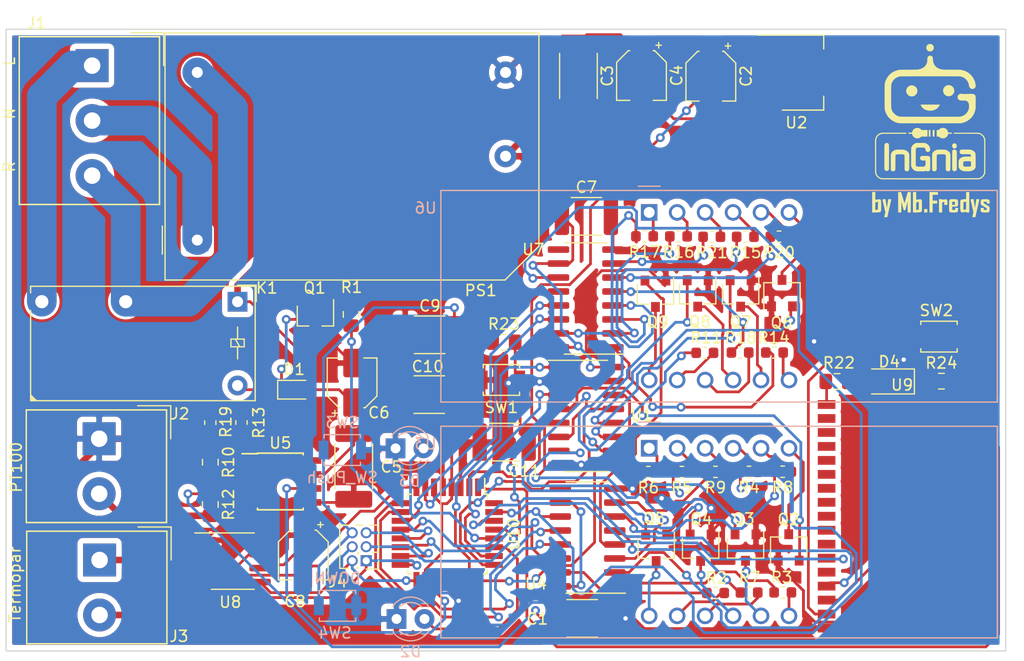
<source format=kicad_pcb>
(kicad_pcb (version 20171130) (host pcbnew "(5.1.5)-3")
  (layers (0 F.Cu signal) (31 B.Cu signal) (34 B.Paste user) (35 F.Paste user) (36 B.SilkS user) (37 F.SilkS user) (38 B.Mask user) (39 F.Mask user) (44 Edge.Cuts user))
  (net 0 "")
  (net 1 +5V)
  (net 2 GND)
  (net 3 B-DOWN)
  (net 4 "Net-(C10-Pad2)")
  (net 5 RESET)
  (net 6 LED_RED)
  (net 7 LED_GREEN)
  (net 8 "Net-(D4-Pad2)")
  (net 9 R)
  (net 10 N)
  (net 11 L)
  (net 12 "Net-(J2-Pad2)")
  (net 13 "Net-(J3-Pad1)")
  (net 14 "Net-(J3-Pad2)")
  (net 15 MISO)
  (net 16 SCK)
  (net 17 MOSI)
  (net 18 "Net-(Q1-Pad1)")
  (net 19 "Net-(Q2-Pad3)")
  (net 20 DIG_4)
  (net 21 DIG_3)
  (net 22 "Net-(Q3-Pad3)")
  (net 23 "Net-(Q4-Pad3)")
  (net 24 DIG_2)
  (net 25 DIG_1)
  (net 26 "Net-(Q5-Pad3)")
  (net 27 DIG_4´´)
  (net 28 "Net-(Q6-Pad3)")
  (net 29 "Net-(Q7-Pad3)")
  (net 30 DIG_3´´)
  (net 31 DIG_2´´)
  (net 32 "Net-(Q8-Pad3)")
  (net 33 "Net-(Q9-Pad3)")
  (net 34 DIG_1´´)
  (net 35 IN_REL)
  (net 36 "Net-(R2-Pad1)")
  (net 37 "Net-(R2-Pad2)")
  (net 38 "Net-(R3-Pad2)")
  (net 39 "Net-(R3-Pad1)")
  (net 40 "Net-(R4-Pad1)")
  (net 41 "Net-(R4-Pad2)")
  (net 42 "Net-(R5-Pad2)")
  (net 43 "Net-(R5-Pad1)")
  (net 44 "Net-(R6-Pad1)")
  (net 45 "Net-(R6-Pad2)")
  (net 46 "Net-(R7-Pad2)")
  (net 47 "Net-(R7-Pad1)")
  (net 48 "Net-(R8-Pad1)")
  (net 49 "Net-(R8-Pad2)")
  (net 50 "Net-(R9-Pad2)")
  (net 51 "Net-(R9-Pad1)")
  (net 52 "Net-(R10-Pad1)")
  (net 53 "Net-(R11-Pad2)")
  (net 54 "Net-(R11-Pad1)")
  (net 55 "Net-(R13-Pad2)")
  (net 56 "Net-(R13-Pad1)")
  (net 57 "Net-(R14-Pad2)")
  (net 58 "Net-(R14-Pad1)")
  (net 59 "Net-(R15-Pad1)")
  (net 60 "Net-(R15-Pad2)")
  (net 61 "Net-(R16-Pad1)")
  (net 62 "Net-(R16-Pad2)")
  (net 63 "Net-(R17-Pad1)")
  (net 64 "Net-(R17-Pad2)")
  (net 65 "Net-(R18-Pad1)")
  (net 66 "Net-(R18-Pad2)")
  (net 67 "Net-(R20-Pad2)")
  (net 68 "Net-(R20-Pad1)")
  (net 69 "Net-(R21-Pad2)")
  (net 70 "Net-(R21-Pad1)")
  (net 71 "Net-(R22-Pad2)")
  (net 72 "Net-(R24-Pad2)")
  (net 73 TEMP_NOW)
  (net 74 IN_DMTPLX_2)
  (net 75 IN_DMTPLX_1)
  (net 76 TEMP_SP)
  (net 77 DATA_1)
  (net 78 OE_T_NOW)
  (net 79 LATCH_1)
  (net 80 SRCLK)
  (net 81 "Net-(U4-Pad9)")
  (net 82 PTR_VAL)
  (net 83 "Net-(U7-Pad9)")
  (net 84 LATCH_2)
  (net 85 OE_T_SP)
  (net 86 DATA_2)
  (net 87 SEL_TRMP)
  (net 88 BT_INTERRUP)
  (net 89 "Net-(U10-Pad20)")
  (net 90 "Net-(U10-Pad22)")
  (net 91 BT_RX)
  (net 92 BT_TX)
  (net 93 "Net-(U10-Pad32)")
  (net 94 "Net-(U9-Pad2)")
  (net 95 "Net-(U9-Pad3)")
  (net 96 "Net-(U9-Pad4)")
  (net 97 "Net-(U9-Pad5)")
  (net 98 "Net-(U9-Pad6)")
  (net 99 "Net-(U9-Pad7)")
  (net 100 "Net-(U9-Pad8)")
  (net 101 "Net-(U9-Pad9)")
  (net 102 "Net-(U9-Pad10)")
  (net 103 "Net-(U9-Pad11)")
  (net 104 "Net-(U9-Pad13)")
  (net 105 "Net-(U9-Pad18)")
  (net 106 "Net-(U9-Pad19)")
  (net 107 "Net-(U9-Pad20)")
  (net 108 "Net-(U9-Pad21)")
  (net 109 "Net-(U9-Pad22)")
  (net 110 "Net-(U9-Pad23)")
  (net 111 "Net-(U9-Pad24)")
  (net 112 "Net-(U9-Pad25)")
  (net 113 "Net-(U9-Pad26)")
  (net 114 "Net-(U9-Pad27)")
  (net 115 "Net-(U9-Pad28)")
  (net 116 "Net-(U9-Pad29)")
  (net 117 "Net-(U9-Pad30)")
  (net 118 "Net-(U9-Pad33)")
  (net 119 "Net-(D1-Pad1)")
  (module TerminalBlock_Altech:Altech_AK300_1x03_P5.00mm_45-Degree (layer F.Cu) (at 42.11 -82.42 270)
    (fp_text reference J1 (at -3.8608 5.0546 180) (layer F.SilkS))
    (fp_text value "R     N     L" (at 4.46 7.52 270) (layer F.SilkS))
    (pad 3 thru_hole circle (at 10 0 270) (size 3 3) (drill 1.5) (layers *.Cu *.Mask) (net 11 L))
    (pad 2 thru_hole circle (at 5 0 270) (size 3 3) (drill 1.5) (layers *.Cu *.Mask) (net 10 N))
    (pad 1 thru_hole rect (at 0 0 270) (size 3 3) (drill 1.5) (layers *.Cu *.Mask) (net 9 R))
  )
  (module Display_7Segment:CA56-12EWA (layer B.Cu) (at 92.71 -47.6377 270)
    (fp_text reference U3 (at -0.4 20.31 180) (layer B.SilkS) (effects (justify mirror)))
    (fp_text value CA56-12EWA)
    (pad 1 thru_hole rect (at 0 0 270) (size 1.5 1.5) (drill 1) (layers *.Cu *.Mask) (net 44 "Net-(R6-Pad1)"))
    (pad 2 thru_hole circle (at 0 -2.54 270) (size 1.5 1.5) (drill 1) (layers *.Cu *.Mask) (net 43 "Net-(R5-Pad1)"))
    (pad 3 thru_hole circle (at 0 -5.08 270) (size 1.5 1.5) (drill 1) (layers *.Cu *.Mask) (net 51 "Net-(R9-Pad1)"))
    (pad 4 thru_hole circle (at 0 -7.62 270) (size 1.5 1.5) (drill 1) (layers *.Cu *.Mask) (net 40 "Net-(R4-Pad1)"))
    (pad 5 thru_hole circle (at 0 -10.16 270) (size 1.5 1.5) (drill 1) (layers *.Cu *.Mask) (net 48 "Net-(R8-Pad1)"))
    (pad 6 thru_hole circle (at 0 -12.7 270) (size 1.5 1.5) (drill 1) (layers *.Cu *.Mask) (net 19 "Net-(Q2-Pad3)"))
    (pad 7 thru_hole circle (at 15.24 -12.7 270) (size 1.5 1.5) (drill 1) (layers *.Cu *.Mask) (net 39 "Net-(R3-Pad1)"))
    (pad 8 thru_hole circle (at 15.24 -10.16 270) (size 1.5 1.5) (drill 1) (layers *.Cu *.Mask) (net 22 "Net-(Q3-Pad3)"))
    (pad 9 thru_hole circle (at 15.24 -7.62 270) (size 1.5 1.5) (drill 1) (layers *.Cu *.Mask) (net 23 "Net-(Q4-Pad3)"))
    (pad 10 thru_hole circle (at 15.24 -5.08 270) (size 1.5 1.5) (drill 1) (layers *.Cu *.Mask) (net 47 "Net-(R7-Pad1)"))
    (pad 11 thru_hole circle (at 15.24 -2.54 270) (size 1.5 1.5) (drill 1) (layers *.Cu *.Mask) (net 36 "Net-(R2-Pad1)"))
    (pad 12 thru_hole circle (at 15.24 0 270) (size 1.5 1.5) (drill 1) (layers *.Cu *.Mask) (net 26 "Net-(Q5-Pad3)"))
  )
  (module Capacitor_SMD:CP_Elec_4x4.5 (layer F.Cu) (at 92.0115 -81.5213 270)
    (fp_text reference C4 (at 0 -3.2 90) (layer F.SilkS))
    (fp_text value "10uF Electrolítico")
    (pad 2 smd roundrect (at 1.8 0 270) (size 2.6 1.6) (layers F.Cu F.Paste F.Mask) (roundrect_rratio 0.15625) (net 1 +5V))
    (pad 1 smd roundrect (at -1.8 0 270) (size 2.6 1.6) (layers F.Cu F.Paste F.Mask) (roundrect_rratio 0.15625) (net 2 GND))
  )
  (module Display_7Segment:CA56-12EWA (layer B.Cu) (at 92.71 -69.0753 270)
    (fp_text reference U6 (at -0.4 20.31 180) (layer B.SilkS) (effects (justify mirror)))
    (fp_text value CA56-12EWA)
    (pad 12 thru_hole circle (at 15.24 0 270) (size 1.5 1.5) (drill 1) (layers *.Cu *.Mask) (net 33 "Net-(Q9-Pad3)"))
    (pad 11 thru_hole circle (at 15.24 -2.54 270) (size 1.5 1.5) (drill 1) (layers *.Cu *.Mask) (net 54 "Net-(R11-Pad1)"))
    (pad 10 thru_hole circle (at 15.24 -5.08 270) (size 1.5 1.5) (drill 1) (layers *.Cu *.Mask) (net 65 "Net-(R18-Pad1)"))
    (pad 9 thru_hole circle (at 15.24 -7.62 270) (size 1.5 1.5) (drill 1) (layers *.Cu *.Mask) (net 32 "Net-(Q8-Pad3)"))
    (pad 8 thru_hole circle (at 15.24 -10.16 270) (size 1.5 1.5) (drill 1) (layers *.Cu *.Mask) (net 29 "Net-(Q7-Pad3)"))
    (pad 7 thru_hole circle (at 15.24 -12.7 270) (size 1.5 1.5) (drill 1) (layers *.Cu *.Mask) (net 58 "Net-(R14-Pad1)"))
    (pad 6 thru_hole circle (at 0 -12.7 270) (size 1.5 1.5) (drill 1) (layers *.Cu *.Mask) (net 28 "Net-(Q6-Pad3)"))
    (pad 5 thru_hole circle (at 0 -10.16 270) (size 1.5 1.5) (drill 1) (layers *.Cu *.Mask) (net 68 "Net-(R20-Pad1)"))
    (pad 4 thru_hole circle (at 0 -7.62 270) (size 1.5 1.5) (drill 1) (layers *.Cu *.Mask) (net 59 "Net-(R15-Pad1)"))
    (pad 3 thru_hole circle (at 0 -5.08 270) (size 1.5 1.5) (drill 1) (layers *.Cu *.Mask) (net 70 "Net-(R21-Pad1)"))
    (pad 2 thru_hole circle (at 0 -2.54 270) (size 1.5 1.5) (drill 1) (layers *.Cu *.Mask) (net 61 "Net-(R16-Pad1)"))
    (pad 1 thru_hole rect (at 0 0 270) (size 1.5 1.5) (drill 1) (layers *.Cu *.Mask) (net 63 "Net-(R17-Pad1)"))
  )
  (module "Logo InGnia:autor-1000x1000" (layer F.Cu) (at 118.5545 -69.4817)
    (fp_text reference G*** hide)
    (fp_text value LOGO hide)
  )
  (module "Logo InGnia:Logo-InGnia-3000x3000" (layer F.Cu) (at 118.237 -77.5208)
    (fp_text reference G*** hide)
    (fp_text value LOGO hide)
  )
  (module Capacitor_SMD:C_1812_4532Metric_Pad1.30x3.40mm_HandSolder (layer F.Cu) (at 86.6267 -32.1691)
    (fp_text reference C1 (at -4.0767 0.0508) (layer F.SilkS))
    (fp_text value "100nF Cerámico")
    (pad 1 smd roundrect (at -2.225 0) (size 1.3 3.4) (layers F.Cu F.Paste F.Mask) (roundrect_rratio 0.192308) (net 1 +5V))
    (pad 2 smd roundrect (at 2.225 0) (size 1.3 3.4) (layers F.Cu F.Paste F.Mask) (roundrect_rratio 0.192308) (net 2 GND))
  )
  (module Capacitor_SMD:CP_Elec_4x4.5 (layer F.Cu) (at 98.3107 -81.4578 270)
    (fp_text reference C2 (at 0 -3.2 90) (layer F.SilkS))
    (fp_text value "10uF Electrolítico")
    (pad 1 smd roundrect (at -1.8 0 270) (size 2.6 1.6) (layers F.Cu F.Paste F.Mask) (roundrect_rratio 0.15625) (net 2 GND))
    (pad 2 smd roundrect (at 1.8 0 270) (size 2.6 1.6) (layers F.Cu F.Paste F.Mask) (roundrect_rratio 0.15625) (net 3 B-DOWN))
  )
  (module Capacitor_SMD:C_2512_6332Metric_Pad1.52x3.35mm_HandSolder (layer F.Cu) (at 86.2838 -81.4832 270)
    (fp_text reference C3 (at 0 -2.62 90) (layer F.SilkS))
    (fp_text value "1uF Cerámico")
    (pad 2 smd roundrect (at 2.9875 0 270) (size 1.525 3.35) (layers F.Cu F.Paste F.Mask) (roundrect_rratio 0.163934) (net 1 +5V))
    (pad 1 smd roundrect (at -2.9875 0 270) (size 1.525 3.35) (layers F.Cu F.Paste F.Mask) (roundrect_rratio 0.163934) (net 2 GND))
  )
  (module Capacitor_SMD:C_2512_6332Metric_Pad1.52x3.35mm_HandSolder (layer F.Cu) (at 65.8749 -45.9867 270)
    (fp_text reference C5 (at 0.0508 -3.4163 180) (layer F.SilkS))
    (fp_text value "0.1uF Cerámico")
    (pad 1 smd roundrect (at -2.9875 0 270) (size 1.525 3.35) (layers F.Cu F.Paste F.Mask) (roundrect_rratio 0.163934) (net 1 +5V))
    (pad 2 smd roundrect (at 2.9875 0 270) (size 1.525 3.35) (layers F.Cu F.Paste F.Mask) (roundrect_rratio 0.163934) (net 2 GND))
  )
  (module Capacitor_SMD:CP_Elec_4x4.5 (layer F.Cu) (at 65.7225 -53.5813 90)
    (fp_text reference C6 (at -2.7051 2.4384 180) (layer F.SilkS))
    (fp_text value "10uF electrilítico")
    (pad 1 smd roundrect (at -1.8 0 90) (size 2.6 1.6) (layers F.Cu F.Paste F.Mask) (roundrect_rratio 0.15625) (net 1 +5V))
    (pad 2 smd roundrect (at 1.8 0 90) (size 2.6 1.6) (layers F.Cu F.Paste F.Mask) (roundrect_rratio 0.15625) (net 2 GND))
  )
  (module Capacitor_SMD:C_1812_4532Metric_Pad1.30x3.40mm_HandSolder (layer F.Cu) (at 87.0077 -68.7197)
    (fp_text reference C7 (at 0 -2.65) (layer F.SilkS))
    (fp_text value "100nF Cerámico")
    (pad 1 smd roundrect (at -2.225 0) (size 1.3 3.4) (layers F.Cu F.Paste F.Mask) (roundrect_rratio 0.192308) (net 1 +5V))
    (pad 2 smd roundrect (at 2.225 0) (size 1.3 3.4) (layers F.Cu F.Paste F.Mask) (roundrect_rratio 0.192308) (net 2 GND))
  )
  (module Capacitor_SMD:CP_Elec_4x4.5 (layer F.Cu) (at 61.2902 -37.9349 270)
    (fp_text reference C8 (at 4.2291 0.7493 180) (layer F.SilkS))
    (fp_text value "0.1uF Cerámico")
    (pad 2 smd roundrect (at 1.8 0 270) (size 2.6 1.6) (layers F.Cu F.Paste F.Mask) (roundrect_rratio 0.15625) (net 3 B-DOWN))
    (pad 1 smd roundrect (at -1.8 0 270) (size 2.6 1.6) (layers F.Cu F.Paste F.Mask) (roundrect_rratio 0.15625) (net 2 GND))
  )
  (module Capacitor_SMD:C_1812_4532Metric_Pad1.30x3.40mm_HandSolder (layer F.Cu) (at 72.771 -57.9501 180)
    (fp_text reference C9 (at -0.0254 2.6289) (layer F.SilkS))
    (fp_text value "100nF Cerámico")
    (pad 1 smd roundrect (at -2.225 0 180) (size 1.3 3.4) (layers F.Cu F.Paste F.Mask) (roundrect_rratio 0.192308) (net 3 B-DOWN))
    (pad 2 smd roundrect (at 2.225 0 180) (size 1.3 3.4) (layers F.Cu F.Paste F.Mask) (roundrect_rratio 0.192308) (net 2 GND))
  )
  (module Capacitor_SMD:C_1812_4532Metric_Pad1.30x3.40mm_HandSolder (layer F.Cu) (at 72.7329 -52.5145 180)
    (fp_text reference C10 (at 0.1397 2.5527) (layer F.SilkS))
    (fp_text value "100nF Cerámico")
    (pad 1 smd roundrect (at -2.225 0 180) (size 1.3 3.4) (layers F.Cu F.Paste F.Mask) (roundrect_rratio 0.192308) (net 3 B-DOWN))
    (pad 2 smd roundrect (at 2.225 0 180) (size 1.3 3.4) (layers F.Cu F.Paste F.Mask) (roundrect_rratio 0.192308) (net 4 "Net-(C10-Pad2)"))
  )
  (module Capacitor_SMD:C_1812_4532Metric_Pad1.30x3.40mm_HandSolder (layer F.Cu) (at 79.5401 -48.1965 180)
    (fp_text reference C11 (at -1.8415 -2.6289) (layer F.SilkS))
    (fp_text value "100nF Cerámico")
    (pad 2 smd roundrect (at 2.225 0 180) (size 1.3 3.4) (layers F.Cu F.Paste F.Mask) (roundrect_rratio 0.192308) (net 2 GND))
    (pad 1 smd roundrect (at -2.225 0 180) (size 1.3 3.4) (layers F.Cu F.Paste F.Mask) (roundrect_rratio 0.192308) (net 5 RESET))
  )
  (module Diode_SMD:D_SOD-323 (layer F.Cu) (at 60.4647 -52.959)
    (fp_text reference D1 (at 0 -1.85) (layer F.SilkS))
    (fp_text value 1N4007)
    (pad 1 smd rect (at -1.05 0) (size 0.6 0.45) (layers F.Cu F.Paste F.Mask) (net 119 "Net-(D1-Pad1)"))
    (pad 2 smd rect (at 1.05 0) (size 0.6 0.45) (layers F.Cu F.Paste F.Mask) (net 1 +5V))
  )
  (module LED_THT:LED_D3.0mm_IRBlack (layer B.Cu) (at 69.7611 -32.1183)
    (fp_text reference D2 (at 1.27 2.96 180) (layer B.SilkS) (effects (justify mirror)))
    (fp_text value LED)
    (pad 1 thru_hole rect (at 0 0) (size 1.8 1.8) (drill 0.9) (layers *.Cu *.Mask) (net 2 GND))
    (pad 2 thru_hole circle (at 2.54 0) (size 1.8 1.8) (drill 0.9) (layers *.Cu *.Mask) (net 6 LED_RED))
  )
  (module LED_THT:LED_D3.0mm_IRGrey (layer B.Cu) (at 69.6722 -47.625)
    (fp_text reference D3 (at 1.27 2.96 180) (layer B.SilkS) (effects (justify mirror)))
    (fp_text value LED)
    (pad 1 thru_hole rect (at 0 0) (size 1.8 1.8) (drill 0.9) (layers *.Cu *.Mask) (net 2 GND))
    (pad 2 thru_hole circle (at 2.54 0) (size 1.8 1.8) (drill 0.9) (layers *.Cu *.Mask) (net 7 LED_GREEN))
  )
  (module LED_SMD:LED_1206_3216Metric (layer F.Cu) (at 114.5159 -53.7083 180)
    (fp_text reference D4 (at 0 1.7907) (layer F.SilkS))
    (fp_text value LED)
    (pad 1 smd roundrect (at -1.4 0 180) (size 1.25 1.75) (layers F.Cu F.Paste F.Mask) (roundrect_rratio 0.2) (net 2 GND))
    (pad 2 smd roundrect (at 1.4 0 180) (size 1.25 1.75) (layers F.Cu F.Paste F.Mask) (roundrect_rratio 0.2) (net 8 "Net-(D4-Pad2)"))
  )
  (module TerminalBlock_Altech:Altech_AK300_1x02_P5.00mm_45-Degree (layer F.Cu) (at 42.7482 -48.5013 270)
    (fp_text reference J2 (at -2.2606 -7.3406 180) (layer F.SilkS))
    (fp_text value PT100 (at 2.5908 7.5311 270) (layer F.SilkS))
    (pad 2 thru_hole circle (at 5 0 270) (size 3 3) (drill 1.5) (layers *.Cu *.Mask) (net 12 "Net-(J2-Pad2)"))
    (pad 1 thru_hole rect (at 0 0 270) (size 3 3) (drill 1.5) (layers *.Cu *.Mask) (net 2 GND))
  )
  (module TerminalBlock_Altech:Altech_AK300_1x02_P5.00mm_45-Degree (layer F.Cu) (at 42.7863 -37.4777 270)
    (fp_text reference J3 (at 6.9342 -7.2136) (layer F.SilkS))
    (fp_text value Termopar (at 2.2225 7.6835 270) (layer F.SilkS))
    (pad 1 thru_hole rect (at 0 0 270) (size 3 3) (drill 1.5) (layers *.Cu *.Mask) (net 13 "Net-(J3-Pad1)"))
    (pad 2 thru_hole circle (at 5 0 270) (size 3 3) (drill 1.5) (layers *.Cu *.Mask) (net 14 "Net-(J3-Pad2)"))
  )
  (module Connector_PinHeader_1.27mm:PinHeader_2x03_P1.27mm_Vertical (layer F.Cu) (at 67.0052 -37.4142 180)
    (fp_text reference J4 (at 2.5908 -1.9177) (layer F.SilkS))
    (fp_text value Conn_02x03_Counter_Clockwise)
    (pad 1 thru_hole rect (at 0 0 180) (size 1 1) (drill 0.65) (layers *.Cu *.Mask) (net 15 MISO))
    (pad 2 thru_hole oval (at 1.27 0 180) (size 1 1) (drill 0.65) (layers *.Cu *.Mask) (net 16 SCK))
    (pad 3 thru_hole oval (at 0 1.27 180) (size 1 1) (drill 0.65) (layers *.Cu *.Mask) (net 5 RESET))
    (pad 4 thru_hole oval (at 1.27 1.27 180) (size 1 1) (drill 0.65) (layers *.Cu *.Mask) (net 2 GND))
    (pad 5 thru_hole oval (at 0 2.54 180) (size 1 1) (drill 0.65) (layers *.Cu *.Mask) (net 17 MOSI))
    (pad 6 thru_hole oval (at 1.27 2.54 180) (size 1 1) (drill 0.65) (layers *.Cu *.Mask) (net 3 B-DOWN))
  )
  (module Relay_THT:Relay_SPST_Finder_32.21-x300 (layer F.Cu) (at 55.3212 -60.96 180)
    (fp_text reference K1 (at -2.6543 1.2446 180) (layer F.SilkS))
    (fp_text value FINDER-36.11-4301)
    (pad A1 thru_hole rect (at 0 0 270) (size 1.8 1.8) (drill 1) (layers *.Cu *.Mask) (net 1 +5V))
    (pad A2 thru_hole circle (at 0 -7.62 270) (size 1.8 1.8) (drill 1) (layers *.Cu *.Mask) (net 119 "Net-(D1-Pad1)"))
    (pad 11 thru_hole circle (at 10.16 0 270) (size 2.2 2.2) (drill 1.2) (layers *.Cu *.Mask) (net 11 L))
    (pad 14 thru_hole circle (at 17.78 0 270) (size 2.2 2.2) (drill 1.2) (layers *.Cu *.Mask) (net 9 R))
  )
  (module Converter_ACDC:Converter_ACDC_RECOM_RAC01-xxSGB_THT (layer F.Cu) (at 51.6636 -66.5607)
    (fp_text reference PS1 (at 25.7429 4.5847 180) (layer F.SilkS))
    (fp_text value RAC01-05SGB)
    (pad 3 thru_hole circle (at 28 -15.24 180) (size 2 2) (drill 1) (layers *.Cu *.Mask) (net 2 GND))
    (pad 4 thru_hole circle (at 28 -7.62 180) (size 2 2) (drill 1) (layers *.Cu *.Mask) (net 1 +5V))
    (pad 2 thru_hole circle (at 0 -15.24 180) (size 2 2) (drill 1) (layers *.Cu *.Mask) (net 11 L))
    (pad 1 thru_hole rect (at 0 0 180) (size 2 2) (drill 1) (layers *.Cu *.Mask) (net 10 N))
  )
  (module Package_TO_SOT_SMD:SC-59 (layer F.Cu) (at 62.3951 -59.7027 270)
    (fp_text reference Q1 (at -2.5019 0.0762 180) (layer F.SilkS))
    (fp_text value BC547)
    (pad 1 smd rect (at -1.2 -0.95 270) (size 0.9 0.8) (layers F.Cu F.Paste F.Mask) (net 18 "Net-(Q1-Pad1)"))
    (pad 2 smd rect (at -1.2 0.95 270) (size 0.9 0.8) (layers F.Cu F.Paste F.Mask) (net 119 "Net-(D1-Pad1)"))
    (pad 3 smd rect (at 1.2 0 270) (size 0.9 0.8) (layers F.Cu F.Paste F.Mask) (net 2 GND))
  )
  (module Package_TO_SOT_SMD:SC-59 (layer F.Cu) (at 105.3846 -38.6207 90)
    (fp_text reference Q2 (at 2.54 -0.0127) (layer F.SilkS))
    (fp_text value 2N7000)
    (pad 3 smd rect (at 1.2 0 90) (size 0.9 0.8) (layers F.Cu F.Paste F.Mask) (net 19 "Net-(Q2-Pad3)"))
    (pad 2 smd rect (at -1.2 0.95 90) (size 0.9 0.8) (layers F.Cu F.Paste F.Mask) (net 20 DIG_4))
    (pad 1 smd rect (at -1.2 -0.95 90) (size 0.9 0.8) (layers F.Cu F.Paste F.Mask) (net 2 GND))
  )
  (module Package_TO_SOT_SMD:SC-59 (layer F.Cu) (at 101.4603 -38.608 270)
    (fp_text reference Q3 (at -2.6035 0.1651) (layer F.SilkS))
    (fp_text value 2N7000)
    (pad 1 smd rect (at -1.2 -0.95 270) (size 0.9 0.8) (layers F.Cu F.Paste F.Mask) (net 2 GND))
    (pad 2 smd rect (at -1.2 0.95 270) (size 0.9 0.8) (layers F.Cu F.Paste F.Mask) (net 21 DIG_3))
    (pad 3 smd rect (at 1.2 0 270) (size 0.9 0.8) (layers F.Cu F.Paste F.Mask) (net 22 "Net-(Q3-Pad3)"))
  )
  (module Package_TO_SOT_SMD:SC-59 (layer F.Cu) (at 97.3836 -38.5953 270)
    (fp_text reference Q4 (at -2.6162 -0.0635) (layer F.SilkS))
    (fp_text value 2N7000)
    (pad 3 smd rect (at 1.2 0 270) (size 0.9 0.8) (layers F.Cu F.Paste F.Mask) (net 23 "Net-(Q4-Pad3)"))
    (pad 2 smd rect (at -1.2 0.95 270) (size 0.9 0.8) (layers F.Cu F.Paste F.Mask) (net 24 DIG_2))
    (pad 1 smd rect (at -1.2 -0.95 270) (size 0.9 0.8) (layers F.Cu F.Paste F.Mask) (net 2 GND))
  )
  (module Package_TO_SOT_SMD:SC-59 (layer F.Cu) (at 93.345 -38.5826 270)
    (fp_text reference Q5 (at -2.667 0.1524 180) (layer F.SilkS))
    (fp_text value 2N7000)
    (pad 1 smd rect (at -1.2 -0.95 270) (size 0.9 0.8) (layers F.Cu F.Paste F.Mask) (net 2 GND))
    (pad 2 smd rect (at -1.2 0.95 270) (size 0.9 0.8) (layers F.Cu F.Paste F.Mask) (net 25 DIG_1))
    (pad 3 smd rect (at 1.2 0 270) (size 0.9 0.8) (layers F.Cu F.Paste F.Mask) (net 26 "Net-(Q5-Pad3)"))
  )
  (module Package_TO_SOT_SMD:SC-59 (layer F.Cu) (at 104.775 -61.7347 90)
    (fp_text reference Q6 (at -2.7051 -0.0381) (layer F.SilkS))
    (fp_text value 2N7000)
    (pad 1 smd rect (at -1.2 -0.95 90) (size 0.9 0.8) (layers F.Cu F.Paste F.Mask) (net 2 GND))
    (pad 2 smd rect (at -1.2 0.95 90) (size 0.9 0.8) (layers F.Cu F.Paste F.Mask) (net 27 DIG_4´´))
    (pad 3 smd rect (at 1.2 0 90) (size 0.9 0.8) (layers F.Cu F.Paste F.Mask) (net 28 "Net-(Q6-Pad3)"))
  )
  (module Package_TO_SOT_SMD:SC-59 (layer F.Cu) (at 101.0158 -61.7093 270)
    (fp_text reference Q7 (at 2.5908 0.0127 180) (layer F.SilkS))
    (fp_text value 2N7000)
    (pad 3 smd rect (at 1.2 0 270) (size 0.9 0.8) (layers F.Cu F.Paste F.Mask) (net 29 "Net-(Q7-Pad3)"))
    (pad 2 smd rect (at -1.2 0.95 270) (size 0.9 0.8) (layers F.Cu F.Paste F.Mask) (net 30 DIG_3´´))
    (pad 1 smd rect (at -1.2 -0.95 270) (size 0.9 0.8) (layers F.Cu F.Paste F.Mask) (net 2 GND))
  )
  (module Package_TO_SOT_SMD:SC-59 (layer F.Cu) (at 97.1169 -61.7093 270)
    (fp_text reference Q8 (at 2.5781 -0.1905 180) (layer F.SilkS))
    (fp_text value 2N7000)
    (pad 1 smd rect (at -1.2 -0.95 270) (size 0.9 0.8) (layers F.Cu F.Paste F.Mask) (net 2 GND))
    (pad 2 smd rect (at -1.2 0.95 270) (size 0.9 0.8) (layers F.Cu F.Paste F.Mask) (net 31 DIG_2´´))
    (pad 3 smd rect (at 1.2 0 270) (size 0.9 0.8) (layers F.Cu F.Paste F.Mask) (net 32 "Net-(Q8-Pad3)"))
  )
  (module Package_TO_SOT_SMD:SC-59 (layer F.Cu) (at 93.28 -61.68 270)
    (fp_text reference Q9 (at 2.5781 -0.1905) (layer F.SilkS))
    (fp_text value 2N7000)
    (pad 3 smd rect (at 1.2 0 270) (size 0.9 0.8) (layers F.Cu F.Paste F.Mask) (net 33 "Net-(Q9-Pad3)"))
    (pad 2 smd rect (at -1.2 0.95 270) (size 0.9 0.8) (layers F.Cu F.Paste F.Mask) (net 34 DIG_1´´))
    (pad 1 smd rect (at -1.2 -0.95 270) (size 0.9 0.8) (layers F.Cu F.Paste F.Mask) (net 2 GND))
  )
  (module Button_Switch_SMD:SW_SPST_B3U-1000P (layer F.Cu) (at 79.2861 -53.848 180)
    (fp_text reference SW1 (at 0 -2.5) (layer F.SilkS))
    (fp_text value SW_Push)
    (pad 2 smd rect (at 1.7 0 180) (size 0.9 1.7) (layers F.Cu F.Paste F.Mask) (net 2 GND))
    (pad 1 smd rect (at -1.7 0 180) (size 0.9 1.7) (layers F.Cu F.Paste F.Mask) (net 5 RESET))
  )
  (module Button_Switch_SMD:SW_SPST_B3U-1000P (layer F.Cu) (at 119.0371 -57.785 180)
    (fp_text reference SW2 (at 0.2413 2.3749) (layer F.SilkS))
    (fp_text value SW_Push)
    (pad 1 smd rect (at -1.7 0 180) (size 0.9 1.7) (layers F.Cu F.Paste F.Mask) (net 72 "Net-(R24-Pad2)"))
    (pad 2 smd rect (at 1.7 0 180) (size 0.9 1.7) (layers F.Cu F.Paste F.Mask) (net 3 B-DOWN))
  )
  (module Button_Switch_SMD:SW_SPST_B3U-1000P (layer B.Cu) (at 64.8335 -47.4726 180)
    (fp_text reference SW3 (at 0 2.5) (layer B.SilkS) (effects (justify mirror)))
    (fp_text value SW_Push (at 0 -2.5) (layer B.SilkS) (effects (justify mirror)))
    (pad 1 smd rect (at -1.7 0 180) (size 0.9 1.7) (layers B.Cu B.Paste B.Mask) (net 2 GND))
    (pad 2 smd rect (at 1.7 0 180) (size 0.9 1.7) (layers B.Cu B.Paste B.Mask) (net 3 B-DOWN))
  )
  (module Button_Switch_SMD:SW_SPST_B3U-1000P (layer B.Cu) (at 64.4017 -33.3121 180)
    (fp_text reference SW4 (at 0.2413 -2.4638) (layer B.SilkS) (effects (justify mirror)))
    (fp_text value SW_Push)
    (fp_text user DOWN (at 0 2.5) (layer B.SilkS) (effects (justify mirror)))
    (pad 2 smd rect (at 1.7 0 180) (size 0.9 1.7) (layers B.Cu B.Paste B.Mask) (net 3 B-DOWN))
    (pad 1 smd rect (at -1.7 0 180) (size 0.9 1.7) (layers B.Cu B.Paste B.Mask) (net 2 GND))
  )
  (module Package_SO:SOIC-16_3.9x9.9mm_P1.27mm (layer F.Cu) (at 86.9823 -50.5714)
    (fp_text reference U1 (at 5.0546 -0.0635) (layer F.SilkS))
    (fp_text value 74LS155)
    (pad 1 smd roundrect (at -2.475 -4.445) (size 1.95 0.6) (layers F.Cu F.Paste F.Mask) (net 73 TEMP_NOW))
    (pad 2 smd roundrect (at -2.475 -3.175) (size 1.95 0.6) (layers F.Cu F.Paste F.Mask) (net 2 GND))
    (pad 3 smd roundrect (at -2.475 -1.905) (size 1.95 0.6) (layers F.Cu F.Paste F.Mask) (net 74 IN_DMTPLX_2))
    (pad 4 smd roundrect (at -2.475 -0.635) (size 1.95 0.6) (layers F.Cu F.Paste F.Mask) (net 20 DIG_4))
    (pad 5 smd roundrect (at -2.475 0.635) (size 1.95 0.6) (layers F.Cu F.Paste F.Mask) (net 21 DIG_3))
    (pad 6 smd roundrect (at -2.475 1.905) (size 1.95 0.6) (layers F.Cu F.Paste F.Mask) (net 24 DIG_2))
    (pad 7 smd roundrect (at -2.475 3.175) (size 1.95 0.6) (layers F.Cu F.Paste F.Mask) (net 25 DIG_1))
    (pad 8 smd roundrect (at -2.475 4.445) (size 1.95 0.6) (layers F.Cu F.Paste F.Mask) (net 2 GND))
    (pad 9 smd roundrect (at 2.475 4.445) (size 1.95 0.6) (layers F.Cu F.Paste F.Mask) (net 34 DIG_1´´))
    (pad 10 smd roundrect (at 2.475 3.175) (size 1.95 0.6) (layers F.Cu F.Paste F.Mask) (net 31 DIG_2´´))
    (pad 11 smd roundrect (at 2.475 1.905) (size 1.95 0.6) (layers F.Cu F.Paste F.Mask) (net 30 DIG_3´´))
    (pad 12 smd roundrect (at 2.475 0.635) (size 1.95 0.6) (layers F.Cu F.Paste F.Mask) (net 27 DIG_4´´))
    (pad 13 smd roundrect (at 2.475 -0.635) (size 1.95 0.6) (layers F.Cu F.Paste F.Mask) (net 75 IN_DMTPLX_1))
    (pad 14 smd roundrect (at 2.475 -1.905) (size 1.95 0.6) (layers F.Cu F.Paste F.Mask) (net 76 TEMP_SP))
    (pad 15 smd roundrect (at 2.475 -3.175) (size 1.95 0.6) (layers F.Cu F.Paste F.Mask) (net 2 GND))
    (pad 16 smd roundrect (at 2.475 -4.445) (size 1.95 0.6) (layers F.Cu F.Paste F.Mask) (net 1 +5V))
  )
  (module Package_TO_SOT_SMD:SOT-223-3_TabPin2 (layer F.Cu) (at 106.6546 -81.788)
    (fp_text reference U2 (at -0.5715 4.5593) (layer F.SilkS))
    (fp_text value LM1117-3.3)
    (pad 2 smd rect (at 3.15 0) (size 2 3.8) (layers F.Cu F.Paste F.Mask) (net 3 B-DOWN))
    (pad 2 smd rect (at -3.15 0) (size 2 1.5) (layers F.Cu F.Paste F.Mask) (net 3 B-DOWN))
    (pad 3 smd rect (at -3.15 2.3) (size 2 1.5) (layers F.Cu F.Paste F.Mask) (net 1 +5V))
    (pad 1 smd rect (at -3.15 -2.3) (size 2 1.5) (layers F.Cu F.Paste F.Mask) (net 2 GND))
  )
  (module Package_SO:SOIC-16_3.9x9.9mm_P1.27mm (layer F.Cu) (at 87.1093 -39.5224 180)
    (fp_text reference U4 (at 4.6863 -4.2164) (layer F.SilkS))
    (fp_text value 74HC595)
    (pad 16 smd roundrect (at 2.475 -4.445 180) (size 1.95 0.6) (layers F.Cu F.Paste F.Mask) (net 1 +5V))
    (pad 15 smd roundrect (at 2.475 -3.175 180) (size 1.95 0.6) (layers F.Cu F.Paste F.Mask) (net 37 "Net-(R2-Pad2)"))
    (pad 14 smd roundrect (at 2.475 -1.905 180) (size 1.95 0.6) (layers F.Cu F.Paste F.Mask) (net 77 DATA_1))
    (pad 13 smd roundrect (at 2.475 -0.635 180) (size 1.95 0.6) (layers F.Cu F.Paste F.Mask) (net 78 OE_T_NOW))
    (pad 12 smd roundrect (at 2.475 0.635 180) (size 1.95 0.6) (layers F.Cu F.Paste F.Mask) (net 79 LATCH_1))
    (pad 11 smd roundrect (at 2.475 1.905 180) (size 1.95 0.6) (layers F.Cu F.Paste F.Mask) (net 80 SRCLK))
    (pad 10 smd roundrect (at 2.475 3.175 180) (size 1.95 0.6) (layers F.Cu F.Paste F.Mask) (net 1 +5V))
    (pad 9 smd roundrect (at 2.475 4.445 180) (size 1.95 0.6) (layers F.Cu F.Paste F.Mask) (net 81 "Net-(U4-Pad9)"))
    (pad 8 smd roundrect (at -2.475 4.445 180) (size 1.95 0.6) (layers F.Cu F.Paste F.Mask) (net 2 GND))
    (pad 7 smd roundrect (at -2.475 3.175 180) (size 1.95 0.6) (layers F.Cu F.Paste F.Mask) (net 50 "Net-(R9-Pad2)"))
    (pad 6 smd roundrect (at -2.475 1.905 180) (size 1.95 0.6) (layers F.Cu F.Paste F.Mask) (net 49 "Net-(R8-Pad2)"))
    (pad 5 smd roundrect (at -2.475 0.635 180) (size 1.95 0.6) (layers F.Cu F.Paste F.Mask) (net 46 "Net-(R7-Pad2)"))
    (pad 4 smd roundrect (at -2.475 -0.635 180) (size 1.95 0.6) (layers F.Cu F.Paste F.Mask) (net 45 "Net-(R6-Pad2)"))
    (pad 3 smd roundrect (at -2.475 -1.905 180) (size 1.95 0.6) (layers F.Cu F.Paste F.Mask) (net 42 "Net-(R5-Pad2)"))
    (pad 2 smd roundrect (at -2.475 -3.175 180) (size 1.95 0.6) (layers F.Cu F.Paste F.Mask) (net 41 "Net-(R4-Pad2)"))
    (pad 1 smd roundrect (at -2.475 -4.445 180) (size 1.95 0.6) (layers F.Cu F.Paste F.Mask) (net 38 "Net-(R3-Pad2)"))
  )
  (module Package_SO:PowerIntegrations_SO-8 (layer F.Cu) (at 59.2074 -44.6151)
    (fp_text reference U5 (at 0 -3.5) (layer F.SilkS))
    (fp_text value AD623)
    (pad 1 smd rect (at -2.725 -1.905) (size 2 0.6) (layers F.Cu F.Paste F.Mask) (net 56 "Net-(R13-Pad1)"))
    (pad 2 smd rect (at -2.725 -0.635) (size 2 0.6) (layers F.Cu F.Paste F.Mask) (net 52 "Net-(R10-Pad1)"))
    (pad 3 smd rect (at -2.725 0.635) (size 2 0.6) (layers F.Cu F.Paste F.Mask) (net 12 "Net-(J2-Pad2)"))
    (pad 4 smd rect (at -2.725 1.905) (size 2 0.6) (layers F.Cu F.Paste F.Mask) (net 2 GND))
    (pad 5 smd rect (at 2.725 1.905) (size 2 0.6) (layers F.Cu F.Paste F.Mask) (net 2 GND))
    (pad 6 smd rect (at 2.725 0.635) (size 2 0.6) (layers F.Cu F.Paste F.Mask) (net 82 PTR_VAL))
    (pad 7 smd rect (at 2.725 -0.635) (size 2 0.6) (layers F.Cu F.Paste F.Mask) (net 1 +5V))
    (pad 8 smd rect (at 2.725 -1.905) (size 2 0.6) (layers F.Cu F.Paste F.Mask) (net 55 "Net-(R13-Pad2)"))
  )
  (module Package_SO:SOIC-16_3.9x9.9mm_P1.27mm (layer F.Cu) (at 86.9442 -61.2521 180)
    (fp_text reference U7 (at 4.7625 4.4577) (layer F.SilkS))
    (fp_text value 74HC595)
    (pad 1 smd roundrect (at -2.475 -4.445 180) (size 1.95 0.6) (layers F.Cu F.Paste F.Mask) (net 57 "Net-(R14-Pad2)"))
    (pad 2 smd roundrect (at -2.475 -3.175 180) (size 1.95 0.6) (layers F.Cu F.Paste F.Mask) (net 60 "Net-(R15-Pad2)"))
    (pad 3 smd roundrect (at -2.475 -1.905 180) (size 1.95 0.6) (layers F.Cu F.Paste F.Mask) (net 62 "Net-(R16-Pad2)"))
    (pad 4 smd roundrect (at -2.475 -0.635 180) (size 1.95 0.6) (layers F.Cu F.Paste F.Mask) (net 64 "Net-(R17-Pad2)"))
    (pad 5 smd roundrect (at -2.475 0.635 180) (size 1.95 0.6) (layers F.Cu F.Paste F.Mask) (net 66 "Net-(R18-Pad2)"))
    (pad 6 smd roundrect (at -2.475 1.905 180) (size 1.95 0.6) (layers F.Cu F.Paste F.Mask) (net 67 "Net-(R20-Pad2)"))
    (pad 7 smd roundrect (at -2.475 3.175 180) (size 1.95 0.6) (layers F.Cu F.Paste F.Mask) (net 69 "Net-(R21-Pad2)"))
    (pad 8 smd roundrect (at -2.475 4.445 180) (size 1.95 0.6) (layers F.Cu F.Paste F.Mask) (net 2 GND))
    (pad 9 smd roundrect (at 2.475 4.445 180) (size 1.95 0.6) (layers F.Cu F.Paste F.Mask) (net 83 "Net-(U7-Pad9)"))
    (pad 10 smd roundrect (at 2.475 3.175 180) (size 1.95 0.6) (layers F.Cu F.Paste F.Mask) (net 1 +5V))
    (pad 11 smd roundrect (at 2.475 1.905 180) (size 1.95 0.6) (layers F.Cu F.Paste F.Mask) (net 80 SRCLK))
    (pad 12 smd roundrect (at 2.475 0.635 180) (size 1.95 0.6) (layers F.Cu F.Paste F.Mask) (net 84 LATCH_2))
    (pad 13 smd roundrect (at 2.475 -0.635 180) (size 1.95 0.6) (layers F.Cu F.Paste F.Mask) (net 85 OE_T_SP))
    (pad 14 smd roundrect (at 2.475 -1.905 180) (size 1.95 0.6) (layers F.Cu F.Paste F.Mask) (net 86 DATA_2))
    (pad 15 smd roundrect (at 2.475 -3.175 180) (size 1.95 0.6) (layers F.Cu F.Paste F.Mask) (net 53 "Net-(R11-Pad2)"))
    (pad 16 smd roundrect (at 2.475 -4.445 180) (size 1.95 0.6) (layers F.Cu F.Paste F.Mask) (net 1 +5V))
  )
  (module Package_SO:SOIC-8_3.9x4.9mm_P1.27mm (layer F.Cu) (at 54.8894 -37.3761)
    (fp_text reference U8 (at -0.2286 3.7338) (layer F.SilkS))
    (fp_text value MAX31855TASA)
    (pad 1 smd roundrect (at -2.475 -1.905) (size 1.95 0.6) (layers F.Cu F.Paste F.Mask) (net 2 GND))
    (pad 2 smd roundrect (at -2.475 -0.635) (size 1.95 0.6) (layers F.Cu F.Paste F.Mask) (net 13 "Net-(J3-Pad1)"))
    (pad 3 smd roundrect (at -2.475 0.635) (size 1.95 0.6) (layers F.Cu F.Paste F.Mask) (net 14 "Net-(J3-Pad2)"))
    (pad 4 smd roundrect (at -2.475 1.905) (size 1.95 0.6) (layers F.Cu F.Paste F.Mask) (net 3 B-DOWN))
    (pad 5 smd roundrect (at 2.475 1.905) (size 1.95 0.6) (layers F.Cu F.Paste F.Mask) (net 16 SCK))
    (pad 6 smd roundrect (at 2.475 0.635) (size 1.95 0.6) (layers F.Cu F.Paste F.Mask) (net 87 SEL_TRMP))
    (pad 7 smd roundrect (at 2.475 -0.635) (size 1.95 0.6) (layers F.Cu F.Paste F.Mask) (net 15 MISO))
    (pad 8 smd roundrect (at 2.475 -1.905) (size 1.95 0.6) (layers F.Cu F.Paste F.Mask))
  )
  (module Package_QFP:TQFP-32_7x7mm_P0.8mm (layer F.Cu) (at 74.3712 -39.8399 270)
    (fp_text reference U10 (at 0 -6.05 90) (layer F.SilkS))
    (fp_text value ATmega328P-AU)
    (pad 1 smd rect (at -4.25 -2.8 270) (size 1.6 0.55) (layers F.Cu F.Paste F.Mask) (net 88 BT_INTERRUP))
    (pad 2 smd rect (at -4.25 -2 270) (size 1.6 0.55) (layers F.Cu F.Paste F.Mask) (net 84 LATCH_2))
    (pad 3 smd rect (at -4.25 -1.2 270) (size 1.6 0.55) (layers F.Cu F.Paste F.Mask) (net 2 GND))
    (pad 4 smd rect (at -4.25 -0.4 270) (size 1.6 0.55) (layers F.Cu F.Paste F.Mask) (net 3 B-DOWN))
    (pad 5 smd rect (at -4.25 0.4 270) (size 1.6 0.55) (layers F.Cu F.Paste F.Mask) (net 2 GND))
    (pad 6 smd rect (at -4.25 1.2 270) (size 1.6 0.55) (layers F.Cu F.Paste F.Mask) (net 3 B-DOWN))
    (pad 7 smd rect (at -4.25 2 270) (size 1.6 0.55) (layers F.Cu F.Paste F.Mask) (net 86 DATA_2))
    (pad 8 smd rect (at -4.25 2.8 270) (size 1.6 0.55) (layers F.Cu F.Paste F.Mask) (net 87 SEL_TRMP))
    (pad 9 smd rect (at -2.8 4.25) (size 1.6 0.55) (layers F.Cu F.Paste F.Mask) (net 79 LATCH_1))
    (pad 10 smd rect (at -2 4.25) (size 1.6 0.55) (layers F.Cu F.Paste F.Mask) (net 78 OE_T_NOW))
    (pad 11 smd rect (at -1.2 4.25) (size 1.6 0.55) (layers F.Cu F.Paste F.Mask) (net 85 OE_T_SP))
    (pad 12 smd rect (at -0.4 4.25) (size 1.6 0.55) (layers F.Cu F.Paste F.Mask) (net 80 SRCLK))
    (pad 13 smd rect (at 0.4 4.25) (size 1.6 0.55) (layers F.Cu F.Paste F.Mask) (net 35 IN_REL))
    (pad 14 smd rect (at 1.2 4.25) (size 1.6 0.55) (layers F.Cu F.Paste F.Mask) (net 77 DATA_1))
    (pad 15 smd rect (at 2 4.25) (size 1.6 0.55) (layers F.Cu F.Paste F.Mask) (net 17 MOSI))
    (pad 16 smd rect (at 2.8 4.25) (size 1.6 0.55) (layers F.Cu F.Paste F.Mask) (net 15 MISO))
    (pad 17 smd rect (at 4.25 2.8 270) (size 1.6 0.55) (layers F.Cu F.Paste F.Mask) (net 16 SCK))
    (pad 18 smd rect (at 4.25 2 270) (size 1.6 0.55) (layers F.Cu F.Paste F.Mask) (net 3 B-DOWN))
    (pad 19 smd rect (at 4.25 1.2 270) (size 1.6 0.55) (layers F.Cu F.Paste F.Mask) (net 82 PTR_VAL))
    (pad 20 smd rect (at 4.25 0.4 270) (size 1.6 0.55) (layers F.Cu F.Paste F.Mask) (net 89 "Net-(U10-Pad20)"))
    (pad 21 smd rect (at 4.25 -0.4 270) (size 1.6 0.55) (layers F.Cu F.Paste F.Mask) (net 2 GND))
    (pad 22 smd rect (at 4.25 -1.2 270) (size 1.6 0.55) (layers F.Cu F.Paste F.Mask) (net 90 "Net-(U10-Pad22)"))
    (pad 23 smd rect (at 4.25 -2 270) (size 1.6 0.55) (layers F.Cu F.Paste F.Mask) (net 73 TEMP_NOW))
    (pad 24 smd rect (at 4.25 -2.8 270) (size 1.6 0.55) (layers F.Cu F.Paste F.Mask) (net 76 TEMP_SP))
    (pad 25 smd rect (at 2.8 -4.25) (size 1.6 0.55) (layers F.Cu F.Paste F.Mask) (net 75 IN_DMTPLX_1))
    (pad 26 smd rect (at 2 -4.25) (size 1.6 0.55) (layers F.Cu F.Paste F.Mask) (net 74 IN_DMTPLX_2))
    (pad 27 smd rect (at 1.2 -4.25) (size 1.6 0.55) (layers F.Cu F.Paste F.Mask) (net 6 LED_RED))
    (pad 28 smd rect (at 0.4 -4.25) (size 1.6 0.55) (layers F.Cu F.Paste F.Mask) (net 7 LED_GREEN))
    (pad 29 smd rect (at -0.4 -4.25) (size 1.6 0.55) (layers F.Cu F.Paste F.Mask) (net 5 RESET))
    (pad 30 smd rect (at -1.2 -4.25) (size 1.6 0.55) (layers F.Cu F.Paste F.Mask) (net 91 BT_RX))
    (pad 31 smd rect (at -2 -4.25) (size 1.6 0.55) (layers F.Cu F.Paste F.Mask) (net 92 BT_TX))
    (pad 32 smd rect (at -2.8 -4.25) (size 1.6 0.55) (layers F.Cu F.Paste F.Mask) (net 93 "Net-(U10-Pad32)"))
  )
  (module Resistor_SMD:R_0805_2012Metric_Pad1.15x1.40mm_HandSolder (layer F.Cu) (at 65.6336 -59.8043 270)
    (fp_text reference R1 (at -2.4638 -0.0381 180) (layer F.SilkS))
    (fp_text value 1k)
    (pad 2 smd roundrect (at 1.025 0 270) (size 1.15 1.4) (layers F.Cu F.Paste F.Mask) (roundrect_rratio 0.217391) (net 35 IN_REL))
    (pad 1 smd roundrect (at -1.025 0 270) (size 1.15 1.4) (layers F.Cu F.Paste F.Mask) (roundrect_rratio 0.217391) (net 18 "Net-(Q1-Pad1)"))
  )
  (module Resistor_SMD:R_0603_1608Metric (layer F.Cu) (at 98.7379 -34.4808 180)
    (fp_text reference R2 (at -0.0889 1.3716) (layer F.SilkS))
    (fp_text value 100)
    (pad 1 smd roundrect (at -0.7875 0 180) (size 0.875 0.95) (layers F.Cu F.Paste F.Mask) (net 36 "Net-(R2-Pad1)"))
    (pad 2 smd roundrect (at 0.7875 0 180) (size 0.875 0.95) (layers F.Cu F.Paste F.Mask) (net 37 "Net-(R2-Pad2)"))
  )
  (module Resistor_SMD:R_0603_1608Metric (layer F.Cu) (at 104.8466 -34.5316 180)
    (fp_text reference R3 (at 0.1016 1.3589) (layer F.SilkS))
    (fp_text value 100)
    (pad 2 smd roundrect (at 0.7875 0 180) (size 0.875 0.95) (layers F.Cu F.Paste F.Mask) (net 38 "Net-(R3-Pad2)"))
    (pad 1 smd roundrect (at -0.7875 0 180) (size 0.875 0.95) (layers F.Cu F.Paste F.Mask) (net 39 "Net-(R3-Pad1)"))
  )
  (module Resistor_SMD:R_0603_1608Metric (layer F.Cu) (at 101.7778 -45.4914 180)
    (fp_text reference R4 (at 0 -1.43) (layer F.SilkS))
    (fp_text value 100)
    (pad 1 smd roundrect (at -0.7875 0 180) (size 0.875 0.95) (layers F.Cu F.Paste F.Mask) (net 40 "Net-(R4-Pad1)"))
    (pad 2 smd roundrect (at 0.7875 0 180) (size 0.875 0.95) (layers F.Cu F.Paste F.Mask) (net 41 "Net-(R4-Pad2)"))
  )
  (module Resistor_SMD:R_0603_1608Metric (layer F.Cu) (at 95.6818 -45.4787 180)
    (fp_text reference R5 (at 0 -1.43) (layer F.SilkS))
    (fp_text value 100)
    (pad 2 smd roundrect (at 0.7875 0 180) (size 0.875 0.95) (layers F.Cu F.Paste F.Mask) (net 42 "Net-(R5-Pad2)"))
    (pad 1 smd roundrect (at -0.7875 0 180) (size 0.875 0.95) (layers F.Cu F.Paste F.Mask) (net 43 "Net-(R5-Pad1)"))
  )
  (module Resistor_SMD:R_0603_1608Metric (layer F.Cu) (at 92.6338 -45.4787 180)
    (fp_text reference R6 (at 0 -1.43) (layer F.SilkS))
    (fp_text value 100)
    (pad 1 smd roundrect (at -0.7875 0 180) (size 0.875 0.95) (layers F.Cu F.Paste F.Mask) (net 44 "Net-(R6-Pad1)"))
    (pad 2 smd roundrect (at 0.7875 0 180) (size 0.875 0.95) (layers F.Cu F.Paste F.Mask) (net 45 "Net-(R6-Pad2)"))
  )
  (module Resistor_SMD:R_0603_1608Metric (layer F.Cu) (at 101.7859 -34.5189 180)
    (fp_text reference R7 (at -0.0381 1.3589) (layer F.SilkS))
    (fp_text value 100)
    (pad 2 smd roundrect (at 0.7875 0 180) (size 0.875 0.95) (layers F.Cu F.Paste F.Mask) (net 46 "Net-(R7-Pad2)"))
    (pad 1 smd roundrect (at -0.7875 0 180) (size 0.875 0.95) (layers F.Cu F.Paste F.Mask) (net 47 "Net-(R7-Pad1)"))
  )
  (module Resistor_SMD:R_0603_1608Metric (layer F.Cu) (at 104.8385 -45.5041 180)
    (fp_text reference R8 (at 0 -1.43) (layer F.SilkS))
    (fp_text value 100)
    (pad 1 smd roundrect (at -0.7875 0 180) (size 0.875 0.95) (layers F.Cu F.Paste F.Mask) (net 48 "Net-(R8-Pad1)"))
    (pad 2 smd roundrect (at 0.7875 0 180) (size 0.875 0.95) (layers F.Cu F.Paste F.Mask) (net 49 "Net-(R8-Pad2)"))
  )
  (module Resistor_SMD:R_0603_1608Metric (layer F.Cu) (at 98.7298 -45.4914 180)
    (fp_text reference R9 (at 0 -1.43) (layer F.SilkS))
    (fp_text value 100)
    (pad 2 smd roundrect (at 0.7875 0 180) (size 0.875 0.95) (layers F.Cu F.Paste F.Mask) (net 50 "Net-(R9-Pad2)"))
    (pad 1 smd roundrect (at -0.7875 0 180) (size 0.875 0.95) (layers F.Cu F.Paste F.Mask) (net 51 "Net-(R9-Pad1)"))
  )
  (module Resistor_SMD:R_0805_2012Metric_Pad1.15x1.40mm_HandSolder (layer F.Cu) (at 52.8447 -46.3677 270)
    (fp_text reference R10 (at 0 -1.65 90) (layer F.SilkS))
    (fp_text value 6.8k)
    (pad 1 smd roundrect (at -1.025 0 270) (size 1.15 1.4) (layers F.Cu F.Paste F.Mask) (roundrect_rratio 0.217391) (net 52 "Net-(R10-Pad1)"))
    (pad 2 smd roundrect (at 1.025 0 270) (size 1.15 1.4) (layers F.Cu F.Paste F.Mask) (roundrect_rratio 0.217391) (net 1 +5V))
  )
  (module Resistor_SMD:R_0603_1608Metric (layer F.Cu) (at 97.7676 -56.3124 180)
    (fp_text reference R11 (at -0.1016 1.3716) (layer F.SilkS))
    (fp_text value 100)
    (pad 2 smd roundrect (at 0.7875 0 180) (size 0.875 0.95) (layers F.Cu F.Paste F.Mask) (net 53 "Net-(R11-Pad2)"))
    (pad 1 smd roundrect (at -0.7875 0 180) (size 0.875 0.95) (layers F.Cu F.Paste F.Mask) (net 54 "Net-(R11-Pad1)"))
  )
  (module Resistor_SMD:R_0805_2012Metric_Pad1.15x1.40mm_HandSolder (layer F.Cu) (at 52.8447 -42.5196 270)
    (fp_text reference R12 (at 0 -1.65 90) (layer F.SilkS))
    (fp_text value 6.8k)
    (pad 2 smd roundrect (at 1.025 0 270) (size 1.15 1.4) (layers F.Cu F.Paste F.Mask) (roundrect_rratio 0.217391) (net 12 "Net-(J2-Pad2)"))
    (pad 1 smd roundrect (at -1.025 0 270) (size 1.15 1.4) (layers F.Cu F.Paste F.Mask) (roundrect_rratio 0.217391) (net 1 +5V))
  )
  (module Resistor_SMD:R_0603_1608Metric (layer F.Cu) (at 55.6768 -49.9745 90)
    (fp_text reference R13 (at -0.0127 1.5748 90) (layer F.SilkS))
    (fp_text value 390)
    (pad 2 smd roundrect (at 0.7875 0 90) (size 0.875 0.95) (layers F.Cu F.Paste F.Mask) (net 55 "Net-(R13-Pad2)"))
    (pad 1 smd roundrect (at -0.7875 0 90) (size 0.875 0.95) (layers F.Cu F.Paste F.Mask) (net 56 "Net-(R13-Pad1)"))
  )
  (module Resistor_SMD:R_0603_1608Metric (layer F.Cu) (at 104.0922 -56.3378 180)
    (fp_text reference R14 (at 0.0762 1.3462) (layer F.SilkS))
    (fp_text value 100)
    (pad 2 smd roundrect (at 0.7875 0 180) (size 0.875 0.95) (layers F.Cu F.Paste F.Mask) (net 57 "Net-(R14-Pad2)"))
    (pad 1 smd roundrect (at -0.7875 0 180) (size 0.875 0.95) (layers F.Cu F.Paste F.Mask) (net 58 "Net-(R14-Pad1)"))
  )
  (module Resistor_SMD:R_0603_1608Metric (layer F.Cu) (at 101.4438 -66.8582 180)
    (fp_text reference R15 (at 0 -1.43) (layer F.SilkS))
    (fp_text value 100)
    (pad 1 smd roundrect (at -0.7875 0 180) (size 0.875 0.95) (layers F.Cu F.Paste F.Mask) (net 59 "Net-(R15-Pad1)"))
    (pad 2 smd roundrect (at 0.7875 0 180) (size 0.875 0.95) (layers F.Cu F.Paste F.Mask) (net 60 "Net-(R15-Pad2)"))
  )
  (module Resistor_SMD:R_0603_1608Metric (layer F.Cu) (at 95.3732 -66.8963 180)
    (fp_text reference R16 (at 0 -1.43) (layer F.SilkS))
    (fp_text value 100)
    (pad 1 smd roundrect (at -0.7875 0 180) (size 0.875 0.95) (layers F.Cu F.Paste F.Mask) (net 61 "Net-(R16-Pad1)"))
    (pad 2 smd roundrect (at 0.7875 0 180) (size 0.875 0.95) (layers F.Cu F.Paste F.Mask) (net 62 "Net-(R16-Pad2)"))
  )
  (module Resistor_SMD:R_0603_1608Metric (layer F.Cu) (at 92.2909 -66.9036 180)
    (fp_text reference R17 (at 0 -1.43) (layer F.SilkS))
    (fp_text value 100)
    (pad 1 smd roundrect (at -0.7875 0 180) (size 0.875 0.95) (layers F.Cu F.Paste F.Mask) (net 63 "Net-(R17-Pad1)"))
    (pad 2 smd roundrect (at 0.7875 0 180) (size 0.875 0.95) (layers F.Cu F.Paste F.Mask) (net 64 "Net-(R17-Pad2)"))
  )
  (module Resistor_SMD:R_0603_1608Metric (layer F.Cu) (at 100.968 -56.3378 180)
    (fp_text reference R18 (at -0.0508 1.3462) (layer F.SilkS))
    (fp_text value 100)
    (pad 1 smd roundrect (at -0.7875 0 180) (size 0.875 0.95) (layers F.Cu F.Paste F.Mask) (net 65 "Net-(R18-Pad1)"))
    (pad 2 smd roundrect (at 0.7875 0 180) (size 0.875 0.95) (layers F.Cu F.Paste F.Mask) (net 66 "Net-(R18-Pad2)"))
  )
  (module Resistor_SMD:R_0603_1608Metric (layer F.Cu) (at 52.8447 -49.9618 90)
    (fp_text reference R19 (at 0.0762 1.4097 90) (layer F.SilkS))
    (fp_text value 100)
    (pad 1 smd roundrect (at -0.7875 0 90) (size 0.875 0.95) (layers F.Cu F.Paste F.Mask) (net 52 "Net-(R10-Pad1)"))
    (pad 2 smd roundrect (at 0.7875 0 90) (size 0.875 0.95) (layers F.Cu F.Paste F.Mask) (net 2 GND))
  )
  (module Resistor_SMD:R_0603_1608Metric (layer F.Cu) (at 104.5045 -66.8709 180)
    (fp_text reference R20 (at 0 -1.43) (layer F.SilkS))
    (fp_text value 100)
    (pad 2 smd roundrect (at 0.7875 0 180) (size 0.875 0.95) (layers F.Cu F.Paste F.Mask) (net 67 "Net-(R20-Pad2)"))
    (pad 1 smd roundrect (at -0.7875 0 180) (size 0.875 0.95) (layers F.Cu F.Paste F.Mask) (net 68 "Net-(R20-Pad1)"))
  )
  (module Resistor_SMD:R_0603_1608Metric (layer F.Cu) (at 98.3958 -66.8582 180)
    (fp_text reference R21 (at 0 -1.43) (layer F.SilkS))
    (fp_text value 100)
    (pad 2 smd roundrect (at 0.7875 0 180) (size 0.875 0.95) (layers F.Cu F.Paste F.Mask) (net 69 "Net-(R21-Pad2)"))
    (pad 1 smd roundrect (at -0.7875 0 180) (size 0.875 0.95) (layers F.Cu F.Paste F.Mask) (net 70 "Net-(R21-Pad1)"))
  )
  (module Resistor_SMD:R_0805_2012Metric_Pad1.15x1.40mm_HandSolder (layer F.Cu) (at 109.7788 -53.7083 180)
    (fp_text reference R22 (at -0.1651 1.6891) (layer F.SilkS))
    (fp_text value 2k)
    (pad 2 smd roundrect (at 1.025 0 180) (size 1.15 1.4) (layers F.Cu F.Paste F.Mask) (roundrect_rratio 0.217391) (net 71 "Net-(R22-Pad2)"))
    (pad 1 smd roundrect (at -1.025 0 180) (size 1.15 1.4) (layers F.Cu F.Paste F.Mask) (roundrect_rratio 0.217391) (net 8 "Net-(D4-Pad2)"))
  )
  (module Resistor_SMD:R_0805_2012Metric_Pad1.15x1.40mm_HandSolder (layer F.Cu) (at 79.5147 -57.277)
    (fp_text reference R23 (at 0 -1.65) (layer F.SilkS))
    (fp_text value 2k)
    (pad 1 smd roundrect (at -1.025 0) (size 1.15 1.4) (layers F.Cu F.Paste F.Mask) (roundrect_rratio 0.217391) (net 3 B-DOWN))
    (pad 2 smd roundrect (at 1.025 0) (size 1.15 1.4) (layers F.Cu F.Paste F.Mask) (roundrect_rratio 0.217391) (net 5 RESET))
  )
  (module Resistor_SMD:R_0805_2012Metric_Pad1.15x1.40mm_HandSolder (layer F.Cu) (at 119.253 -53.7337)
    (fp_text reference R24 (at 0 -1.65) (layer F.SilkS))
    (fp_text value 10k)
    (pad 1 smd roundrect (at -1.025 0) (size 1.15 1.4) (layers F.Cu F.Paste F.Mask) (roundrect_rratio 0.217391) (net 2 GND))
    (pad 2 smd roundrect (at 1.025 0) (size 1.15 1.4) (layers F.Cu F.Paste F.Mask) (roundrect_rratio 0.217391) (net 72 "Net-(R24-Pad2)"))
  )
  (module Library:BTM-112 (layer F.Cu) (at 108.8263 -51.6128)
    (fp_text reference U9 (at 6.858 -1.778) (layer F.SilkS))
    (fp_text value BTM112)
    (pad 1 smd rect (at 0 0) (size 1.6 0.8) (layers F.Cu F.Paste F.Mask) (net 71 "Net-(R22-Pad2)"))
    (pad 2 smd rect (at 0 1.27) (size 1.6 0.8) (layers F.Cu F.Paste F.Mask) (net 94 "Net-(U9-Pad2)"))
    (pad 3 smd rect (at 0 2.54) (size 1.6 0.8) (layers F.Cu F.Paste F.Mask) (net 95 "Net-(U9-Pad3)"))
    (pad 4 smd rect (at 0 3.81) (size 1.6 0.8) (layers F.Cu F.Paste F.Mask) (net 96 "Net-(U9-Pad4)"))
    (pad 5 smd rect (at 0 5.08) (size 1.6 0.8) (layers F.Cu F.Paste F.Mask) (net 97 "Net-(U9-Pad5)"))
    (pad 6 smd rect (at 0 6.35) (size 1.6 0.8) (layers F.Cu F.Paste F.Mask) (net 98 "Net-(U9-Pad6)"))
    (pad 7 smd rect (at 0 7.62) (size 1.6 0.8) (layers F.Cu F.Paste F.Mask) (net 99 "Net-(U9-Pad7)"))
    (pad 8 smd rect (at 0 8.89) (size 1.6 0.8) (layers F.Cu F.Paste F.Mask) (net 100 "Net-(U9-Pad8)"))
    (pad 9 smd rect (at 0 10.16) (size 1.6 0.8) (layers F.Cu F.Paste F.Mask) (net 101 "Net-(U9-Pad9)"))
    (pad 10 smd rect (at 0 11.43) (size 1.6 0.8) (layers F.Cu F.Paste F.Mask) (net 102 "Net-(U9-Pad10)"))
    (pad 11 smd rect (at 0 12.7) (size 1.6 0.8) (layers F.Cu F.Paste F.Mask) (net 103 "Net-(U9-Pad11)"))
    (pad 12 smd rect (at 0 13.97) (size 1.6 0.8) (layers F.Cu F.Paste F.Mask) (net 92 BT_TX))
    (pad 13 smd rect (at 0 15.24) (size 1.6 0.8) (layers F.Cu F.Paste F.Mask) (net 104 "Net-(U9-Pad13)"))
    (pad 14 smd rect (at 0 16.51) (size 1.6 0.8) (layers F.Cu F.Paste F.Mask) (net 91 BT_RX))
    (pad 15 smd rect (at 0 17.78) (size 1.6 0.8) (layers F.Cu F.Paste F.Mask) (net 72 "Net-(R24-Pad2)"))
    (pad 16 smd rect (at 0 19.05) (size 1.6 0.8) (layers F.Cu F.Paste F.Mask) (net 3 B-DOWN))
    (pad 17 smd rect (at 0 20.32) (size 1.6 0.8) (layers F.Cu F.Paste F.Mask) (net 2 GND))
    (pad 18 smd rect (at 14.5 20.32) (size 1.6 0.8) (layers F.Cu F.Paste F.Mask) (net 105 "Net-(U9-Pad18)"))
    (pad 19 smd rect (at 14.5 19.05) (size 1.6 0.8) (layers F.Cu F.Paste F.Mask) (net 106 "Net-(U9-Pad19)"))
    (pad 20 smd rect (at 14.5 17.78) (size 1.6 0.8) (layers F.Cu F.Paste F.Mask) (net 107 "Net-(U9-Pad20)"))
    (pad 21 smd rect (at 14.5 16.51) (size 1.6 0.8) (layers F.Cu F.Paste F.Mask) (net 108 "Net-(U9-Pad21)"))
    (pad 22 smd rect (at 14.5 15.24) (size 1.6 0.8) (layers F.Cu F.Paste F.Mask) (net 109 "Net-(U9-Pad22)"))
    (pad 23 smd rect (at 14.5 13.97) (size 1.6 0.8) (layers F.Cu F.Paste F.Mask) (net 110 "Net-(U9-Pad23)"))
    (pad 24 smd rect (at 14.5 12.7) (size 1.6 0.8) (layers F.Cu F.Paste F.Mask) (net 111 "Net-(U9-Pad24)"))
    (pad 25 smd rect (at 14.5 11.43) (size 1.6 0.8) (layers F.Cu F.Paste F.Mask) (net 112 "Net-(U9-Pad25)"))
    (pad 26 smd rect (at 14.5 10.16) (size 1.6 0.8) (layers F.Cu F.Paste F.Mask) (net 113 "Net-(U9-Pad26)"))
    (pad 27 smd rect (at 14.5 8.89) (size 1.6 0.8) (layers F.Cu F.Paste F.Mask) (net 114 "Net-(U9-Pad27)"))
    (pad 28 smd rect (at 14.5 7.62) (size 1.6 0.8) (layers F.Cu F.Paste F.Mask) (net 115 "Net-(U9-Pad28)"))
    (pad 29 smd rect (at 14.5 6.35) (size 1.6 0.8) (layers F.Cu F.Paste F.Mask) (net 116 "Net-(U9-Pad29)"))
    (pad 30 smd rect (at 14.5 5.08) (size 1.6 0.8) (layers F.Cu F.Paste F.Mask) (net 117 "Net-(U9-Pad30)"))
    (pad 31 smd rect (at 14.5 3.81) (size 1.6 0.8) (layers F.Cu F.Paste F.Mask) (net 88 BT_INTERRUP))
    (pad 32 smd rect (at 14.5 2.54) (size 1.6 0.8) (layers F.Cu F.Paste F.Mask) (net 2 GND))
    (pad 33 smd rect (at 14.5 1.27) (size 1.6 0.8) (layers F.Cu F.Paste F.Mask) (net 118 "Net-(U9-Pad33)"))
    (pad 34 smd rect (at 14.5 0) (size 1.6 0.8) (layers F.Cu F.Paste F.Mask) (net 2 GND))
  )
  (gr_line (start 125.095 -85.725) (end 125.095 -29.21) (layer Edge.Cuts) (width 0.1))
  (gr_line (start 34.29 -85.725) (end 125.095 -85.725) (layer Edge.Cuts) (width 0.1))
  (gr_line (start 34.29 -29.21) (end 34.29 -85.725) (layer Edge.Cuts) (width 0.1))
  (gr_line (start 125.095 -29.21) (end 34.29 -29.21) (layer Edge.Cuts) (width 0.1))
  (segment (start 83.9786 -78.4957) (end 86.2838 -78.4957) (width 0.6) (layer F.Cu) (net 1))
  (segment (start 79.6636 -74.1807) (end 83.9786 -78.4957) (width 0.6) (layer F.Cu) (net 1))
  (segment (start 84.7827 -70.475813) (end 84.7827 -70.4197) (width 0.6) (layer F.Cu) (net 1))
  (segment (start 84.7827 -70.4197) (end 84.7827 -68.7197) (width 0.6) (layer F.Cu) (net 1))
  (segment (start 81.077813 -74.1807) (end 84.7827 -70.475813) (width 0.6) (layer F.Cu) (net 1))
  (segment (start 79.6636 -74.1807) (end 81.077813 -74.1807) (width 0.6) (layer F.Cu) (net 1))
  (segment (start 90.7859 -78.4957) (end 92.0115 -79.7213) (width 0.25) (layer F.Cu) (net 1))
  (segment (start 86.2838 -78.4957) (end 90.7859 -78.4957) (width 0.25) (layer F.Cu) (net 1))
  (segment (start 92.8115 -79.7213) (end 94.9428 -77.59) (width 0.25) (layer F.Cu) (net 1))
  (segment (start 92.0115 -79.7213) (end 92.8115 -79.7213) (width 0.25) (layer F.Cu) (net 1))
  (segment (start 100.45 -77.59) (end 102.348 -79.488) (width 0.25) (layer F.Cu) (net 1))
  (segment (start 94.9428 -77.59) (end 100.45 -77.59) (width 0.25) (layer F.Cu) (net 1))
  (segment (start 102.348 -79.488) (end 103.5046 -79.488) (width 0.25) (layer F.Cu) (net 1))
  (segment (start 89.4573 -55.0164) (end 90.4323 -55.0164) (width 0.25) (layer F.Cu) (net 1))
  (segment (start 65.7225 -49.1266) (end 65.8749 -48.9742) (width 0.25) (layer F.Cu) (net 1))
  (segment (start 65.7225 -51.7813) (end 65.7225 -49.1266) (width 0.25) (layer F.Cu) (net 1))
  (segment (start 64.5448 -52.959) (end 65.7225 -51.7813) (width 0.25) (layer F.Cu) (net 1))
  (segment (start 61.5147 -52.959) (end 64.5448 -52.959) (width 0.25) (layer F.Cu) (net 1))
  (segment (start 56.4712 -60.96) (end 55.3212 -60.96) (width 0.25) (layer F.Cu) (net 1))
  (segment (start 61.5147 -55.9165) (end 56.4712 -60.96) (width 0.25) (layer F.Cu) (net 1))
  (segment (start 61.5147 -52.959) (end 61.5147 -55.9165) (width 0.25) (layer F.Cu) (net 1))
  (segment (start 65.8749 -48.2117) (end 65.8749 -48.9742) (width 0.25) (layer F.Cu) (net 1))
  (segment (start 63.1824 -45.2501) (end 65.8749 -47.9426) (width 0.25) (layer F.Cu) (net 1))
  (segment (start 65.8749 -47.9426) (end 65.8749 -48.2117) (width 0.25) (layer F.Cu) (net 1))
  (segment (start 61.9324 -45.2501) (end 63.1824 -45.2501) (width 0.25) (layer F.Cu) (net 1))
  (segment (start 52.8447 -45.3427) (end 52.8447 -43.5446) (width 0.25) (layer F.Cu) (net 1))
  (segment (start 85.4442 -64.4271) (end 84.4692 -64.4271) (width 0.25) (layer F.Cu) (net 1))
  (segment (start 85.76921 -64.75211) (end 85.4442 -64.4271) (width 0.25) (layer F.Cu) (net 1))
  (segment (start 85.76921 -67.73319) (end 85.76921 -64.75211) (width 0.25) (layer F.Cu) (net 1))
  (segment (start 84.7827 -68.7197) (end 85.76921 -67.73319) (width 0.25) (layer F.Cu) (net 1))
  (via (at 82.15 -64.26) (size 0.8) (drill 0.4) (layers F.Cu B.Cu) (net 1))
  (segment (start 82.3171 -64.4271) (end 82.15 -64.26) (width 0.25) (layer F.Cu) (net 1))
  (segment (start 84.4692 -64.4271) (end 82.3171 -64.4271) (width 0.25) (layer F.Cu) (net 1))
  (segment (start 84.3343 -34.7774) (end 84.6343 -35.0774) (width 0.25) (layer F.Cu) (net 1))
  (segment (start 83.7517 -34.1948) (end 84.3343 -34.7774) (width 0.25) (layer F.Cu) (net 1))
  (segment (start 83.7517 -32.8191) (end 83.7517 -34.1948) (width 0.25) (layer F.Cu) (net 1))
  (segment (start 84.4017 -32.1691) (end 83.7517 -32.8191) (width 0.25) (layer F.Cu) (net 1))
  (via (at 86.51 -41.87) (size 0.8) (drill 0.4) (layers F.Cu B.Cu) (net 1))
  (segment (start 84.6343 -42.6974) (end 85.6826 -42.6974) (width 0.25) (layer F.Cu) (net 1))
  (segment (start 85.6826 -42.6974) (end 86.51 -41.87) (width 0.25) (layer F.Cu) (net 1))
  (via (at 86.53 -35.2) (size 0.8) (drill 0.4) (layers F.Cu B.Cu) (net 1))
  (segment (start 86.51 -41.87) (end 86.51 -35.22) (width 0.25) (layer B.Cu) (net 1))
  (segment (start 86.51 -35.22) (end 86.53 -35.2) (width 0.25) (layer B.Cu) (net 1))
  (segment (start 86.4074 -35.0774) (end 86.53 -35.2) (width 0.25) (layer F.Cu) (net 1))
  (segment (start 84.6343 -35.0774) (end 86.4074 -35.0774) (width 0.25) (layer F.Cu) (net 1))
  (segment (start 84.719986 -61.690014) (end 84.719986 -58.465004) (width 0.25) (layer B.Cu) (net 1))
  (segment (start 82.15 -64.26) (end 84.719986 -61.690014) (width 0.25) (layer B.Cu) (net 1))
  (segment (start 84.719986 -58.465004) (end 85.859836 -57.325154) (width 0.25) (layer B.Cu) (net 1))
  (segment (start 84.4692 -56.8071) (end 86.14178 -56.8071) (width 0.25) (layer F.Cu) (net 1))
  (segment (start 85.859836 -57.325154) (end 86.259835 -56.925155) (width 0.25) (layer B.Cu) (net 1))
  (segment (start 86.14178 -56.8071) (end 86.259835 -56.925155) (width 0.25) (layer F.Cu) (net 1))
  (via (at 86.259835 -56.925155) (size 0.8) (drill 0.4) (layers F.Cu B.Cu) (net 1))
  (via (at 87.36 -54.99) (size 0.8) (drill 0.4) (layers F.Cu B.Cu) (net 1))
  (segment (start 89.4573 -55.0164) (end 87.3864 -55.0164) (width 0.25) (layer F.Cu) (net 1))
  (segment (start 87.3864 -55.0164) (end 87.36 -54.99) (width 0.25) (layer F.Cu) (net 1))
  (segment (start 87.36 -55.82499) (end 86.259835 -56.925155) (width 0.25) (layer B.Cu) (net 1))
  (segment (start 87.36 -54.99) (end 87.36 -55.82499) (width 0.25) (layer B.Cu) (net 1))
  (segment (start 84.1327 -68.7197) (end 84.7827 -68.7197) (width 0.6) (layer F.Cu) (net 1))
  (segment (start 61.5809 -68.7197) (end 84.1327 -68.7197) (width 0.6) (layer F.Cu) (net 1))
  (segment (start 55.3212 -62.46) (end 61.5809 -68.7197) (width 0.6) (layer F.Cu) (net 1))
  (segment (start 55.3212 -60.96) (end 55.3212 -62.46) (width 0.6) (layer F.Cu) (net 1))
  (segment (start 52.1447 -45.3427) (end 52.8447 -45.3427) (width 0.25) (layer F.Cu) (net 1))
  (segment (start 51.81969 -45.66771) (end 52.1447 -45.3427) (width 0.25) (layer F.Cu) (net 1))
  (segment (start 51.81969 -49.393284) (end 51.81969 -45.66771) (width 0.25) (layer F.Cu) (net 1))
  (segment (start 52.375916 -49.94951) (end 51.81969 -49.393284) (width 0.25) (layer F.Cu) (net 1))
  (segment (start 56.53299 -49.94951) (end 52.375916 -49.94951) (width 0.25) (layer F.Cu) (net 1))
  (segment (start 61.2324 -45.2501) (end 56.53299 -49.94951) (width 0.25) (layer F.Cu) (net 1))
  (segment (start 61.9324 -45.2501) (end 61.2324 -45.2501) (width 0.25) (layer F.Cu) (net 1))
  (segment (start 84.4017 -32.1691) (end 82.931 -32.1691) (width 0.25) (layer F.Cu) (net 1))
  (via (at 82.3849 -32.893) (size 0.8) (drill 0.4) (layers F.Cu B.Cu) (net 1))
  (segment (start 82.931 -32.1691) (end 82.3849 -32.7152) (width 0.25) (layer F.Cu) (net 1))
  (segment (start 82.3849 -32.7152) (end 82.3849 -32.893) (width 0.25) (layer F.Cu) (net 1))
  (segment (start 63.907378 -29.58501) (end 50.8127 -42.679688) (width 0.25) (layer B.Cu) (net 1))
  (segment (start 82.3849 -32.893) (end 79.07691 -29.58501) (width 0.25) (layer B.Cu) (net 1))
  (segment (start 79.07691 -29.58501) (end 63.907378 -29.58501) (width 0.25) (layer B.Cu) (net 1))
  (via (at 50.8127 -43.4975) (size 0.8) (drill 0.4) (layers F.Cu B.Cu) (net 1))
  (segment (start 50.8127 -42.679688) (end 50.8127 -43.4975) (width 0.25) (layer B.Cu) (net 1))
  (segment (start 52.7976 -43.4975) (end 52.8447 -43.5446) (width 0.25) (layer F.Cu) (net 1))
  (segment (start 50.8127 -43.4975) (end 52.7976 -43.4975) (width 0.25) (layer F.Cu) (net 1))
  (segment (start 82.3336 -84.4707) (end 86.2838 -84.4707) (width 0.6) (layer F.Cu) (net 2))
  (segment (start 79.6636 -81.8007) (end 82.3336 -84.4707) (width 0.6) (layer F.Cu) (net 2))
  (segment (start 98.2472 -83.3213) (end 98.3107 -83.2578) (width 0.6) (layer F.Cu) (net 2))
  (segment (start 102.6744 -83.2578) (end 103.5046 -84.088) (width 0.6) (layer F.Cu) (net 2))
  (segment (start 42.7482 -48.5013) (end 49.1363 -48.5013) (width 0.6) (layer F.Cu) (net 2))
  (segment (start 51.3843 -50.7493) (end 52.8447 -50.7493) (width 0.6) (layer F.Cu) (net 2))
  (segment (start 49.1363 -48.5013) (end 51.3843 -50.7493) (width 0.6) (layer F.Cu) (net 2))
  (segment (start 99.1409 -84.088) (end 103.5046 -84.088) (width 0.25) (layer F.Cu) (net 2))
  (segment (start 98.3107 -83.2578) (end 99.1409 -84.088) (width 0.25) (layer F.Cu) (net 2))
  (segment (start 92.075 -83.2578) (end 92.0115 -83.3213) (width 0.25) (layer F.Cu) (net 2))
  (segment (start 98.3107 -83.2578) (end 92.075 -83.2578) (width 0.25) (layer F.Cu) (net 2))
  (segment (start 90.0996 -85.2332) (end 91.2115 -84.1213) (width 0.25) (layer F.Cu) (net 2))
  (segment (start 87.0463 -85.2332) (end 90.0996 -85.2332) (width 0.25) (layer F.Cu) (net 2))
  (segment (start 91.2115 -84.1213) (end 92.0115 -83.3213) (width 0.25) (layer F.Cu) (net 2))
  (segment (start 86.2838 -84.4707) (end 87.0463 -85.2332) (width 0.25) (layer F.Cu) (net 2))
  (segment (start 122.2763 -49.0728) (end 121.76 -49.5891) (width 0.25) (layer F.Cu) (net 2))
  (segment (start 122.2763 -51.6128) (end 123.3263 -51.6128) (width 0.25) (layer F.Cu) (net 2))
  (segment (start 121.76 -51.0965) (end 122.2763 -51.6128) (width 0.25) (layer F.Cu) (net 2))
  (segment (start 121.76 -49.5891) (end 121.76 -51.0965) (width 0.25) (layer F.Cu) (net 2))
  (segment (start 89.4192 -68.5332) (end 89.2327 -68.7197) (width 0.25) (layer F.Cu) (net 2))
  (segment (start 89.4192 -65.6971) (end 89.4192 -68.5332) (width 0.25) (layer F.Cu) (net 2))
  (segment (start 92.3167 -65.3971) (end 94.1299 -63.5839) (width 0.25) (layer F.Cu) (net 2))
  (segment (start 89.7192 -65.3971) (end 92.3167 -65.3971) (width 0.25) (layer F.Cu) (net 2))
  (segment (start 89.4192 -65.6971) (end 89.7192 -65.3971) (width 0.25) (layer F.Cu) (net 2))
  (segment (start 94.1299 -63.5839) (end 94.866 -64.32) (width 0.25) (layer F.Cu) (net 2))
  (segment (start 97.3562 -64.32) (end 98.0669 -63.6093) (width 0.25) (layer F.Cu) (net 2))
  (segment (start 98.0669 -63.6093) (end 98.0669 -62.9093) (width 0.25) (layer F.Cu) (net 2))
  (segment (start 94.866 -64.32) (end 97.3562 -64.32) (width 0.25) (layer F.Cu) (net 2))
  (segment (start 98.0669 -63.6093) (end 98.8476 -64.39) (width 0.25) (layer F.Cu) (net 2))
  (segment (start 101.9658 -63.6093) (end 101.9658 -62.9093) (width 0.25) (layer F.Cu) (net 2))
  (segment (start 101.1851 -64.39) (end 101.9658 -63.6093) (width 0.25) (layer F.Cu) (net 2))
  (segment (start 98.8476 -64.39) (end 101.1851 -64.39) (width 0.25) (layer F.Cu) (net 2))
  (segment (start 103.825 -61.2347) (end 103.825 -60.5347) (width 0.25) (layer F.Cu) (net 2))
  (segment (start 103.825 -61.7001) (end 103.825 -61.2347) (width 0.25) (layer F.Cu) (net 2))
  (segment (start 102.6158 -62.9093) (end 103.825 -61.7001) (width 0.25) (layer F.Cu) (net 2))
  (segment (start 101.9658 -62.9093) (end 102.6158 -62.9093) (width 0.25) (layer F.Cu) (net 2))
  (segment (start 118.2026 -53.7083) (end 118.228 -53.7337) (width 0.25) (layer F.Cu) (net 2))
  (segment (start 115.9159 -53.7083) (end 118.2026 -53.7083) (width 0.25) (layer F.Cu) (net 2))
  (segment (start 104.7546 -84.088) (end 103.5046 -84.088) (width 0.25) (layer F.Cu) (net 2))
  (segment (start 110.989602 -84.088) (end 104.7546 -84.088) (width 0.25) (layer F.Cu) (net 2))
  (segment (start 123.3263 -71.751302) (end 110.989602 -84.088) (width 0.25) (layer F.Cu) (net 2))
  (segment (start 123.3263 -51.6128) (end 123.3263 -71.751302) (width 0.25) (layer F.Cu) (net 2))
  (segment (start 119.06 -76.017602) (end 110.989602 -84.088) (width 0.25) (layer F.Cu) (net 2))
  (segment (start 118.228 -53.7337) (end 119.06 -54.5657) (width 0.25) (layer F.Cu) (net 2))
  (segment (start 119.06 -54.5657) (end 119.06 -76.017602) (width 0.25) (layer F.Cu) (net 2))
  (segment (start 68.2913 -57.9501) (end 65.7225 -55.3813) (width 0.25) (layer F.Cu) (net 2))
  (segment (start 70.546 -57.9501) (end 68.2913 -57.9501) (width 0.25) (layer F.Cu) (net 2))
  (segment (start 62.6011 -58.5027) (end 62.3951 -58.5027) (width 0.25) (layer F.Cu) (net 2))
  (segment (start 65.7225 -55.3813) (end 62.6011 -58.5027) (width 0.25) (layer F.Cu) (net 2))
  (segment (start 66.6859 -47.625) (end 66.5335 -47.4726) (width 0.25) (layer B.Cu) (net 2))
  (segment (start 69.6722 -47.625) (end 66.6859 -47.625) (width 0.25) (layer B.Cu) (net 2))
  (segment (start 66.5225 -53.39449) (end 66.5225 -54.5813) (width 0.25) (layer F.Cu) (net 2))
  (segment (start 69.6722 -50.24479) (end 66.5225 -53.39449) (width 0.25) (layer F.Cu) (net 2))
  (segment (start 66.5225 -54.5813) (end 65.7225 -55.3813) (width 0.25) (layer F.Cu) (net 2))
  (segment (start 69.6722 -47.625) (end 69.6722 -50.24479) (width 0.25) (layer F.Cu) (net 2))
  (segment (start 68.5222 -47.625) (end 69.6722 -47.625) (width 0.25) (layer F.Cu) (net 2))
  (segment (start 65.8749 -44.9777) (end 68.5222 -47.625) (width 0.25) (layer F.Cu) (net 2))
  (segment (start 65.8749 -42.9992) (end 65.8749 -44.9777) (width 0.25) (layer F.Cu) (net 2))
  (segment (start 55.8434 -42.7101) (end 56.4824 -42.7101) (width 0.25) (layer F.Cu) (net 2))
  (segment (start 52.4144 -39.2811) (end 55.8434 -42.7101) (width 0.25) (layer F.Cu) (net 2))
  (segment (start 61.2902 -42.0679) (end 61.9324 -42.7101) (width 0.25) (layer F.Cu) (net 2))
  (segment (start 61.2902 -39.7349) (end 61.2902 -42.0679) (width 0.25) (layer F.Cu) (net 2))
  (segment (start 57.7324 -42.7101) (end 61.9324 -42.7101) (width 0.25) (layer F.Cu) (net 2))
  (segment (start 56.4824 -42.7101) (end 57.7324 -42.7101) (width 0.25) (layer F.Cu) (net 2))
  (segment (start 65.5858 -42.7101) (end 65.8749 -42.9992) (width 0.25) (layer F.Cu) (net 2))
  (segment (start 61.9324 -42.7101) (end 65.5858 -42.7101) (width 0.25) (layer F.Cu) (net 2))
  (segment (start 65.235201 -38.184201) (end 65.7352 -38.6842) (width 0.25) (layer B.Cu) (net 2))
  (segment (start 64.79 -37.739) (end 65.235201 -38.184201) (width 0.25) (layer B.Cu) (net 2))
  (segment (start 64.79 -35.7238) (end 64.79 -37.739) (width 0.25) (layer B.Cu) (net 2))
  (segment (start 66.1017 -33.3121) (end 66.1017 -34.4121) (width 0.25) (layer B.Cu) (net 2))
  (segment (start 66.1017 -34.4121) (end 64.79 -35.7238) (width 0.25) (layer B.Cu) (net 2))
  (segment (start 77.3151 -53.577) (end 77.5861 -53.848) (width 0.25) (layer F.Cu) (net 2))
  (segment (start 77.3151 -48.1965) (end 77.3151 -53.577) (width 0.25) (layer F.Cu) (net 2))
  (segment (start 75.5712 -45.1399) (end 75.5712 -44.0899) (width 0.25) (layer F.Cu) (net 2))
  (segment (start 76.6651 -48.1965) (end 75.5712 -47.1026) (width 0.25) (layer F.Cu) (net 2))
  (segment (start 75.5712 -47.1026) (end 75.5712 -45.1399) (width 0.25) (layer F.Cu) (net 2))
  (segment (start 77.3151 -48.1965) (end 76.6651 -48.1965) (width 0.25) (layer F.Cu) (net 2))
  (segment (start 73.9712 -45.1399) (end 73.9712 -44.0899) (width 0.25) (layer F.Cu) (net 2))
  (segment (start 72.8111 -46.3) (end 73.9712 -45.1399) (width 0.25) (layer F.Cu) (net 2))
  (segment (start 69.8472 -46.3) (end 72.8111 -46.3) (width 0.25) (layer F.Cu) (net 2))
  (segment (start 69.6722 -47.625) (end 69.6722 -46.475) (width 0.25) (layer F.Cu) (net 2))
  (segment (start 69.6722 -46.475) (end 69.8472 -46.3) (width 0.25) (layer F.Cu) (net 2))
  (segment (start 51.3355 -40.36) (end 52.4144 -39.2811) (width 0.6) (layer F.Cu) (net 2))
  (segment (start 42.7482 -48.5013) (end 42.7482 -47.9282) (width 0.6) (layer F.Cu) (net 2))
  (segment (start 40.07 -45.25) (end 40.07 -42.01) (width 0.6) (layer F.Cu) (net 2))
  (segment (start 42.7482 -47.9282) (end 40.07 -45.25) (width 0.6) (layer F.Cu) (net 2))
  (segment (start 40.07 -42.01) (end 41.72 -40.36) (width 0.6) (layer F.Cu) (net 2))
  (segment (start 41.72 -40.36) (end 51.3355 -40.36) (width 0.6) (layer F.Cu) (net 2))
  (segment (start 66.1017 -33.3121) (end 67.1379 -33.3121) (width 0.25) (layer B.Cu) (net 2))
  (segment (start 68.3317 -32.1183) (end 69.7611 -32.1183) (width 0.25) (layer B.Cu) (net 2))
  (segment (start 67.1379 -33.3121) (end 68.3317 -32.1183) (width 0.25) (layer B.Cu) (net 2))
  (segment (start 84.5073 -53.7464) (end 89.4573 -53.7464) (width 0.25) (layer F.Cu) (net 2))
  (segment (start 74.7712 -35.5899) (end 74.7712 -34.3988) (width 0.25) (layer F.Cu) (net 2))
  (via (at 75.4 -33.77) (size 0.8) (drill 0.4) (layers F.Cu B.Cu) (net 2))
  (segment (start 74.7712 -34.3988) (end 75.4 -33.77) (width 0.25) (layer F.Cu) (net 2))
  (segment (start 69.7611 -33.2683) (end 69.7611 -32.1183) (width 0.25) (layer B.Cu) (net 2))
  (segment (start 70.967361 -34.474561) (end 69.7611 -33.2683) (width 0.25) (layer B.Cu) (net 2))
  (segment (start 74.492561 -34.474561) (end 70.967361 -34.474561) (width 0.25) (layer B.Cu) (net 2))
  (segment (start 75.4 -33.567122) (end 74.492561 -34.474561) (width 0.25) (layer B.Cu) (net 2))
  (segment (start 75.4 -33.77) (end 75.4 -33.567122) (width 0.25) (layer B.Cu) (net 2))
  (segment (start 104.4346 -38.1207) (end 104.4346 -37.4207) (width 0.25) (layer F.Cu) (net 2))
  (segment (start 104.4346 -38.4337) (end 104.4346 -38.1207) (width 0.25) (layer F.Cu) (net 2))
  (segment (start 103.0603 -39.808) (end 104.4346 -38.4337) (width 0.25) (layer F.Cu) (net 2))
  (segment (start 102.4103 -39.808) (end 103.0603 -39.808) (width 0.25) (layer F.Cu) (net 2))
  (segment (start 106.719991 -32.349109) (end 107.7763 -31.2928) (width 0.25) (layer F.Cu) (net 2))
  (segment (start 106.71999 -34.689704) (end 106.719991 -32.349109) (width 0.25) (layer F.Cu) (net 2))
  (segment (start 104.4346 -36.975094) (end 106.71999 -34.689704) (width 0.25) (layer F.Cu) (net 2))
  (segment (start 107.7763 -31.2928) (end 108.8263 -31.2928) (width 0.25) (layer F.Cu) (net 2))
  (segment (start 104.4346 -37.4207) (end 104.4346 -36.975094) (width 0.25) (layer F.Cu) (net 2))
  (segment (start 87.2036 -53.7464) (end 89.4573 -53.7464) (width 0.25) (layer F.Cu) (net 2))
  (segment (start 86.16 -54.79) (end 87.2036 -53.7464) (width 0.25) (layer F.Cu) (net 2))
  (segment (start 90.440958 -63.78211) (end 88.397442 -63.78211) (width 0.25) (layer F.Cu) (net 2))
  (segment (start 94.1299 -62.418902) (end 92.673801 -63.875001) (width 0.25) (layer F.Cu) (net 2))
  (segment (start 90.533849 -63.875001) (end 90.440958 -63.78211) (width 0.25) (layer F.Cu) (net 2))
  (segment (start 94.1299 -63.5839) (end 94.1299 -62.418902) (width 0.25) (layer F.Cu) (net 2))
  (segment (start 88.397442 -63.78211) (end 87.17 -62.554668) (width 0.25) (layer F.Cu) (net 2))
  (segment (start 87.17 -62.554668) (end 87.17 -58.433004) (width 0.25) (layer F.Cu) (net 2))
  (segment (start 92.673801 -63.875001) (end 90.533849 -63.875001) (width 0.25) (layer F.Cu) (net 2))
  (segment (start 87 -58.263004) (end 87 -56.02) (width 0.25) (layer F.Cu) (net 2))
  (segment (start 87 -56.02) (end 86.16 -55.18) (width 0.25) (layer F.Cu) (net 2))
  (segment (start 87.17 -58.433004) (end 87 -58.263004) (width 0.25) (layer F.Cu) (net 2))
  (segment (start 86.16 -55.18) (end 86.16 -54.79) (width 0.25) (layer F.Cu) (net 2))
  (via (at 107.69 -57.35) (size 0.8) (drill 0.4) (layers F.Cu B.Cu) (net 2))
  (segment (start 106.3097 -57.35) (end 107.69 -57.35) (width 0.25) (layer F.Cu) (net 2))
  (segment (start 103.825 -60.5347) (end 103.825 -59.8347) (width 0.25) (layer F.Cu) (net 2))
  (segment (start 103.825 -59.8347) (end 106.3097 -57.35) (width 0.25) (layer F.Cu) (net 2))
  (via (at 115.83 -55.69) (size 0.8) (drill 0.4) (layers F.Cu B.Cu) (net 2))
  (segment (start 107.69 -57.35) (end 114.17 -57.35) (width 0.25) (layer B.Cu) (net 2))
  (segment (start 114.17 -57.35) (end 115.83 -55.69) (width 0.25) (layer B.Cu) (net 2))
  (segment (start 115.83 -53.7942) (end 115.9159 -53.7083) (width 0.25) (layer F.Cu) (net 2))
  (segment (start 115.83 -55.69) (end 115.83 -53.7942) (width 0.25) (layer F.Cu) (net 2))
  (via (at 79.936098 -53.56) (size 0.8) (drill 0.4) (layers F.Cu B.Cu) (net 2))
  (segment (start 77.5861 -53.848) (end 79.648098 -53.848) (width 0.25) (layer F.Cu) (net 2))
  (segment (start 79.648098 -53.848) (end 79.936098 -53.56) (width 0.25) (layer F.Cu) (net 2))
  (via (at 82.765 -53.69) (size 0.8) (drill 0.4) (layers F.Cu B.Cu) (net 2))
  (segment (start 79.936098 -53.56) (end 82.635 -53.56) (width 0.25) (layer B.Cu) (net 2))
  (segment (start 82.635 -53.56) (end 82.765 -53.69) (width 0.25) (layer B.Cu) (net 2))
  (segment (start 84.4509 -53.69) (end 84.5073 -53.7464) (width 0.25) (layer F.Cu) (net 2))
  (segment (start 82.765 -53.69) (end 84.4509 -53.69) (width 0.25) (layer F.Cu) (net 2))
  (segment (start 122.2763 -49.0728) (end 123.3263 -49.0728) (width 0.25) (layer F.Cu) (net 2))
  (segment (start 122.201299 -48.997799) (end 122.2763 -49.0728) (width 0.25) (layer F.Cu) (net 2))
  (segment (start 122.201299 -44.152797) (end 122.201299 -48.997799) (width 0.25) (layer F.Cu) (net 2))
  (segment (start 109.886301 -31.837799) (end 122.201299 -44.152797) (width 0.25) (layer F.Cu) (net 2))
  (segment (start 107.766299 -31.837799) (end 109.886301 -31.837799) (width 0.25) (layer F.Cu) (net 2))
  (segment (start 106.71999 -32.884108) (end 107.766299 -31.837799) (width 0.25) (layer F.Cu) (net 2))
  (segment (start 106.078084 -35.33161) (end 106.71999 -34.689704) (width 0.25) (layer F.Cu) (net 2))
  (segment (start 108.8263 -31.2928) (end 104.5339 -31.2928) (width 0.25) (layer F.Cu) (net 2))
  (segment (start 106.71999 -34.689704) (end 106.71999 -32.884108) (width 0.25) (layer F.Cu) (net 2))
  (segment (start 107.7255 -31.242) (end 107.7763 -31.2928) (width 0.25) (layer F.Cu) (net 2))
  (segment (start 92.274698 -31.242) (end 107.7255 -31.242) (width 0.25) (layer F.Cu) (net 2))
  (segment (start 91.347598 -32.1691) (end 92.274698 -31.242) (width 0.25) (layer F.Cu) (net 2))
  (segment (start 98.3336 -40.0406) (end 98.3336 -39.7953) (width 0.25) (layer F.Cu) (net 2))
  (via (at 86.534339 -46.124439) (size 0.8) (drill 0.4) (layers F.Cu B.Cu) (net 2))
  (segment (start 86.532378 -46.1264) (end 86.534339 -46.124439) (width 0.25) (layer F.Cu) (net 2))
  (segment (start 84.5073 -46.1264) (end 86.532378 -46.1264) (width 0.25) (layer F.Cu) (net 2))
  (segment (start 101.5619 -41.8465) (end 100.1395 -41.8465) (width 0.25) (layer F.Cu) (net 2))
  (segment (start 102.4103 -39.808) (end 102.4103 -40.9981) (width 0.25) (layer F.Cu) (net 2))
  (segment (start 100.1395 -41.8465) (end 98.3336 -40.0406) (width 0.25) (layer F.Cu) (net 2))
  (segment (start 102.4103 -40.9981) (end 101.5619 -41.8465) (width 0.25) (layer F.Cu) (net 2))
  (segment (start 98.3336 -40.4953) (end 98.3336 -39.7953) (width 0.25) (layer F.Cu) (net 2))
  (segment (start 94.295 -39.7826) (end 94.295 -39.8326) (width 0.25) (layer F.Cu) (net 2))
  (segment (start 94.945 -40.4826) (end 94.945 -41.1326) (width 0.25) (layer F.Cu) (net 2))
  (segment (start 91.181471 -43.9674) (end 91.191634 -43.957237) (width 0.25) (layer F.Cu) (net 2))
  (segment (start 97.541102 -42.990602) (end 98.3336 -42.198104) (width 0.25) (layer F.Cu) (net 2))
  (segment (start 89.5843 -43.9674) (end 91.181471 -43.9674) (width 0.25) (layer F.Cu) (net 2))
  (segment (start 98.3336 -42.198104) (end 98.3336 -40.4953) (width 0.25) (layer F.Cu) (net 2))
  (segment (start 89.024432 -46.124439) (end 91.191634 -43.957237) (width 0.25) (layer B.Cu) (net 2))
  (segment (start 96.803002 -42.990602) (end 97.541102 -42.990602) (width 0.25) (layer F.Cu) (net 2))
  (segment (start 94.295 -39.8326) (end 94.945 -40.4826) (width 0.25) (layer F.Cu) (net 2))
  (segment (start 94.945 -41.1326) (end 96.803002 -42.990602) (width 0.25) (layer F.Cu) (net 2))
  (segment (start 86.534339 -46.124439) (end 89.024432 -46.124439) (width 0.25) (layer B.Cu) (net 2))
  (via (at 91.191634 -43.957237) (size 0.8) (drill 0.4) (layers F.Cu B.Cu) (net 2))
  (via (at 93.8403 -43.0911) (size 0.8) (drill 0.4) (layers F.Cu B.Cu) (net 2))
  (segment (start 91.191634 -43.957237) (end 92.974163 -43.957237) (width 0.25) (layer F.Cu) (net 2))
  (segment (start 92.974163 -43.957237) (end 93.8403 -43.0911) (width 0.25) (layer F.Cu) (net 2))
  (via (at 98.3336 -42.198104) (size 0.8) (drill 0.4) (layers F.Cu B.Cu) (net 2))
  (segment (start 97.541103 -42.990601) (end 98.3336 -42.198104) (width 0.25) (layer B.Cu) (net 2))
  (segment (start 96.570108 -42.71561) (end 96.845099 -42.990601) (width 0.25) (layer B.Cu) (net 2))
  (segment (start 94.781475 -42.71561) (end 96.570108 -42.71561) (width 0.25) (layer B.Cu) (net 2))
  (segment (start 96.845099 -42.990601) (end 97.541103 -42.990601) (width 0.25) (layer B.Cu) (net 2))
  (segment (start 94.405985 -43.0911) (end 94.781475 -42.71561) (width 0.25) (layer B.Cu) (net 2))
  (segment (start 93.8403 -43.0911) (end 94.405985 -43.0911) (width 0.25) (layer B.Cu) (net 2))
  (segment (start 82.036899 -33.618001) (end 90.359399 -33.618001) (width 0.25) (layer B.Cu) (net 2))
  (segment (start 75.4 -33.77) (end 77.600011 -31.569989) (width 0.25) (layer B.Cu) (net 2))
  (segment (start 79.988887 -31.569989) (end 82.036899 -33.618001) (width 0.25) (layer B.Cu) (net 2))
  (segment (start 77.600011 -31.569989) (end 79.988887 -31.569989) (width 0.25) (layer B.Cu) (net 2))
  (segment (start 90.359399 -33.618001) (end 90.5764 -33.401) (width 0.25) (layer B.Cu) (net 2))
  (via (at 90.5637 -32.1691) (size 0.8) (drill 0.4) (layers F.Cu B.Cu) (net 2))
  (segment (start 90.5764 -33.401) (end 90.5764 -32.1818) (width 0.25) (layer B.Cu) (net 2))
  (segment (start 88.8517 -32.1691) (end 90.5637 -32.1691) (width 0.25) (layer F.Cu) (net 2))
  (segment (start 90.5764 -32.1818) (end 90.5637 -32.1691) (width 0.25) (layer B.Cu) (net 2))
  (segment (start 90.5637 -32.1691) (end 91.347598 -32.1691) (width 0.25) (layer F.Cu) (net 2))
  (segment (start 111.0546 -81.788) (end 109.8046 -81.788) (width 0.25) (layer F.Cu) (net 3))
  (segment (start 117.3371 -75.5055) (end 111.0546 -81.788) (width 0.25) (layer F.Cu) (net 3))
  (segment (start 117.3371 -57.785) (end 117.3371 -75.5055) (width 0.25) (layer F.Cu) (net 3))
  (segment (start 109.8046 -81.788) (end 103.5046 -81.788) (width 0.25) (layer F.Cu) (net 3))
  (segment (start 103.2546 -81.788) (end 103.5046 -81.788) (width 0.25) (layer F.Cu) (net 3))
  (segment (start 102.2546 -80.538) (end 102.2546 -80.788) (width 0.25) (layer F.Cu) (net 3))
  (segment (start 101.3744 -79.6578) (end 102.2546 -80.538) (width 0.25) (layer F.Cu) (net 3))
  (segment (start 102.2546 -80.788) (end 103.2546 -81.788) (width 0.25) (layer F.Cu) (net 3))
  (segment (start 98.3107 -79.6578) (end 101.3744 -79.6578) (width 0.25) (layer F.Cu) (net 3))
  (segment (start 111.24231 -57.785) (end 107.17 -53.71269) (width 0.25) (layer F.Cu) (net 3))
  (segment (start 117.3371 -57.785) (end 111.24231 -57.785) (width 0.25) (layer F.Cu) (net 3))
  (segment (start 107.7763 -32.5628) (end 108.8263 -32.5628) (width 0.25) (layer F.Cu) (net 3))
  (segment (start 107.17 -33.1691) (end 107.7763 -32.5628) (width 0.25) (layer F.Cu) (net 3))
  (segment (start 107.17 -53.71269) (end 107.17 -33.1691) (width 0.25) (layer F.Cu) (net 3))
  (segment (start 75.6691 -57.277) (end 74.996 -57.9501) (width 0.25) (layer F.Cu) (net 3))
  (segment (start 78.4897 -57.277) (end 75.6691 -57.277) (width 0.25) (layer F.Cu) (net 3))
  (segment (start 74.996 -52.5526) (end 74.9579 -52.5145) (width 0.25) (layer F.Cu) (net 3))
  (segment (start 74.996 -57.9501) (end 74.996 -52.5526) (width 0.25) (layer F.Cu) (net 3))
  (segment (start 60.45141 -36.09611) (end 60.4902 -36.1349) (width 0.25) (layer F.Cu) (net 3))
  (segment (start 56.342642 -36.09611) (end 60.45141 -36.09611) (width 0.25) (layer F.Cu) (net 3))
  (segment (start 55.717632 -35.4711) (end 56.342642 -36.09611) (width 0.25) (layer F.Cu) (net 3))
  (segment (start 60.4902 -36.1349) (end 61.2902 -36.1349) (width 0.25) (layer F.Cu) (net 3))
  (segment (start 52.4144 -35.4711) (end 55.717632 -35.4711) (width 0.25) (layer F.Cu) (net 3))
  (segment (start 65.235201 -39.454201) (end 65.7352 -39.9542) (width 0.25) (layer F.Cu) (net 3))
  (segment (start 62.7159 -36.9349) (end 65.235201 -39.454201) (width 0.25) (layer F.Cu) (net 3))
  (segment (start 62.0902 -36.9349) (end 62.7159 -36.9349) (width 0.25) (layer F.Cu) (net 3))
  (segment (start 61.2902 -36.1349) (end 62.0902 -36.9349) (width 0.25) (layer F.Cu) (net 3))
  (segment (start 62.7017 -36.9207) (end 62.7017 -33.3121) (width 0.25) (layer B.Cu) (net 3))
  (segment (start 65.7352 -39.9542) (end 62.7017 -36.9207) (width 0.25) (layer B.Cu) (net 3))
  (segment (start 74.7712 -52.3278) (end 74.9579 -52.5145) (width 0.25) (layer F.Cu) (net 3))
  (segment (start 74.7712 -44.0899) (end 74.7712 -52.3278) (width 0.25) (layer F.Cu) (net 3))
  (segment (start 74.3325 -42.6012) (end 74.7712 -43.0399) (width 0.25) (layer F.Cu) (net 3))
  (segment (start 73.1712 -44.0899) (end 73.1712 -43.246657) (width 0.25) (layer F.Cu) (net 3))
  (segment (start 74.7712 -43.0399) (end 74.7712 -44.0899) (width 0.25) (layer F.Cu) (net 3))
  (segment (start 73.1712 -43.246657) (end 73.816657 -42.6012) (width 0.25) (layer F.Cu) (net 3))
  (segment (start 73.816657 -42.6012) (end 74.3325 -42.6012) (width 0.25) (layer F.Cu) (net 3))
  (segment (start 63.1335 -42.5559) (end 65.7352 -39.9542) (width 0.25) (layer B.Cu) (net 3))
  (segment (start 63.1335 -47.4726) (end 63.1335 -42.5559) (width 0.25) (layer B.Cu) (net 3))
  (segment (start 87.37999 -69.53018) (end 93.61981 -75.77) (width 0.25) (layer F.Cu) (net 3))
  (segment (start 78.4897 -58.11611) (end 82.8857 -62.51211) (width 0.25) (layer F.Cu) (net 3))
  (segment (start 85.490958 -62.51211) (end 87.37999 -64.401142) (width 0.25) (layer F.Cu) (net 3))
  (segment (start 87.37999 -64.401142) (end 87.37999 -69.53018) (width 0.25) (layer F.Cu) (net 3))
  (segment (start 78.4897 -57.277) (end 78.4897 -58.11611) (width 0.25) (layer F.Cu) (net 3))
  (segment (start 82.8857 -62.51211) (end 85.490958 -62.51211) (width 0.25) (layer F.Cu) (net 3))
  (via (at 96.09 -78.315) (size 0.8) (drill 0.4) (layers F.Cu B.Cu) (net 3))
  (segment (start 98.3107 -79.6578) (end 97.4328 -79.6578) (width 0.25) (layer F.Cu) (net 3))
  (segment (start 97.4328 -79.6578) (end 96.09 -78.315) (width 0.25) (layer F.Cu) (net 3))
  (via (at 93.72 -75.87) (size 0.8) (drill 0.4) (layers F.Cu B.Cu) (net 3))
  (segment (start 96.09 -78.315) (end 93.72 -75.945) (width 0.25) (layer B.Cu) (net 3))
  (segment (start 93.72 -75.945) (end 93.72 -75.87) (width 0.25) (layer B.Cu) (net 3))
  (via (at 75.02 -60.42) (size 0.8) (drill 0.4) (layers F.Cu B.Cu) (net 3))
  (segment (start 67.686998 -60.42) (end 75.02 -60.42) (width 0.25) (layer B.Cu) (net 3))
  (segment (start 63.1335 -47.4726) (end 63.1335 -55.866502) (width 0.25) (layer B.Cu) (net 3))
  (segment (start 63.1335 -55.866502) (end 67.686998 -60.42) (width 0.25) (layer B.Cu) (net 3))
  (segment (start 75.02 -57.9741) (end 74.996 -57.9501) (width 0.25) (layer F.Cu) (net 3))
  (segment (start 75.02 -60.42) (end 75.02 -57.9741) (width 0.25) (layer F.Cu) (net 3))
  (segment (start 73.1712 -43.23683) (end 73.1712 -44.0899) (width 0.25) (layer F.Cu) (net 3))
  (segment (start 73.87 -38.083118) (end 73.87 -42.53803) (width 0.25) (layer F.Cu) (net 3))
  (segment (start 72.3712 -35.5899) (end 72.3712 -36.584318) (width 0.25) (layer F.Cu) (net 3))
  (segment (start 73.87 -42.53803) (end 73.1712 -43.23683) (width 0.25) (layer F.Cu) (net 3))
  (segment (start 72.3712 -36.584318) (end 73.87 -38.083118) (width 0.25) (layer F.Cu) (net 3))
  (segment (start 80.5397 -54.2944) (end 80.9861 -53.848) (width 0.25) (layer F.Cu) (net 5))
  (segment (start 80.5397 -57.277) (end 80.5397 -54.2944) (width 0.25) (layer F.Cu) (net 5))
  (segment (start 81.7651 -48.1965) (end 80.9861 -48.9755) (width 0.25) (layer F.Cu) (net 5))
  (segment (start 80.9861 -48.9755) (end 80.9861 -53.848) (width 0.25) (layer F.Cu) (net 5))
  (segment (start 78.364998 -37.374998) (end 79.990001 -39.000001) (width 0.25) (layer B.Cu) (net 5))
  (segment (start 72.318592 -37.374998) (end 78.364998 -37.374998) (width 0.25) (layer B.Cu) (net 5))
  (segment (start 70.87939 -38.6842) (end 71.9136 -37.649989) (width 0.25) (layer B.Cu) (net 5))
  (segment (start 72.043601 -37.649989) (end 72.318592 -37.374998) (width 0.25) (layer B.Cu) (net 5))
  (segment (start 80.39 -39.5211) (end 80.39 -39.4) (width 0.25) (layer F.Cu) (net 5))
  (segment (start 78.6212 -40.2399) (end 79.6712 -40.2399) (width 0.25) (layer F.Cu) (net 5))
  (via (at 80.39 -39.4) (size 0.8) (drill 0.4) (layers F.Cu B.Cu) (net 5))
  (segment (start 79.990001 -39.000001) (end 80.39 -39.4) (width 0.25) (layer B.Cu) (net 5))
  (segment (start 71.9136 -37.649989) (end 72.043601 -37.649989) (width 0.25) (layer B.Cu) (net 5))
  (segment (start 79.6712 -40.2399) (end 80.39 -39.5211) (width 0.25) (layer F.Cu) (net 5))
  (segment (start 67.0052 -38.6842) (end 70.87939 -38.6842) (width 0.25) (layer B.Cu) (net 5))
  (via (at 80.47 -43.19499) (size 0.8) (drill 0.4) (layers F.Cu B.Cu) (net 5))
  (segment (start 80.39 -39.4) (end 80.928032 -39.938032) (width 0.25) (layer F.Cu) (net 5))
  (segment (start 80.928032 -42.736958) (end 80.869999 -42.794991) (width 0.25) (layer F.Cu) (net 5))
  (segment (start 80.928032 -39.938032) (end 80.928032 -42.736958) (width 0.25) (layer F.Cu) (net 5))
  (segment (start 80.869999 -42.794991) (end 80.47 -43.19499) (width 0.25) (layer F.Cu) (net 5))
  (segment (start 81.7651 -48.1965) (end 80.1243 -46.5557) (width 0.25) (layer F.Cu) (net 5))
  (segment (start 80.47 -43.19499) (end 80.47 -45.5013) (width 0.25) (layer B.Cu) (net 5))
  (segment (start 80.47 -45.5013) (end 80.1243 -45.847) (width 0.25) (layer B.Cu) (net 5))
  (segment (start 80.1243 -46.5557) (end 80.1243 -45.847) (width 0.25) (layer F.Cu) (net 5))
  (via (at 80.1243 -45.847) (size 0.8) (drill 0.4) (layers F.Cu B.Cu) (net 5))
  (segment (start 80.739989 -32.931977) (end 80.739989 -37.571111) (width 0.25) (layer F.Cu) (net 6))
  (segment (start 80.739989 -37.571111) (end 79.6712 -38.6399) (width 0.25) (layer F.Cu) (net 6))
  (segment (start 79.6712 -38.6399) (end 78.6212 -38.6399) (width 0.25) (layer F.Cu) (net 6))
  (segment (start 79.026313 -31.218301) (end 80.739989 -32.931977) (width 0.25) (layer F.Cu) (net 6))
  (segment (start 73.201099 -31.218301) (end 79.026313 -31.218301) (width 0.25) (layer F.Cu) (net 6))
  (segment (start 72.3011 -32.1183) (end 73.201099 -31.218301) (width 0.25) (layer F.Cu) (net 6))
  (via (at 76.86 -39.48) (size 0.8) (drill 0.4) (layers F.Cu B.Cu) (net 7))
  (segment (start 78.6212 -39.4399) (end 76.9001 -39.4399) (width 0.25) (layer F.Cu) (net 7))
  (segment (start 76.9001 -39.4399) (end 76.86 -39.48) (width 0.25) (layer F.Cu) (net 7))
  (segment (start 71.427306 -41.335694) (end 71.034999 -41.728001) (width 0.25) (layer B.Cu) (net 7))
  (segment (start 71.034999 -46.447799) (end 71.312201 -46.725001) (width 0.25) (layer B.Cu) (net 7))
  (segment (start 71.034999 -41.728001) (end 71.034999 -46.447799) (width 0.25) (layer B.Cu) (net 7))
  (segment (start 71.830518 -41.738906) (end 71.427306 -41.335694) (width 0.25) (layer B.Cu) (net 7))
  (segment (start 76.86 -39.48) (end 74.601094 -41.738906) (width 0.25) (layer B.Cu) (net 7))
  (segment (start 74.601094 -41.738906) (end 71.830518 -41.738906) (width 0.25) (layer B.Cu) (net 7))
  (segment (start 71.312201 -46.725001) (end 72.2122 -47.625) (width 0.25) (layer B.Cu) (net 7))
  (segment (start 110.8038 -53.7083) (end 113.1159 -53.7083) (width 0.25) (layer F.Cu) (net 8))
  (segment (start 40.35 -82.42) (end 42.11 -82.42) (width 2.7) (layer B.Cu) (net 9))
  (segment (start 37.5412 -60.96) (end 37.5412 -79.6112) (width 2.7) (layer B.Cu) (net 9))
  (segment (start 37.5412 -79.6112) (end 40.35 -82.42) (width 2.7) (layer B.Cu) (net 9))
  (segment (start 51.6636 -66.5607) (end 51.6636 -73.1564) (width 2.7) (layer B.Cu) (net 10))
  (segment (start 47.4 -77.42) (end 42.11 -77.42) (width 2.7) (layer B.Cu) (net 10))
  (segment (start 51.6636 -73.1564) (end 47.4 -77.42) (width 2.7) (layer B.Cu) (net 10))
  (segment (start 45.1612 -69.3688) (end 42.11 -72.42) (width 2.7) (layer B.Cu) (net 11))
  (segment (start 45.1612 -60.96) (end 45.1612 -69.3688) (width 2.7) (layer B.Cu) (net 11))
  (segment (start 50.852902 -60.96) (end 54.9 -65.007098) (width 2.7) (layer B.Cu) (net 11))
  (segment (start 54.9 -78.5643) (end 52.663599 -80.800701) (width 2.7) (layer B.Cu) (net 11))
  (segment (start 45.1612 -60.96) (end 50.852902 -60.96) (width 2.7) (layer B.Cu) (net 11))
  (segment (start 52.663599 -80.800701) (end 51.6636 -81.8007) (width 2.7) (layer B.Cu) (net 11))
  (segment (start 54.9 -65.007098) (end 54.9 -78.5643) (width 2.7) (layer B.Cu) (net 11))
  (segment (start 44.7549 -41.4946) (end 42.7482 -43.5013) (width 0.6) (layer F.Cu) (net 12))
  (segment (start 52.8447 -41.4946) (end 44.7549 -41.4946) (width 0.6) (layer F.Cu) (net 12))
  (segment (start 55.2324 -43.9801) (end 56.4824 -43.9801) (width 0.25) (layer F.Cu) (net 12))
  (segment (start 52.8447 -41.5924) (end 55.2324 -43.9801) (width 0.25) (layer F.Cu) (net 12))
  (segment (start 52.8447 -41.4946) (end 52.8447 -41.5924) (width 0.25) (layer F.Cu) (net 12))
  (segment (start 51.4394 -38.0111) (end 52.4144 -38.0111) (width 0.6) (layer F.Cu) (net 13))
  (segment (start 45.4197 -38.0111) (end 51.4394 -38.0111) (width 0.6) (layer F.Cu) (net 13))
  (segment (start 44.8863 -37.4777) (end 45.4197 -38.0111) (width 0.6) (layer F.Cu) (net 13))
  (segment (start 42.7863 -37.4777) (end 44.8863 -37.4777) (width 0.6) (layer F.Cu) (net 13))
  (segment (start 51.4394 -36.7411) (end 52.4144 -36.7411) (width 0.6) (layer F.Cu) (net 14))
  (segment (start 49.17102 -36.7411) (end 51.4394 -36.7411) (width 0.6) (layer F.Cu) (net 14))
  (segment (start 44.90762 -32.4777) (end 49.17102 -36.7411) (width 0.6) (layer F.Cu) (net 14))
  (segment (start 42.7863 -32.4777) (end 44.90762 -32.4777) (width 0.6) (layer F.Cu) (net 14))
  (segment (start 56.3894 -38.0111) (end 57.3644 -38.0111) (width 0.25) (layer F.Cu) (net 15))
  (segment (start 54.47441 -36.09611) (end 56.3894 -38.0111) (width 0.25) (layer F.Cu) (net 15))
  (segment (start 51.392642 -36.09611) (end 54.47441 -36.09611) (width 0.25) (layer F.Cu) (net 15))
  (segment (start 51.11439 -35.817858) (end 51.392642 -36.09611) (width 0.25) (layer F.Cu) (net 15))
  (segment (start 52.178852 -34.05988) (end 51.11439 -35.124342) (width 0.25) (layer F.Cu) (net 15))
  (segment (start 64.40088 -34.05988) (end 52.178852 -34.05988) (width 0.25) (layer F.Cu) (net 15))
  (segment (start 67.0052 -36.6642) (end 64.40088 -34.05988) (width 0.25) (layer F.Cu) (net 15))
  (segment (start 51.11439 -35.124342) (end 51.11439 -35.817858) (width 0.25) (layer F.Cu) (net 15))
  (segment (start 67.0052 -37.4142) (end 67.0052 -36.6642) (width 0.25) (layer F.Cu) (net 15))
  (segment (start 70.1212 -37.0399) (end 71.56373 -37.0399) (width 0.25) (layer F.Cu) (net 15))
  (segment (start 71.18943 -37.4142) (end 71.61373 -36.9899) (width 0.25) (layer B.Cu) (net 15))
  (segment (start 67.0052 -37.4142) (end 71.18943 -37.4142) (width 0.25) (layer B.Cu) (net 15))
  (segment (start 71.56373 -37.0399) (end 71.61373 -36.9899) (width 0.25) (layer F.Cu) (net 15))
  (via (at 71.61373 -36.9899) (size 0.8) (drill 0.4) (layers F.Cu B.Cu) (net 15))
  (segment (start 65.235201 -36.914201) (end 65.7352 -37.4142) (width 0.25) (layer F.Cu) (net 16))
  (segment (start 58.32561 -34.50989) (end 62.83089 -34.50989) (width 0.25) (layer F.Cu) (net 16))
  (segment (start 62.83089 -34.50989) (end 65.235201 -36.914201) (width 0.25) (layer F.Cu) (net 16))
  (segment (start 57.3644 -35.4711) (end 58.32561 -34.50989) (width 0.25) (layer F.Cu) (net 16))
  (segment (start 71.5712 -35.5899) (end 70.6551 -35.5899) (width 0.25) (layer F.Cu) (net 16))
  (via (at 70.64 -35.605) (size 0.8) (drill 0.4) (layers F.Cu B.Cu) (net 16))
  (segment (start 70.6551 -35.5899) (end 70.64 -35.605) (width 0.25) (layer F.Cu) (net 16))
  (segment (start 65.7352 -36.707094) (end 65.7352 -37.4142) (width 0.25) (layer B.Cu) (net 16))
  (segment (start 66.837294 -35.605) (end 65.7352 -36.707094) (width 0.25) (layer B.Cu) (net 16))
  (segment (start 70.64 -35.605) (end 66.837294 -35.605) (width 0.25) (layer B.Cu) (net 16))
  (segment (start 70.1212 -37.8399) (end 72.4099 -37.8399) (width 0.25) (layer F.Cu) (net 17))
  (via (at 72.67 -38.1) (size 0.8) (drill 0.4) (layers F.Cu B.Cu) (net 17))
  (segment (start 72.4099 -37.8399) (end 72.67 -38.1) (width 0.25) (layer F.Cu) (net 17))
  (segment (start 72.1 -38.1) (end 72.67 -38.1) (width 0.25) (layer B.Cu) (net 17))
  (segment (start 67.0052 -39.9542) (end 70.2458 -39.9542) (width 0.25) (layer B.Cu) (net 17))
  (segment (start 70.2458 -39.9542) (end 72.1 -38.1) (width 0.25) (layer B.Cu) (net 17))
  (segment (start 65.5602 -60.9027) (end 65.6336 -60.8293) (width 0.25) (layer F.Cu) (net 18))
  (segment (start 63.3451 -60.9027) (end 65.5602 -60.9027) (width 0.25) (layer F.Cu) (net 18))
  (segment (start 105.3846 -39.8207) (end 105.3846 -42.4646) (width 0.25) (layer F.Cu) (net 19))
  (segment (start 105.3846 -42.4646) (end 106.71 -43.79) (width 0.25) (layer F.Cu) (net 19))
  (segment (start 106.71 -46.3377) (end 105.41 -47.6377) (width 0.25) (layer F.Cu) (net 19))
  (segment (start 106.71 -43.79) (end 106.71 -46.3377) (width 0.25) (layer F.Cu) (net 19))
  (via (at 92.087754 -50.596746) (size 0.8) (drill 0.4) (layers F.Cu B.Cu) (net 20))
  (via (at 106.3752 -41.0972) (size 0.8) (drill 0.4) (layers F.Cu B.Cu) (net 20))
  (segment (start 106.485001 -48.153701) (end 106.485001 -41.207001) (width 0.25) (layer B.Cu) (net 20))
  (segment (start 106.485001 -41.207001) (end 106.3752 -41.0972) (width 0.25) (layer B.Cu) (net 20))
  (segment (start 92.087754 -50.596746) (end 104.041956 -50.596746) (width 0.25) (layer B.Cu) (net 20))
  (segment (start 104.041956 -50.596746) (end 106.485001 -48.153701) (width 0.25) (layer B.Cu) (net 20))
  (segment (start 106.3752 -37.4613) (end 106.3346 -37.4207) (width 0.25) (layer F.Cu) (net 20))
  (segment (start 106.3752 -41.0972) (end 106.3752 -37.4613) (width 0.25) (layer F.Cu) (net 20))
  (segment (start 92.087754 -51.492714) (end 92.087754 -50.596746) (width 0.25) (layer F.Cu) (net 20))
  (segment (start 90.479058 -53.10141) (end 92.087754 -51.492714) (width 0.25) (layer F.Cu) (net 20))
  (segment (start 86.1441 -51.8682) (end 86.1441 -52.5907) (width 0.25) (layer F.Cu) (net 20))
  (segment (start 84.5073 -51.2064) (end 85.4823 -51.2064) (width 0.25) (layer F.Cu) (net 20))
  (segment (start 85.4823 -51.2064) (end 86.1441 -51.8682) (width 0.25) (layer F.Cu) (net 20))
  (segment (start 86.65481 -53.10141) (end 90.479058 -53.10141) (width 0.25) (layer F.Cu) (net 20))
  (segment (start 86.1441 -52.5907) (end 86.65481 -53.10141) (width 0.25) (layer F.Cu) (net 20))
  (via (at 100.5332 -41.0718) (size 0.8) (drill 0.4) (layers F.Cu B.Cu) (net 21))
  (segment (start 100.5103 -39.808) (end 100.5103 -41.0489) (width 0.25) (layer F.Cu) (net 21))
  (segment (start 100.5103 -41.0489) (end 100.5332 -41.0718) (width 0.25) (layer F.Cu) (net 21))
  (segment (start 84.5073 -49.9364) (end 83.5323 -49.9364) (width 0.25) (layer F.Cu) (net 21))
  (segment (start 83.20729 -49.61139) (end 83.20729 -45.729589) (width 0.25) (layer F.Cu) (net 21))
  (segment (start 83.20729 -45.729589) (end 82.82301 -45.345309) (width 0.25) (layer F.Cu) (net 21))
  (segment (start 83.5323 -49.9364) (end 83.20729 -49.61139) (width 0.25) (layer F.Cu) (net 21))
  (segment (start 82.82301 -45.345309) (end 82.423011 -44.94531) (width 0.25) (layer F.Cu) (net 21))
  (via (at 82.423011 -44.94531) (size 0.8) (drill 0.4) (layers F.Cu B.Cu) (net 21))
  (segment (start 97.276489 -44.328511) (end 92.621516 -44.328511) (width 0.25) (layer B.Cu) (net 21))
  (segment (start 92.621516 -44.328511) (end 91.445927 -43.152922) (width 0.25) (layer B.Cu) (net 21))
  (segment (start 90.711576 -43.152922) (end 88.919188 -44.94531) (width 0.25) (layer B.Cu) (net 21))
  (segment (start 88.919188 -44.94531) (end 82.988696 -44.94531) (width 0.25) (layer B.Cu) (net 21))
  (segment (start 100.5332 -41.0718) (end 97.276489 -44.328511) (width 0.25) (layer B.Cu) (net 21))
  (segment (start 82.988696 -44.94531) (end 82.423011 -44.94531) (width 0.25) (layer B.Cu) (net 21))
  (segment (start 91.445927 -43.152922) (end 90.711576 -43.152922) (width 0.25) (layer B.Cu) (net 21))
  (segment (start 102.87 -32.3977) (end 101.51766 -33.75004) (width 0.25) (layer B.Cu) (net 22))
  (segment (start 101.51766 -33.75004) (end 101.51766 -36.46766) (width 0.25) (layer B.Cu) (net 22))
  (segment (start 101.4603 -36.52502) (end 101.51766 -36.46766) (width 0.25) (layer F.Cu) (net 22))
  (via (at 101.51766 -36.46766) (size 0.8) (drill 0.4) (layers F.Cu B.Cu) (net 22))
  (segment (start 101.4603 -37.408) (end 101.4603 -36.52502) (width 0.25) (layer F.Cu) (net 22))
  (segment (start 100.33 -32.3977) (end 97.43 -35.2977) (width 0.25) (layer B.Cu) (net 23))
  (segment (start 97.3836 -36.1664) (end 97.43 -36.12) (width 0.25) (layer F.Cu) (net 23))
  (segment (start 97.3836 -37.3953) (end 97.3836 -36.1664) (width 0.25) (layer F.Cu) (net 23))
  (segment (start 97.43 -35.2977) (end 97.43 -36.12) (width 0.25) (layer B.Cu) (net 23))
  (via (at 97.43 -36.12) (size 0.8) (drill 0.4) (layers F.Cu B.Cu) (net 23))
  (via (at 87.0077 -52.37641) (size 0.8) (drill 0.4) (layers F.Cu B.Cu) (net 24))
  (segment (start 85.4823 -48.6664) (end 85.80731 -48.99141) (width 0.25) (layer F.Cu) (net 24))
  (segment (start 87.0077 -51.483548) (end 87.0077 -52.37641) (width 0.25) (layer F.Cu) (net 24))
  (segment (start 84.5073 -48.6664) (end 85.4823 -48.6664) (width 0.25) (layer F.Cu) (net 24))
  (segment (start 85.80731 -50.283158) (end 87.0077 -51.483548) (width 0.25) (layer F.Cu) (net 24))
  (segment (start 85.80731 -48.99141) (end 85.80731 -50.283158) (width 0.25) (layer F.Cu) (net 24))
  (via (at 97.1931 -42.2656) (size 0.8) (drill 0.4) (layers F.Cu B.Cu) (net 24))
  (segment (start 96.4336 -41.5061) (end 97.1931 -42.2656) (width 0.25) (layer F.Cu) (net 24))
  (segment (start 96.4336 -39.7953) (end 96.4336 -41.5061) (width 0.25) (layer F.Cu) (net 24))
  (segment (start 81.24799 -44.410898) (end 81.888599 -43.770289) (width 0.25) (layer B.Cu) (net 24))
  (segment (start 87.0077 -52.37641) (end 81.24799 -46.6167) (width 0.25) (layer B.Cu) (net 24))
  (segment (start 91.173782 -41.2115) (end 91.444823 -41.2115) (width 0.25) (layer B.Cu) (net 24))
  (segment (start 81.24799 -46.6167) (end 81.24799 -44.410898) (width 0.25) (layer B.Cu) (net 24))
  (segment (start 81.888599 -43.770289) (end 88.614993 -43.770289) (width 0.25) (layer B.Cu) (net 24))
  (segment (start 88.614993 -43.770289) (end 91.173782 -41.2115) (width 0.25) (layer B.Cu) (net 24))
  (segment (start 91.444823 -41.2115) (end 92.132834 -40.523489) (width 0.25) (layer B.Cu) (net 24))
  (segment (start 92.132834 -40.523489) (end 93.615825 -40.523489) (width 0.25) (layer B.Cu) (net 24))
  (segment (start 93.615825 -40.523489) (end 93.755526 -40.383788) (width 0.25) (layer B.Cu) (net 24))
  (segment (start 93.755526 -40.383788) (end 94.745603 -40.383788) (width 0.25) (layer B.Cu) (net 24))
  (segment (start 96.627415 -42.2656) (end 97.1931 -42.2656) (width 0.25) (layer B.Cu) (net 24))
  (segment (start 94.745603 -40.383788) (end 96.627415 -42.2656) (width 0.25) (layer B.Cu) (net 24))
  (via (at 86.4489 -47.2186) (size 0.8) (drill 0.4) (layers F.Cu B.Cu) (net 25))
  (segment (start 84.6851 -47.2186) (end 84.5073 -47.3964) (width 0.25) (layer F.Cu) (net 25))
  (segment (start 86.4489 -47.2186) (end 84.6851 -47.2186) (width 0.25) (layer F.Cu) (net 25))
  (via (at 92.480835 -41.24849) (size 0.8) (drill 0.4) (layers F.Cu B.Cu) (net 25))
  (segment (start 83.623298 -47.2186) (end 81.698001 -45.293303) (width 0.25) (layer B.Cu) (net 25))
  (segment (start 81.698001 -45.293303) (end 81.698001 -44.597297) (width 0.25) (layer B.Cu) (net 25))
  (segment (start 81.698001 -44.597297) (end 82.074998 -44.2203) (width 0.25) (layer B.Cu) (net 25))
  (segment (start 82.074998 -44.2203) (end 89.007788 -44.220299) (width 0.25) (layer B.Cu) (net 25))
  (segment (start 89.007788 -44.220299) (end 91.579598 -41.648489) (width 0.25) (layer B.Cu) (net 25))
  (segment (start 91.579598 -41.648489) (end 92.080836 -41.648489) (width 0.25) (layer B.Cu) (net 25))
  (segment (start 92.080836 -41.648489) (end 92.480835 -41.24849) (width 0.25) (layer B.Cu) (net 25))
  (segment (start 92.395 -41.162655) (end 92.480835 -41.24849) (width 0.25) (layer F.Cu) (net 25))
  (segment (start 86.4489 -47.2186) (end 83.623298 -47.2186) (width 0.25) (layer B.Cu) (net 25))
  (segment (start 92.395 -39.7826) (end 92.395 -41.162655) (width 0.25) (layer F.Cu) (net 25))
  (via (at 93.34 -36.12) (size 0.8) (drill 0.4) (layers F.Cu B.Cu) (net 26))
  (segment (start 92.71 -32.3977) (end 92.71 -35.49) (width 0.25) (layer B.Cu) (net 26))
  (segment (start 92.71 -35.49) (end 93.34 -36.12) (width 0.25) (layer B.Cu) (net 26))
  (segment (start 93.34 -37.3776) (end 93.345 -37.3826) (width 0.25) (layer F.Cu) (net 26))
  (segment (start 93.34 -36.12) (end 93.34 -37.3776) (width 0.25) (layer F.Cu) (net 26))
  (via (at 105.57 -59.26) (size 0.8) (drill 0.4) (layers F.Cu B.Cu) (net 27))
  (segment (start 105.57 -60.3797) (end 105.725 -60.5347) (width 0.25) (layer F.Cu) (net 27))
  (segment (start 105.57 -59.26) (end 105.57 -60.3797) (width 0.25) (layer F.Cu) (net 27))
  (segment (start 88.182399 -50.590399) (end 87.7824 -50.1904) (width 0.25) (layer B.Cu) (net 27))
  (segment (start 89.4573 -49.9364) (end 88.0364 -49.9364) (width 0.25) (layer F.Cu) (net 27))
  (segment (start 92.007599 -55.360312) (end 91.184988 -54.537701) (width 0.25) (layer B.Cu) (net 27))
  (segment (start 105.57 -59.26) (end 104.67 -58.36) (width 0.25) (layer B.Cu) (net 27))
  (segment (start 91.184988 -54.537701) (end 91.184988 -53.592988) (width 0.25) (layer B.Cu) (net 27))
  (segment (start 93.117412 -55.360312) (end 92.007599 -55.360312) (width 0.25) (layer B.Cu) (net 27))
  (segment (start 104.67 -58.36) (end 96.1171 -58.36) (width 0.25) (layer B.Cu) (net 27))
  (segment (start 91.184988 -53.592988) (end 88.182399 -50.590399) (width 0.25) (layer B.Cu) (net 27))
  (segment (start 96.1171 -58.36) (end 93.117412 -55.360312) (width 0.25) (layer B.Cu) (net 27))
  (via (at 87.7824 -50.1904) (size 0.8) (drill 0.4) (layers F.Cu B.Cu) (net 27))
  (segment (start 88.0364 -49.9364) (end 87.7824 -50.1904) (width 0.25) (layer F.Cu) (net 27))
  (segment (start 104.775 -63.6347) (end 106.54 -65.3997) (width 0.25) (layer F.Cu) (net 28))
  (segment (start 104.775 -62.9347) (end 104.775 -63.6347) (width 0.25) (layer F.Cu) (net 28))
  (segment (start 106.54 -67.9453) (end 105.41 -69.0753) (width 0.25) (layer F.Cu) (net 28))
  (segment (start 106.54 -65.3997) (end 106.54 -67.9453) (width 0.25) (layer F.Cu) (net 28))
  (segment (start 102.54219 -55.22377) (end 102.87 -54.89596) (width 0.25) (layer F.Cu) (net 29))
  (segment (start 102.54219 -59.63291) (end 102.54219 -55.22377) (width 0.25) (layer F.Cu) (net 29))
  (segment (start 102.87 -54.89596) (end 102.87 -53.8353) (width 0.25) (layer F.Cu) (net 29))
  (segment (start 101.6658 -60.5093) (end 102.54219 -59.63291) (width 0.25) (layer F.Cu) (net 29))
  (segment (start 101.0158 -60.5093) (end 101.6658 -60.5093) (width 0.25) (layer F.Cu) (net 29))
  (segment (start 100.0658 -62.9093) (end 100.0658 -59.141334) (width 0.25) (layer F.Cu) (net 30))
  (segment (start 100.0658 -59.141334) (end 100.098291 -59.108843) (width 0.25) (layer F.Cu) (net 30))
  (via (at 100.136855 -57.635) (size 0.8) (drill 0.4) (layers F.Cu B.Cu) (net 30))
  (segment (start 100.0658 -59.141334) (end 100.0658 -57.706055) (width 0.25) (layer F.Cu) (net 30))
  (segment (start 100.0658 -57.706055) (end 100.136855 -57.635) (width 0.25) (layer F.Cu) (net 30))
  (segment (start 92.193999 -54.910301) (end 91.634999 -54.351301) (width 0.25) (layer B.Cu) (net 30))
  (segment (start 91.634999 -54.351301) (end 91.634999 -52.960548) (width 0.25) (layer B.Cu) (net 30))
  (via (at 87.849301 -49.17485) (size 0.8) (drill 0.4) (layers F.Cu B.Cu) (net 30))
  (segment (start 93.468911 -54.910301) (end 92.193999 -54.910301) (width 0.25) (layer B.Cu) (net 30))
  (segment (start 100.136855 -57.635) (end 96.19361 -57.635) (width 0.25) (layer B.Cu) (net 30))
  (segment (start 91.634999 -52.960548) (end 88.2493 -49.574849) (width 0.25) (layer B.Cu) (net 30))
  (segment (start 89.4573 -48.6664) (end 88.357751 -48.6664) (width 0.25) (layer F.Cu) (net 30))
  (segment (start 88.357751 -48.6664) (end 87.849301 -49.17485) (width 0.25) (layer F.Cu) (net 30))
  (segment (start 88.2493 -49.574849) (end 87.849301 -49.17485) (width 0.25) (layer B.Cu) (net 30))
  (segment (start 96.19361 -57.635) (end 93.468911 -54.910301) (width 0.25) (layer B.Cu) (net 30))
  (segment (start 96.1669 -62.9093) (end 96.1669 -59.0869) (width 0.25) (layer F.Cu) (net 31))
  (via (at 96.1669 -59.0869) (size 0.8) (drill 0.4) (layers F.Cu B.Cu) (net 31))
  (segment (start 90.734977 -54.724101) (end 90.734977 -54.070076) (width 0.25) (layer B.Cu) (net 31))
  (segment (start 87.669201 -51.004301) (end 87.231199 -51.004301) (width 0.25) (layer B.Cu) (net 31))
  (segment (start 87.231199 -51.004301) (end 86.803399 -50.576501) (width 0.25) (layer B.Cu) (net 31))
  (segment (start 95.097776 -59.0869) (end 90.734977 -54.724101) (width 0.25) (layer B.Cu) (net 31))
  (segment (start 90.734977 -54.070076) (end 87.669201 -51.004301) (width 0.25) (layer B.Cu) (net 31))
  (segment (start 96.1669 -59.0869) (end 95.097776 -59.0869) (width 0.25) (layer B.Cu) (net 31))
  (segment (start 88.399229 -47.3964) (end 87.585319 -48.21031) (width 0.25) (layer F.Cu) (net 31))
  (segment (start 89.4573 -47.3964) (end 88.399229 -47.3964) (width 0.25) (layer F.Cu) (net 31))
  (segment (start 87.18532 -48.610309) (end 87.585319 -48.21031) (width 0.25) (layer B.Cu) (net 31))
  (via (at 87.585319 -48.21031) (size 0.8) (drill 0.4) (layers F.Cu B.Cu) (net 31))
  (segment (start 86.803399 -50.576501) (end 86.803399 -48.99223) (width 0.25) (layer B.Cu) (net 31))
  (segment (start 86.803399 -48.99223) (end 87.18532 -48.610309) (width 0.25) (layer B.Cu) (net 31))
  (segment (start 99.36 -54.8053) (end 100.33 -53.8353) (width 0.25) (layer F.Cu) (net 32))
  (segment (start 97.7669 -60.5093) (end 99.41799 -58.85821) (width 0.25) (layer F.Cu) (net 32))
  (segment (start 97.1169 -60.5093) (end 97.7669 -60.5093) (width 0.25) (layer F.Cu) (net 32))
  (segment (start 99.41799 -58.85821) (end 99.41799 -58.02799) (width 0.25) (layer F.Cu) (net 32))
  (segment (start 99.41799 -58.02799) (end 99.36 -57.97) (width 0.25) (layer F.Cu) (net 32))
  (segment (start 99.36 -57.97) (end 99.36 -54.8053) (width 0.25) (layer F.Cu) (net 32))
  (segment (start 93.28 -55.46596) (end 93.28 -59.78) (width 0.25) (layer F.Cu) (net 33))
  (segment (start 93.28 -59.78) (end 93.28 -60.48) (width 0.25) (layer F.Cu) (net 33))
  (segment (start 92.71 -54.89596) (end 93.28 -55.46596) (width 0.25) (layer F.Cu) (net 33))
  (segment (start 92.71 -53.8353) (end 92.71 -54.89596) (width 0.25) (layer F.Cu) (net 33))
  (segment (start 94.005001 -59.769999) (end 93.940001 -59.704999) (width 0.25) (layer F.Cu) (net 34))
  (segment (start 93.79 -59.704999) (end 93.79 -50.88) (width 0.25) (layer F.Cu) (net 34))
  (segment (start 92.2299 -62.8339) (end 93.79 -61.2738) (width 0.25) (layer F.Cu) (net 34))
  (segment (start 93.79 -61.2738) (end 93.79 -61.255001) (width 0.25) (layer F.Cu) (net 34))
  (segment (start 94.005001 -61.190001) (end 94.005001 -59.769999) (width 0.25) (layer F.Cu) (net 34))
  (segment (start 90.470479 -46.1264) (end 89.4573 -46.1264) (width 0.25) (layer F.Cu) (net 34))
  (segment (start 92.2299 -62.8839) (end 92.2299 -62.8339) (width 0.25) (layer F.Cu) (net 34))
  (segment (start 91.47 -47.125921) (end 90.470479 -46.1264) (width 0.25) (layer F.Cu) (net 34))
  (segment (start 91.47 -48.56) (end 91.47 -47.125921) (width 0.25) (layer F.Cu) (net 34))
  (segment (start 93.79 -61.255001) (end 93.940001 -61.255001) (width 0.25) (layer F.Cu) (net 34))
  (segment (start 93.79 -50.88) (end 91.47 -48.56) (width 0.25) (layer F.Cu) (net 34))
  (segment (start 93.940001 -59.704999) (end 93.79 -59.704999) (width 0.25) (layer F.Cu) (net 34))
  (segment (start 93.940001 -61.255001) (end 94.005001 -61.190001) (width 0.25) (layer F.Cu) (net 34))
  (via (at 65.67 -57.33) (size 0.8) (drill 0.4) (layers F.Cu B.Cu) (net 35))
  (segment (start 65.67 -58.7429) (end 65.6336 -58.7793) (width 0.25) (layer F.Cu) (net 35))
  (segment (start 65.67 -57.33) (end 65.67 -58.7429) (width 0.25) (layer F.Cu) (net 35))
  (via (at 72.62 -40.13) (size 0.8) (drill 0.4) (layers F.Cu B.Cu) (net 35))
  (segment (start 71.9299 -39.4399) (end 72.62 -40.13) (width 0.25) (layer F.Cu) (net 35))
  (segment (start 65.67 -45.884315) (end 71.424315 -40.13) (width 0.25) (layer B.Cu) (net 35))
  (segment (start 70.1212 -39.4399) (end 71.9299 -39.4399) (width 0.25) (layer F.Cu) (net 35))
  (segment (start 71.424315 -40.13) (end 72.054315 -40.13) (width 0.25) (layer B.Cu) (net 35))
  (segment (start 65.67 -57.33) (end 65.67 -45.884315) (width 0.25) (layer B.Cu) (net 35))
  (segment (start 72.054315 -40.13) (end 72.62 -40.13) (width 0.25) (layer B.Cu) (net 35))
  (segment (start 99.23669 -34.4808) (end 99.5254 -34.4808) (width 0.25) (layer F.Cu) (net 36))
  (segment (start 98.43668 -33.68079) (end 99.23669 -34.4808) (width 0.25) (layer F.Cu) (net 36))
  (segment (start 96.53309 -33.68079) (end 98.43668 -33.68079) (width 0.25) (layer F.Cu) (net 36))
  (segment (start 95.25 -32.3977) (end 96.53309 -33.68079) (width 0.25) (layer F.Cu) (net 36))
  (segment (start 86.7526 -36.3474) (end 84.6343 -36.3474) (width 0.25) (layer F.Cu) (net 37))
  (segment (start 88.28429 -34.81571) (end 86.7526 -36.3474) (width 0.25) (layer F.Cu) (net 37))
  (segment (start 90.634468 -34.4808) (end 90.606058 -34.45239) (width 0.25) (layer F.Cu) (net 37))
  (segment (start 88.28429 -34.730642) (end 88.28429 -34.81571) (width 0.25) (layer F.Cu) (net 37))
  (segment (start 97.9504 -34.4808) (end 90.634468 -34.4808) (width 0.25) (layer F.Cu) (net 37))
  (segment (start 90.606058 -34.45239) (end 88.562542 -34.45239) (width 0.25) (layer F.Cu) (net 37))
  (segment (start 88.562542 -34.45239) (end 88.28429 -34.730642) (width 0.25) (layer F.Cu) (net 37))
  (segment (start 90.856898 -35.374998) (end 90.5593 -35.0774) (width 0.25) (layer F.Cu) (net 38))
  (segment (start 98.833004 -36.4) (end 97.808002 -35.374998) (width 0.25) (layer F.Cu) (net 38))
  (segment (start 97.808002 -35.374998) (end 90.856898 -35.374998) (width 0.25) (layer F.Cu) (net 38))
  (segment (start 104.0591 -35.0066) (end 103.4657 -35.6) (width 0.25) (layer F.Cu) (net 38))
  (segment (start 90.5593 -35.0774) (end 89.5843 -35.0774) (width 0.25) (layer F.Cu) (net 38))
  (segment (start 101.36 -35.6) (end 100.56 -36.4) (width 0.25) (layer F.Cu) (net 38))
  (segment (start 100.56 -36.4) (end 98.833004 -36.4) (width 0.25) (layer F.Cu) (net 38))
  (segment (start 104.0591 -34.5316) (end 104.0591 -35.0066) (width 0.25) (layer F.Cu) (net 38))
  (segment (start 103.4657 -35.6) (end 101.36 -35.6) (width 0.25) (layer F.Cu) (net 38))
  (segment (start 105.41 -34.3075) (end 105.6341 -34.5316) (width 0.25) (layer F.Cu) (net 39))
  (segment (start 105.41 -32.3977) (end 105.41 -34.3075) (width 0.25) (layer F.Cu) (net 39))
  (segment (start 100.894 -47.6377) (end 100.33 -47.6377) (width 0.25) (layer F.Cu) (net 40))
  (segment (start 102.5653 -45.9664) (end 100.894 -47.6377) (width 0.25) (layer F.Cu) (net 40))
  (segment (start 102.5653 -45.4914) (end 102.5653 -45.9664) (width 0.25) (layer F.Cu) (net 40))
  (via (at 96.1009 -36.099998) (size 0.8) (drill 0.4) (layers F.Cu B.Cu) (net 41))
  (segment (start 94.043297 -38.157601) (end 96.1009 -36.099998) (width 0.25) (layer F.Cu) (net 41))
  (segment (start 92.684999 -38.157601) (end 94.043297 -38.157601) (width 0.25) (layer F.Cu) (net 41))
  (segment (start 89.5843 -36.3474) (end 90.874798 -36.3474) (width 0.25) (layer F.Cu) (net 41))
  (segment (start 90.874798 -36.3474) (end 92.684999 -38.157601) (width 0.25) (layer F.Cu) (net 41))
  (via (at 101.0412 -44.0055) (size 0.8) (drill 0.4) (layers F.Cu B.Cu) (net 41))
  (segment (start 99.813999 -31.322699) (end 107.413895 -31.322699) (width 0.25) (layer B.Cu) (net 41))
  (segment (start 99.254999 -32.836291) (end 99.254999 -31.881699) (width 0.25) (layer B.Cu) (net 41))
  (segment (start 101.131201 -44.032001) (end 101.1047 -44.0055) (width 0.25) (layer B.Cu) (net 41))
  (segment (start 101.1047 -44.0055) (end 101.0412 -44.0055) (width 0.25) (layer B.Cu) (net 41))
  (segment (start 111.525011 -35.433815) (end 111.52501 -38.104402) (width 0.25) (layer B.Cu) (net 41))
  (segment (start 96.1009 -36.099998) (end 96.500899 -35.699999) (width 0.25) (layer B.Cu) (net 41))
  (segment (start 104.826901 -41.572497) (end 104.826901 -43.655001) (width 0.25) (layer B.Cu) (net 41))
  (segment (start 100.9903 -45.4914) (end 100.9903 -44.0564) (width 0.25) (layer F.Cu) (net 41))
  (segment (start 106.027199 -40.372199) (end 104.826901 -41.572497) (width 0.25) (layer B.Cu) (net 41))
  (segment (start 104.826901 -43.655001) (end 104.076403 -44.405499) (width 0.25) (layer B.Cu) (net 41))
  (segment (start 104.076403 -44.405499) (end 101.441199 -44.405499) (width 0.25) (layer B.Cu) (net 41))
  (segment (start 100.9903 -44.0564) (end 101.0412 -44.0055) (width 0.25) (layer F.Cu) (net 41))
  (segment (start 101.441199 -44.405499) (end 101.0412 -44.0055) (width 0.25) (layer B.Cu) (net 41))
  (segment (start 109.257213 -40.372199) (end 106.027199 -40.372199) (width 0.25) (layer B.Cu) (net 41))
  (segment (start 111.52501 -38.104402) (end 109.257213 -40.372199) (width 0.25) (layer B.Cu) (net 41))
  (segment (start 107.413895 -31.322699) (end 111.525011 -35.433815) (width 0.25) (layer B.Cu) (net 41))
  (segment (start 99.254999 -31.881699) (end 99.813999 -31.322699) (width 0.25) (layer B.Cu) (net 41))
  (segment (start 96.500899 -35.590391) (end 99.254999 -32.836291) (width 0.25) (layer B.Cu) (net 41))
  (segment (start 96.500899 -35.699999) (end 96.500899 -35.590391) (width 0.25) (layer B.Cu) (net 41))
  (via (at 94.103528 -41.10879) (size 0.8) (drill 0.4) (layers F.Cu B.Cu) (net 42))
  (segment (start 94.8943 -45.4787) (end 94.8943 -44.1453) (width 0.25) (layer F.Cu) (net 42))
  (via (at 95.4786 -43.561) (size 0.8) (drill 0.4) (layers F.Cu B.Cu) (net 42))
  (segment (start 94.8943 -44.1453) (end 95.4786 -43.561) (width 0.25) (layer F.Cu) (net 42))
  (segment (start 93.1799 -39.132498) (end 93.1799 -40.185162) (width 0.25) (layer F.Cu) (net 42))
  (segment (start 91.432164 -37.6174) (end 92.822363 -39.007599) (width 0.25) (layer F.Cu) (net 42))
  (segment (start 93.1799 -40.185162) (end 93.703529 -40.708791) (width 0.25) (layer F.Cu) (net 42))
  (segment (start 89.5843 -37.6174) (end 91.432164 -37.6174) (width 0.25) (layer F.Cu) (net 42))
  (segment (start 92.822363 -39.007599) (end 93.055001 -39.007599) (width 0.25) (layer F.Cu) (net 42))
  (segment (start 93.703529 -40.708791) (end 94.103528 -41.10879) (width 0.25) (layer F.Cu) (net 42))
  (segment (start 93.055001 -39.007599) (end 93.1799 -39.132498) (width 0.25) (layer F.Cu) (net 42))
  (segment (start 95.1611 -43.8785) (end 95.4786 -43.561) (width 0.25) (layer B.Cu) (net 42))
  (segment (start 92.8624 -43.8785) (end 95.1611 -43.8785) (width 0.25) (layer B.Cu) (net 42))
  (segment (start 92.4687 -43.4848) (end 92.8624 -43.8785) (width 0.25) (layer B.Cu) (net 42))
  (segment (start 94.103528 -41.10879) (end 92.4687 -42.743618) (width 0.25) (layer B.Cu) (net 42))
  (segment (start 92.4687 -42.743618) (end 92.4687 -43.4848) (width 0.25) (layer B.Cu) (net 42))
  (segment (start 96.4693 -46.4184) (end 95.25 -47.6377) (width 0.25) (layer F.Cu) (net 43))
  (segment (start 96.4693 -45.4787) (end 96.4693 -46.4184) (width 0.25) (layer F.Cu) (net 43))
  (segment (start 93.4213 -46.9264) (end 92.71 -47.6377) (width 0.25) (layer F.Cu) (net 44))
  (segment (start 93.4213 -45.4787) (end 93.4213 -46.9264) (width 0.25) (layer F.Cu) (net 44))
  (segment (start 88.28429 -39.21241) (end 88.6093 -38.8874) (width 0.25) (layer F.Cu) (net 45))
  (segment (start 88.28429 -44.314158) (end 88.28429 -39.21241) (width 0.25) (layer F.Cu) (net 45))
  (segment (start 88.6093 -38.8874) (end 89.5843 -38.8874) (width 0.25) (layer F.Cu) (net 45))
  (segment (start 89.448832 -45.4787) (end 88.28429 -44.314158) (width 0.25) (layer F.Cu) (net 45))
  (segment (start 91.8463 -45.4787) (end 89.448832 -45.4787) (width 0.25) (layer F.Cu) (net 45))
  (via (at 99.74 -35.675) (size 0.8) (drill 0.4) (layers F.Cu B.Cu) (net 46))
  (segment (start 100.9984 -34.5189) (end 100.8961 -34.5189) (width 0.25) (layer F.Cu) (net 46))
  (segment (start 100.8961 -34.5189) (end 99.74 -35.675) (width 0.25) (layer F.Cu) (net 46))
  (segment (start 96.98346 -38.43154) (end 91.738985 -38.43154) (width 0.25) (layer B.Cu) (net 46))
  (via (at 91.1733 -38.43154) (size 0.8) (drill 0.4) (layers F.Cu B.Cu) (net 46))
  (segment (start 91.1733 -38.997225) (end 91.1733 -38.43154) (width 0.25) (layer F.Cu) (net 46))
  (segment (start 90.313125 -39.8574) (end 91.1733 -38.997225) (width 0.25) (layer F.Cu) (net 46))
  (segment (start 89.8843 -39.8574) (end 90.313125 -39.8574) (width 0.25) (layer F.Cu) (net 46))
  (segment (start 91.738985 -38.43154) (end 91.1733 -38.43154) (width 0.25) (layer B.Cu) (net 46))
  (segment (start 89.5843 -40.1574) (end 89.8843 -39.8574) (width 0.25) (layer F.Cu) (net 46))
  (segment (start 99.74 -35.675) (end 96.98346 -38.43154) (width 0.25) (layer B.Cu) (net 46))
  (segment (start 102.5734 -34.0439) (end 102.5734 -34.5189) (width 0.25) (layer F.Cu) (net 47))
  (segment (start 102.002201 -33.472701) (end 102.5734 -34.0439) (width 0.25) (layer F.Cu) (net 47))
  (segment (start 98.865001 -33.472701) (end 102.002201 -33.472701) (width 0.25) (layer F.Cu) (net 47))
  (segment (start 97.79 -32.3977) (end 98.865001 -33.472701) (width 0.25) (layer F.Cu) (net 47))
  (segment (start 104.242399 -46.887701) (end 103.619999 -46.887701) (width 0.25) (layer F.Cu) (net 48))
  (segment (start 103.619999 -46.887701) (end 102.87 -47.6377) (width 0.25) (layer F.Cu) (net 48))
  (segment (start 105.626 -45.5041) (end 104.242399 -46.887701) (width 0.25) (layer F.Cu) (net 48))
  (via (at 104.1019 -43.307) (size 0.8) (drill 0.4) (layers F.Cu B.Cu) (net 49))
  (segment (start 104.1019 -45.4532) (end 104.051 -45.5041) (width 0.25) (layer F.Cu) (net 49))
  (segment (start 104.1019 -43.307) (end 104.1019 -45.4532) (width 0.25) (layer F.Cu) (net 49))
  (via (at 91.299442 -40.331562) (size 0.8) (drill 0.4) (layers F.Cu B.Cu) (net 49))
  (segment (start 91.557526 -40.073478) (end 91.299442 -40.331562) (width 0.25) (layer B.Cu) (net 49))
  (segment (start 99.448608 -41.08339) (end 96.081616 -41.08339) (width 0.25) (layer B.Cu) (net 49))
  (segment (start 93.429425 -40.073478) (end 91.557526 -40.073478) (width 0.25) (layer B.Cu) (net 49))
  (segment (start 93.569126 -39.933777) (end 93.429425 -40.073478) (width 0.25) (layer B.Cu) (net 49))
  (segment (start 96.081616 -41.08339) (end 94.932003 -39.933777) (width 0.25) (layer B.Cu) (net 49))
  (segment (start 94.932003 -39.933777) (end 93.569126 -39.933777) (width 0.25) (layer B.Cu) (net 49))
  (segment (start 100.185199 -40.346799) (end 99.448608 -41.08339) (width 0.25) (layer B.Cu) (net 49))
  (segment (start 101.141699 -40.346799) (end 100.185199 -40.346799) (width 0.25) (layer B.Cu) (net 49))
  (segment (start 104.1019 -43.307) (end 101.141699 -40.346799) (width 0.25) (layer B.Cu) (net 49))
  (segment (start 91.299442 -40.687258) (end 91.299442 -40.331562) (width 0.25) (layer F.Cu) (net 49))
  (segment (start 90.5593 -41.4274) (end 91.299442 -40.687258) (width 0.25) (layer F.Cu) (net 49))
  (segment (start 89.5843 -41.4274) (end 90.5593 -41.4274) (width 0.25) (layer F.Cu) (net 49))
  (segment (start 97.9423 -44.951698) (end 97.9423 -45.0164) (width 0.25) (layer F.Cu) (net 50))
  (segment (start 95.826601 -42.835999) (end 97.9423 -44.951698) (width 0.25) (layer F.Cu) (net 50))
  (segment (start 92.4052 -41.9735) (end 94.2681 -41.9735) (width 0.25) (layer F.Cu) (net 50))
  (segment (start 91.6813 -42.6974) (end 92.4052 -41.9735) (width 0.25) (layer F.Cu) (net 50))
  (segment (start 89.5843 -42.6974) (end 91.6813 -42.6974) (width 0.25) (layer F.Cu) (net 50))
  (segment (start 95.130599 -42.835999) (end 95.826601 -42.835999) (width 0.25) (layer F.Cu) (net 50))
  (segment (start 94.2681 -41.9735) (end 95.130599 -42.835999) (width 0.25) (layer F.Cu) (net 50))
  (segment (start 97.9423 -45.0164) (end 97.9423 -45.4914) (width 0.25) (layer F.Cu) (net 50))
  (segment (start 97.846 -47.6377) (end 97.79 -47.6377) (width 0.25) (layer F.Cu) (net 51))
  (segment (start 99.5173 -45.9664) (end 97.846 -47.6377) (width 0.25) (layer F.Cu) (net 51))
  (segment (start 99.5173 -45.4914) (end 99.5173 -45.9664) (width 0.25) (layer F.Cu) (net 51))
  (segment (start 52.8447 -49.1743) (end 52.8447 -47.3927) (width 0.25) (layer F.Cu) (net 52))
  (segment (start 55.6873 -45.2501) (end 56.4824 -45.2501) (width 0.25) (layer F.Cu) (net 52))
  (segment (start 53.5447 -47.3927) (end 55.6873 -45.2501) (width 0.25) (layer F.Cu) (net 52))
  (segment (start 52.8447 -47.3927) (end 53.5447 -47.3927) (width 0.25) (layer F.Cu) (net 52))
  (via (at 86.27499 -58.09) (size 0.8) (drill 0.4) (layers F.Cu B.Cu) (net 53))
  (segment (start 86.26209 -58.0771) (end 86.27499 -58.09) (width 0.25) (layer F.Cu) (net 53))
  (segment (start 84.4692 -58.0771) (end 86.26209 -58.0771) (width 0.25) (layer F.Cu) (net 53))
  (segment (start 96.9801 -56.3124) (end 95.92032 -56.3124) (width 0.25) (layer F.Cu) (net 53))
  (segment (start 95.92032 -56.3124) (end 95.63396 -56.02604) (width 0.25) (layer F.Cu) (net 53))
  (via (at 95.63396 -56.02604) (size 0.8) (drill 0.4) (layers F.Cu B.Cu) (net 53))
  (segment (start 88.9633 -58.09) (end 90.2462 -56.8071) (width 0.25) (layer B.Cu) (net 53))
  (segment (start 90.2462 -54.2798) (end 87.420712 -51.454312) (width 0.25) (layer B.Cu) (net 53))
  (segment (start 94.174999 -54.567079) (end 95.233961 -55.626041) (width 0.25) (layer B.Cu) (net 53))
  (segment (start 86.27499 -58.09) (end 88.9633 -58.09) (width 0.25) (layer B.Cu) (net 53))
  (segment (start 87.044799 -51.454312) (end 86.353388 -50.762901) (width 0.25) (layer B.Cu) (net 53))
  (segment (start 86.353388 -50.762901) (end 86.353388 -48.374416) (width 0.25) (layer B.Cu) (net 53))
  (segment (start 87.420712 -51.454312) (end 87.044799 -51.454312) (width 0.25) (layer B.Cu) (net 53))
  (segment (start 87.951002 -47.4853) (end 94.174999 -53.709297) (width 0.25) (layer B.Cu) (net 53))
  (segment (start 87.242504 -47.4853) (end 87.951002 -47.4853) (width 0.25) (layer B.Cu) (net 53))
  (segment (start 94.174999 -53.709297) (end 94.174999 -54.567079) (width 0.25) (layer B.Cu) (net 53))
  (segment (start 90.2462 -56.8071) (end 90.2462 -54.2798) (width 0.25) (layer B.Cu) (net 53))
  (segment (start 86.353388 -48.374416) (end 87.242504 -47.4853) (width 0.25) (layer B.Cu) (net 53))
  (segment (start 95.233961 -55.626041) (end 95.63396 -56.02604) (width 0.25) (layer B.Cu) (net 53))
  (segment (start 95.999999 -54.585299) (end 95.25 -53.8353) (width 0.25) (layer F.Cu) (net 54))
  (segment (start 96.827999 -54.585299) (end 95.999999 -54.585299) (width 0.25) (layer F.Cu) (net 54))
  (segment (start 98.5551 -56.3124) (end 96.827999 -54.585299) (width 0.25) (layer F.Cu) (net 54))
  (segment (start 58.2405 -50.762) (end 56.1518 -50.762) (width 0.25) (layer F.Cu) (net 55))
  (segment (start 61.9324 -47.0701) (end 58.2405 -50.762) (width 0.25) (layer F.Cu) (net 55))
  (segment (start 56.1518 -50.762) (end 55.6768 -50.762) (width 0.25) (layer F.Cu) (net 55))
  (segment (start 61.9324 -46.5201) (end 61.9324 -47.0701) (width 0.25) (layer F.Cu) (net 55))
  (segment (start 55.6768 -47.3257) (end 56.4824 -46.5201) (width 0.25) (layer F.Cu) (net 56))
  (segment (start 55.6768 -49.187) (end 55.6768 -47.3257) (width 0.25) (layer F.Cu) (net 56))
  (segment (start 89.4192 -56.8071) (end 90.88231 -55.34399) (width 0.25) (layer F.Cu) (net 57))
  (segment (start 90.88231 -54.071988) (end 92.844298 -52.11) (width 0.25) (layer F.Cu) (net 57))
  (segment (start 90.88231 -55.34399) (end 90.88231 -54.071988) (width 0.25) (layer F.Cu) (net 57))
  (via (at 93.022347 -51.417653) (size 0.8) (drill 0.4) (layers F.Cu B.Cu) (net 57))
  (segment (start 92.844298 -52.11) (end 92.844298 -51.595702) (width 0.25) (layer F.Cu) (net 57))
  (segment (start 92.844298 -51.595702) (end 93.022347 -51.417653) (width 0.25) (layer F.Cu) (net 57))
  (via (at 95.6 -51.37) (size 0.8) (drill 0.4) (layers F.Cu B.Cu) (net 57))
  (segment (start 103.7422 -56.3378) (end 103.945001 -56.134999) (width 0.25) (layer F.Cu) (net 57))
  (segment (start 103.945001 -53.319299) (end 101.995702 -51.37) (width 0.25) (layer F.Cu) (net 57))
  (segment (start 103.945001 -56.134999) (end 103.945001 -53.319299) (width 0.25) (layer F.Cu) (net 57))
  (segment (start 103.3047 -56.3378) (end 103.7422 -56.3378) (width 0.25) (layer F.Cu) (net 57))
  (segment (start 101.995702 -51.37) (end 95.6 -51.37) (width 0.25) (layer F.Cu) (net 57))
  (segment (start 93.07 -51.37) (end 93.022347 -51.417653) (width 0.25) (layer B.Cu) (net 57))
  (segment (start 95.6 -51.37) (end 93.07 -51.37) (width 0.25) (layer B.Cu) (net 57))
  (segment (start 104.8797 -54.3656) (end 105.41 -53.8353) (width 0.25) (layer F.Cu) (net 58))
  (segment (start 104.8797 -56.3378) (end 104.8797 -54.3656) (width 0.25) (layer F.Cu) (net 58))
  (segment (start 100.4892 -69.0753) (end 100.33 -69.0753) (width 0.25) (layer F.Cu) (net 59))
  (segment (start 102.2313 -67.3332) (end 100.4892 -69.0753) (width 0.25) (layer F.Cu) (net 59))
  (segment (start 102.2313 -66.8582) (end 102.2313 -67.3332) (width 0.25) (layer F.Cu) (net 59))
  (segment (start 100.6563 -66.8582) (end 100.6563 -65.5063) (width 0.25) (layer F.Cu) (net 60))
  (via (at 100.61 -65.46) (size 0.8) (drill 0.4) (layers F.Cu B.Cu) (net 60))
  (segment (start 100.6563 -65.5063) (end 100.61 -65.46) (width 0.25) (layer F.Cu) (net 60))
  (segment (start 90.963876 -58.516124) (end 91.363875 -58.116125) (width 0.25) (layer B.Cu) (net 60))
  (segment (start 90.244998 -59.235002) (end 90.963876 -58.516124) (width 0.25) (layer B.Cu) (net 60))
  (segment (start 99.284999 -63.875001) (end 90.661999 -63.875001) (width 0.25) (layer B.Cu) (net 60))
  (segment (start 100.61 -64.4) (end 100.08 -63.87) (width 0.25) (layer B.Cu) (net 60))
  (segment (start 99.29 -63.87) (end 99.284999 -63.875001) (width 0.25) (layer B.Cu) (net 60))
  (segment (start 91.32485 -58.0771) (end 91.363875 -58.116125) (width 0.25) (layer F.Cu) (net 60))
  (via (at 91.363875 -58.116125) (size 0.8) (drill 0.4) (layers F.Cu B.Cu) (net 60))
  (segment (start 90.661999 -63.875001) (end 90.244998 -63.458) (width 0.25) (layer B.Cu) (net 60))
  (segment (start 100.08 -63.87) (end 99.29 -63.87) (width 0.25) (layer B.Cu) (net 60))
  (segment (start 90.244998 -63.458) (end 90.244998 -59.235002) (width 0.25) (layer B.Cu) (net 60))
  (segment (start 100.61 -65.46) (end 100.61 -64.4) (width 0.25) (layer B.Cu) (net 60))
  (segment (start 89.4192 -58.0771) (end 91.32485 -58.0771) (width 0.25) (layer F.Cu) (net 60))
  (segment (start 96.1607 -68.1646) (end 95.25 -69.0753) (width 0.25) (layer F.Cu) (net 61))
  (segment (start 96.1607 -66.8963) (end 96.1607 -68.1646) (width 0.25) (layer F.Cu) (net 61))
  (via (at 94.59 -65.325001) (size 0.8) (drill 0.4) (layers F.Cu B.Cu) (net 62))
  (segment (start 94.5857 -66.8963) (end 94.5857 -65.329301) (width 0.25) (layer F.Cu) (net 62))
  (segment (start 94.5857 -65.329301) (end 94.59 -65.325001) (width 0.25) (layer F.Cu) (net 62))
  (via (at 92.27 -59.37) (size 0.8) (drill 0.4) (layers F.Cu B.Cu) (net 62))
  (segment (start 89.4192 -59.3471) (end 92.2471 -59.3471) (width 0.25) (layer F.Cu) (net 62))
  (segment (start 92.2471 -59.3471) (end 92.27 -59.37) (width 0.25) (layer F.Cu) (net 62))
  (segment (start 92.27 -57.996931) (end 91.588069 -57.315) (width 0.25) (layer B.Cu) (net 62))
  (segment (start 94.024315 -65.325001) (end 94.59 -65.325001) (width 0.25) (layer B.Cu) (net 62))
  (segment (start 91.588069 -57.315) (end 91.091998 -57.315) (width 0.25) (layer B.Cu) (net 62))
  (segment (start 91.475588 -65.325001) (end 94.024315 -65.325001) (width 0.25) (layer B.Cu) (net 62))
  (segment (start 89.794987 -62.404402) (end 89.794987 -63.6444) (width 0.25) (layer B.Cu) (net 62))
  (segment (start 89.784987 -58.622011) (end 89.784987 -62.394402) (width 0.25) (layer B.Cu) (net 62))
  (segment (start 92.27 -59.37) (end 92.27 -57.996931) (width 0.25) (layer B.Cu) (net 62))
  (segment (start 91.091998 -57.315) (end 89.784987 -58.622011) (width 0.25) (layer B.Cu) (net 62))
  (segment (start 89.784987 -62.394402) (end 89.794987 -62.404402) (width 0.25) (layer B.Cu) (net 62))
  (segment (start 89.794987 -63.6444) (end 91.475588 -65.325001) (width 0.25) (layer B.Cu) (net 62))
  (segment (start 93.0784 -68.7069) (end 92.71 -69.0753) (width 0.25) (layer F.Cu) (net 63))
  (segment (start 93.0784 -66.9036) (end 93.0784 -68.7069) (width 0.25) (layer F.Cu) (net 63))
  (segment (start 91.5034 -66.4286) (end 91.56 -66.372) (width 0.25) (layer F.Cu) (net 64))
  (segment (start 91.5034 -66.9036) (end 91.5034 -66.4286) (width 0.25) (layer F.Cu) (net 64))
  (via (at 90.84 -68.8) (size 0.8) (drill 0.4) (layers F.Cu B.Cu) (net 64))
  (segment (start 91.5034 -66.9036) (end 91.5034 -68.1366) (width 0.25) (layer F.Cu) (net 64))
  (segment (start 91.5034 -68.1366) (end 90.84 -68.8) (width 0.25) (layer F.Cu) (net 64))
  (via (at 91.04 -60.62) (size 0.8) (drill 0.4) (layers F.Cu B.Cu) (net 64))
  (segment (start 89.4192 -60.6171) (end 91.0371 -60.6171) (width 0.25) (layer F.Cu) (net 64))
  (segment (start 91.0371 -60.6171) (end 91.04 -60.62) (width 0.25) (layer F.Cu) (net 64))
  (segment (start 89.344976 -62.590802) (end 89.344976 -67.304976) (width 0.25) (layer B.Cu) (net 64))
  (segment (start 91.04 -60.62) (end 92.093002 -60.62) (width 0.25) (layer B.Cu) (net 64))
  (segment (start 92.093002 -60.62) (end 92.995001 -59.718001) (width 0.25) (layer B.Cu) (net 64))
  (segment (start 92.995001 -59.718001) (end 92.995001 -58.085522) (width 0.25) (layer B.Cu) (net 64))
  (segment (start 89.334976 -58.435611) (end 89.334976 -62.580802) (width 0.25) (layer B.Cu) (net 64))
  (segment (start 91.774468 -56.864989) (end 90.905598 -56.864989) (width 0.25) (layer B.Cu) (net 64))
  (segment (start 89.334976 -62.580802) (end 89.344976 -62.590802) (width 0.25) (layer B.Cu) (net 64))
  (segment (start 90.905598 -56.864989) (end 89.334976 -58.435611) (width 0.25) (layer B.Cu) (net 64))
  (segment (start 90.440001 -68.400001) (end 90.84 -68.8) (width 0.25) (layer B.Cu) (net 64))
  (segment (start 89.344976 -67.304976) (end 90.440001 -68.400001) (width 0.25) (layer B.Cu) (net 64))
  (segment (start 92.995001 -58.085522) (end 91.774468 -56.864989) (width 0.25) (layer B.Cu) (net 64))
  (segment (start 100.846001 -52.760299) (end 101.7555 -53.669798) (width 0.25) (layer F.Cu) (net 65))
  (segment (start 101.7555 -55.8628) (end 101.7555 -56.3378) (width 0.25) (layer F.Cu) (net 65))
  (segment (start 98.865001 -52.760299) (end 100.846001 -52.760299) (width 0.25) (layer F.Cu) (net 65))
  (segment (start 101.7555 -53.669798) (end 101.7555 -55.8628) (width 0.25) (layer F.Cu) (net 65))
  (segment (start 97.79 -53.8353) (end 98.865001 -52.760299) (width 0.25) (layer F.Cu) (net 65))
  (via (at 101.24 -59.085) (size 0.8) (drill 0.4) (layers F.Cu B.Cu) (net 66))
  (segment (start 100.1805 -56.3378) (end 101.24 -57.3973) (width 0.25) (layer F.Cu) (net 66))
  (segment (start 101.24 -57.3973) (end 101.24 -59.085) (width 0.25) (layer F.Cu) (net 66))
  (segment (start 91.0229 -61.8871) (end 91.04 -61.87) (width 0.25) (layer F.Cu) (net 66))
  (via (at 91.04 -61.87) (size 0.8) (drill 0.4) (layers F.Cu B.Cu) (net 66))
  (segment (start 98.455 -61.87) (end 91.04 -61.87) (width 0.25) (layer B.Cu) (net 66))
  (segment (start 89.4192 -61.8871) (end 91.0229 -61.8871) (width 0.25) (layer F.Cu) (net 66))
  (segment (start 101.24 -59.085) (end 98.455 -61.87) (width 0.25) (layer B.Cu) (net 66))
  (via (at 103.77 -65.1) (size 0.8) (drill 0.4) (layers F.Cu B.Cu) (net 67))
  (segment (start 103.717 -66.8709) (end 103.717 -65.153) (width 0.25) (layer F.Cu) (net 67))
  (segment (start 103.717 -65.153) (end 103.77 -65.1) (width 0.25) (layer F.Cu) (net 67))
  (via (at 91.01 -63.15) (size 0.8) (drill 0.4) (layers F.Cu B.Cu) (net 67))
  (segment (start 89.4192 -63.1571) (end 91.0029 -63.1571) (width 0.25) (layer F.Cu) (net 67))
  (segment (start 91.0029 -63.1571) (end 91.01 -63.15) (width 0.25) (layer F.Cu) (net 67))
  (segment (start 91.575685 -63.15) (end 91.585685 -63.14) (width 0.25) (layer B.Cu) (net 67))
  (segment (start 91.01 -63.15) (end 91.575685 -63.15) (width 0.25) (layer B.Cu) (net 67))
  (segment (start 101.81 -63.14) (end 103.77 -65.1) (width 0.25) (layer B.Cu) (net 67))
  (segment (start 91.585685 -63.14) (end 101.81 -63.14) (width 0.25) (layer B.Cu) (net 67))
  (segment (start 103.0876 -69.0753) (end 102.87 -69.0753) (width 0.6) (layer F.Cu) (net 68))
  (segment (start 103.5626 -69.0753) (end 102.87 -69.0753) (width 0.25) (layer F.Cu) (net 68))
  (segment (start 105.292 -67.3459) (end 103.5626 -69.0753) (width 0.25) (layer F.Cu) (net 68))
  (segment (start 105.292 -66.8709) (end 105.292 -67.3459) (width 0.25) (layer F.Cu) (net 68))
  (via (at 97.67 -65.18) (size 0.8) (drill 0.4) (layers F.Cu B.Cu) (net 69))
  (segment (start 97.6083 -66.8582) (end 97.6083 -65.2417) (width 0.25) (layer F.Cu) (net 69))
  (segment (start 97.6083 -65.2417) (end 97.67 -65.18) (width 0.25) (layer F.Cu) (net 69))
  (via (at 92.06 -64.600001) (size 0.8) (drill 0.4) (layers F.Cu B.Cu) (net 69))
  (segment (start 97.67 -65.18) (end 97.090001 -64.600001) (width 0.25) (layer B.Cu) (net 69))
  (segment (start 97.090001 -64.600001) (end 92.06 -64.600001) (width 0.25) (layer B.Cu) (net 69))
  (segment (start 89.592101 -64.600001) (end 89.4192 -64.4271) (width 0.25) (layer F.Cu) (net 69))
  (segment (start 92.06 -64.600001) (end 89.592101 -64.600001) (width 0.25) (layer F.Cu) (net 69))
  (segment (start 99.1833 -67.682) (end 97.79 -69.0753) (width 0.25) (layer F.Cu) (net 70))
  (segment (start 99.1833 -66.8582) (end 99.1833 -67.682) (width 0.25) (layer F.Cu) (net 70))
  (segment (start 108.8263 -53.6358) (end 108.7538 -53.7083) (width 0.25) (layer F.Cu) (net 71))
  (segment (start 108.8263 -51.6128) (end 108.8263 -53.6358) (width 0.25) (layer F.Cu) (net 71))
  (segment (start 120.7371 -54.1928) (end 120.278 -53.7337) (width 0.25) (layer F.Cu) (net 72))
  (segment (start 120.7371 -57.785) (end 120.7371 -54.1928) (width 0.25) (layer F.Cu) (net 72))
  (segment (start 120.278 -53.0337) (end 120.278 -53.7337) (width 0.25) (layer F.Cu) (net 72))
  (segment (start 120.278 -44.2345) (end 120.278 -53.0337) (width 0.25) (layer F.Cu) (net 72))
  (segment (start 109.8763 -33.8328) (end 120.278 -44.2345) (width 0.25) (layer F.Cu) (net 72))
  (segment (start 108.8263 -33.8328) (end 109.8763 -33.8328) (width 0.25) (layer F.Cu) (net 72))
  (via (at 75.189561 -42.330439) (size 0.8) (drill 0.4) (layers F.Cu B.Cu) (net 73))
  (segment (start 75.109991 -42.250869) (end 75.189561 -42.330439) (width 0.25) (layer F.Cu) (net 73))
  (segment (start 76.3712 -35.5899) (end 76.3712 -37.60349) (width 0.25) (layer F.Cu) (net 73))
  (segment (start 75.109991 -38.864699) (end 75.109991 -42.250869) (width 0.25) (layer F.Cu) (net 73))
  (segment (start 76.3712 -37.60349) (end 75.109991 -38.864699) (width 0.25) (layer F.Cu) (net 73))
  (via (at 82.765 -55) (size 0.8) (drill 0.4) (layers F.Cu B.Cu) (net 73))
  (segment (start 84.4909 -55) (end 84.5073 -55.0164) (width 0.25) (layer F.Cu) (net 73))
  (segment (start 82.765 -55) (end 84.4909 -55) (width 0.25) (layer F.Cu) (net 73))
  (segment (start 79.95 -55) (end 82.765 -55) (width 0.25) (layer B.Cu) (net 73))
  (segment (start 79.21 -54.26) (end 79.95 -55) (width 0.25) (layer B.Cu) (net 73))
  (segment (start 79.21 -48.41573) (end 79.21 -54.26) (width 0.25) (layer B.Cu) (net 73))
  (segment (start 75.189561 -42.330439) (end 75.189561 -44.395291) (width 0.25) (layer B.Cu) (net 73))
  (segment (start 75.189561 -44.395291) (end 79.21 -48.41573) (width 0.25) (layer B.Cu) (net 73))
  (via (at 82.765 -52.53) (size 0.8) (drill 0.4) (layers F.Cu B.Cu) (net 74))
  (segment (start 84.4537 -52.53) (end 84.5073 -52.4764) (width 0.25) (layer F.Cu) (net 74))
  (segment (start 82.765 -52.53) (end 84.4537 -52.53) (width 0.25) (layer F.Cu) (net 74))
  (segment (start 76.370697 -41.655666) (end 76.936382 -41.655666) (width 0.25) (layer F.Cu) (net 74))
  (segment (start 76.014999 -41.299968) (end 76.370697 -41.655666) (width 0.25) (layer F.Cu) (net 74))
  (segment (start 76.014999 -39.251999) (end 76.014999 -41.299968) (width 0.25) (layer F.Cu) (net 74))
  (segment (start 78.6212 -37.8399) (end 77.427098 -37.8399) (width 0.25) (layer F.Cu) (net 74))
  (via (at 76.936382 -41.655666) (size 0.8) (drill 0.4) (layers F.Cu B.Cu) (net 74))
  (segment (start 77.427098 -37.8399) (end 76.014999 -39.251999) (width 0.25) (layer F.Cu) (net 74))
  (segment (start 76.414999 -42.177049) (end 76.936382 -41.655666) (width 0.25) (layer B.Cu) (net 74))
  (segment (start 76.414999 -44.924999) (end 76.414999 -42.177049) (width 0.25) (layer B.Cu) (net 74))
  (segment (start 82.765 -52.53) (end 82.765 -51.275) (width 0.25) (layer B.Cu) (net 74))
  (segment (start 82.765 -51.275) (end 76.414999 -44.924999) (width 0.25) (layer B.Cu) (net 74))
  (via (at 79.07 -44.645) (size 0.8) (drill 0.4) (layers F.Cu B.Cu) (net 75))
  (segment (start 77.5712 -37.0399) (end 75.560001 -39.051099) (width 0.25) (layer F.Cu) (net 75))
  (segment (start 75.560001 -41.675574) (end 76.574315 -42.689888) (width 0.25) (layer F.Cu) (net 75))
  (segment (start 76.574315 -42.689888) (end 77.14 -42.689888) (width 0.25) (layer F.Cu) (net 75))
  (segment (start 75.560001 -39.051099) (end 75.560001 -41.675574) (width 0.25) (layer F.Cu) (net 75))
  (via (at 77.14 -42.689888) (size 0.8) (drill 0.4) (layers F.Cu B.Cu) (net 75))
  (segment (start 78.6212 -37.0399) (end 77.5712 -37.0399) (width 0.25) (layer F.Cu) (net 75))
  (segment (start 79.07 -44.619888) (end 79.07 -44.645) (width 0.25) (layer B.Cu) (net 75))
  (segment (start 77.14 -42.689888) (end 79.07 -44.619888) (width 0.25) (layer B.Cu) (net 75))
  (segment (start 83.612542 -44.59241) (end 82.924032 -43.9039) (width 0.25) (layer F.Cu) (net 75))
  (segment (start 86.796901 -50.544605) (end 86.796901 -47.918201) (width 0.25) (layer F.Cu) (net 75))
  (segment (start 81.9912 -43.9039) (end 81.2851 -44.61) (width 0.25) (layer F.Cu) (net 75))
  (segment (start 86.032972 -44.59241) (end 83.612542 -44.59241) (width 0.25) (layer F.Cu) (net 75))
  (segment (start 87.25934 -45.818778) (end 86.032972 -44.59241) (width 0.25) (layer F.Cu) (net 75))
  (segment (start 79.635685 -44.645) (end 79.07 -44.645) (width 0.25) (layer F.Cu) (net 75))
  (segment (start 86.796901 -47.918201) (end 87.25934 -47.455762) (width 0.25) (layer F.Cu) (net 75))
  (segment (start 87.458696 -51.2064) (end 86.796901 -50.544605) (width 0.25) (layer F.Cu) (net 75))
  (segment (start 89.4573 -51.2064) (end 87.458696 -51.2064) (width 0.25) (layer F.Cu) (net 75))
  (segment (start 87.25934 -47.455762) (end 87.25934 -45.818778) (width 0.25) (layer F.Cu) (net 75))
  (segment (start 79.670685 -44.61) (end 79.635685 -44.645) (width 0.25) (layer F.Cu) (net 75))
  (segment (start 81.2851 -44.61) (end 79.670685 -44.61) (width 0.25) (layer F.Cu) (net 75))
  (segment (start 82.924032 -43.9039) (end 81.9912 -43.9039) (width 0.25) (layer F.Cu) (net 75))
  (segment (start 77.1712 -35.5899) (end 80.0299 -35.5899) (width 0.25) (layer F.Cu) (net 76))
  (segment (start 80.0299 -35.5899) (end 80.0299 -35.5799) (width 0.25) (layer F.Cu) (net 76))
  (via (at 80 -35.55) (size 0.8) (drill 0.4) (layers F.Cu B.Cu) (net 76))
  (segment (start 80.0299 -35.5799) (end 80 -35.55) (width 0.25) (layer F.Cu) (net 76))
  (segment (start 80 -35.55) (end 82.190132 -35.55) (width 0.25) (layer B.Cu) (net 76))
  (via (at 82.44 -35.799868) (size 0.8) (drill 0.4) (layers F.Cu B.Cu) (net 76))
  (segment (start 82.190132 -35.55) (end 82.44 -35.799868) (width 0.25) (layer B.Cu) (net 76))
  (segment (start 90.93 -47.222332) (end 90.459078 -46.75141) (width 0.25) (layer F.Cu) (net 76))
  (segment (start 83.612542 -36.97241) (end 82.839999 -36.199867) (width 0.25) (layer F.Cu) (net 76))
  (segment (start 87.75 -39.086332) (end 85.636078 -36.97241) (width 0.25) (layer F.Cu) (net 76))
  (segment (start 89.4573 -52.4764) (end 90.4323 -52.4764) (width 0.25) (layer F.Cu) (net 76))
  (segment (start 90.4323 -52.4764) (end 90.93 -51.9787) (width 0.25) (layer F.Cu) (net 76))
  (segment (start 82.839999 -36.199867) (end 82.44 -35.799868) (width 0.25) (layer F.Cu) (net 76))
  (segment (start 90.93 -51.9787) (end 90.93 -47.222332) (width 0.25) (layer F.Cu) (net 76))
  (segment (start 90.459078 -46.75141) (end 88.435542 -46.75141) (width 0.25) (layer F.Cu) (net 76))
  (segment (start 88.435542 -46.75141) (end 87.75 -46.065868) (width 0.25) (layer F.Cu) (net 76))
  (segment (start 87.75 -46.065868) (end 87.75 -39.086332) (width 0.25) (layer F.Cu) (net 76))
  (segment (start 85.636078 -36.97241) (end 83.612542 -36.97241) (width 0.25) (layer F.Cu) (net 76))
  (via (at 72.9 -39.16) (size 0.8) (drill 0.4) (layers F.Cu B.Cu) (net 77))
  (segment (start 72.565001 -38.825001) (end 72.9 -39.16) (width 0.25) (layer F.Cu) (net 77))
  (segment (start 71.356301 -38.825001) (end 72.565001 -38.825001) (width 0.25) (layer F.Cu) (net 77))
  (segment (start 70.1212 -38.6399) (end 71.1712 -38.6399) (width 0.25) (layer F.Cu) (net 77))
  (segment (start 71.1712 -38.6399) (end 71.356301 -38.825001) (width 0.25) (layer F.Cu) (net 77))
  (segment (start 73.755011 -38.304989) (end 78.221987 -38.304989) (width 0.25) (layer B.Cu) (net 77))
  (segment (start 84.6343 -37.6174) (end 83.019598 -37.6174) (width 0.25) (layer F.Cu) (net 77))
  (segment (start 81.941452 -40.493758) (end 82.341451 -40.893757) (width 0.25) (layer B.Cu) (net 77))
  (segment (start 72.9 -39.16) (end 73.755011 -38.304989) (width 0.25) (layer B.Cu) (net 77))
  (segment (start 80.410756 -40.493758) (end 81.941452 -40.493758) (width 0.25) (layer B.Cu) (net 77))
  (segment (start 78.221987 -38.304989) (end 80.410756 -40.493758) (width 0.25) (layer B.Cu) (net 77))
  (segment (start 82.050011 -40.602317) (end 82.341451 -40.893757) (width 0.25) (layer F.Cu) (net 77))
  (segment (start 82.050011 -38.586987) (end 82.050011 -40.602317) (width 0.25) (layer F.Cu) (net 77))
  (segment (start 83.019598 -37.6174) (end 82.050011 -38.586987) (width 0.25) (layer F.Cu) (net 77))
  (via (at 82.341451 -40.893757) (size 0.8) (drill 0.4) (layers F.Cu B.Cu) (net 77))
  (segment (start 71.371693 -33.638306) (end 71.526699 -33.793312) (width 0.25) (layer F.Cu) (net 78))
  (segment (start 69.0899 -41.8399) (end 68.31 -41.06) (width 0.25) (layer F.Cu) (net 78))
  (segment (start 73.075501 -33.793312) (end 73.848815 -33.02) (width 0.25) (layer F.Cu) (net 78))
  (segment (start 70.1212 -41.8399) (end 69.0899 -41.8399) (width 0.25) (layer F.Cu) (net 78))
  (segment (start 71.526699 -33.793312) (end 73.075501 -33.793312) (width 0.25) (layer F.Cu) (net 78))
  (segment (start 68.31 -36.7) (end 71.371693 -33.638306) (width 0.25) (layer F.Cu) (net 78))
  (segment (start 68.31 -41.06) (end 68.31 -36.7) (width 0.25) (layer F.Cu) (net 78))
  (segment (start 79.520386 -33.02) (end 80.014979 -33.514593) (width 0.25) (layer F.Cu) (net 78))
  (via (at 80.014979 -33.514593) (size 0.8) (drill 0.4) (layers F.Cu B.Cu) (net 78))
  (segment (start 73.848815 -33.02) (end 79.520386 -33.02) (width 0.25) (layer F.Cu) (net 78))
  (segment (start 84.6343 -38.8874) (end 82.8226 -38.8874) (width 0.25) (layer F.Cu) (net 78))
  (via (at 82.78 -38.93) (size 0.8) (drill 0.4) (layers F.Cu B.Cu) (net 78))
  (segment (start 82.8226 -38.8874) (end 82.78 -38.93) (width 0.25) (layer F.Cu) (net 78))
  (segment (start 82.380001 -38.530001) (end 82.78 -38.93) (width 0.25) (layer B.Cu) (net 78))
  (segment (start 81.310001 -38.530001) (end 82.380001 -38.530001) (width 0.25) (layer B.Cu) (net 78))
  (segment (start 78.75 -34.779572) (end 78.75 -35.84) (width 0.25) (layer B.Cu) (net 78))
  (segment (start 80.014979 -33.514593) (end 78.75 -34.779572) (width 0.25) (layer B.Cu) (net 78))
  (segment (start 78.75 -35.84) (end 78.83 -35.92) (width 0.25) (layer B.Cu) (net 78))
  (segment (start 78.83 -35.92) (end 78.83 -36.05) (width 0.25) (layer B.Cu) (net 78))
  (segment (start 78.83 -36.05) (end 81.310001 -38.530001) (width 0.25) (layer B.Cu) (net 78))
  (segment (start 67.859989 -36.5136) (end 71.371693 -33.001895) (width 0.25) (layer F.Cu) (net 79))
  (segment (start 69.253489 -42.6399) (end 67.859989 -41.2464) (width 0.25) (layer F.Cu) (net 79))
  (segment (start 73.937412 -32.29499) (end 79.03 -32.29499) (width 0.25) (layer F.Cu) (net 79))
  (segment (start 71.371693 -33.001895) (end 71.713099 -33.343301) (width 0.25) (layer F.Cu) (net 79))
  (segment (start 70.1212 -42.6399) (end 69.253489 -42.6399) (width 0.25) (layer F.Cu) (net 79))
  (segment (start 71.713099 -33.343301) (end 72.889101 -33.343301) (width 0.25) (layer F.Cu) (net 79))
  (via (at 79.03 -32.29499) (size 0.8) (drill 0.4) (layers F.Cu B.Cu) (net 79))
  (segment (start 72.889101 -33.343301) (end 73.937412 -32.29499) (width 0.25) (layer F.Cu) (net 79))
  (segment (start 67.859989 -41.2464) (end 67.859989 -36.5136) (width 0.25) (layer F.Cu) (net 79))
  (segment (start 82.278075 -40.029055) (end 82.84376 -40.029055) (width 0.25) (layer B.Cu) (net 79))
  (segment (start 82.162516 -40.029055) (end 82.278075 -40.029055) (width 0.25) (layer B.Cu) (net 79))
  (segment (start 78.299989 -36.166528) (end 82.162516 -40.029055) (width 0.25) (layer B.Cu) (net 79))
  (segment (start 82.972105 -40.1574) (end 82.84376 -40.029055) (width 0.25) (layer F.Cu) (net 79))
  (segment (start 78.299989 -33.025001) (end 78.299989 -36.166528) (width 0.25) (layer B.Cu) (net 79))
  (via (at 82.84376 -40.029055) (size 0.8) (drill 0.4) (layers F.Cu B.Cu) (net 79))
  (segment (start 79.03 -32.29499) (end 78.299989 -33.025001) (width 0.25) (layer B.Cu) (net 79))
  (segment (start 84.6343 -40.1574) (end 82.972105 -40.1574) (width 0.25) (layer F.Cu) (net 79))
  (via (at 82.14 -63.08) (size 0.8) (drill 0.4) (layers F.Cu B.Cu) (net 80))
  (segment (start 84.4692 -63.1571) (end 82.2171 -63.1571) (width 0.25) (layer F.Cu) (net 80))
  (segment (start 82.2171 -63.1571) (end 82.14 -63.08) (width 0.25) (layer F.Cu) (net 80))
  (via (at 72.152308 -41.013904) (size 0.8) (drill 0.4) (layers F.Cu B.Cu) (net 80))
  (segment (start 70.1212 -40.2399) (end 71.378304 -40.2399) (width 0.25) (layer F.Cu) (net 80))
  (segment (start 71.378304 -40.2399) (end 72.152308 -41.013904) (width 0.25) (layer F.Cu) (net 80))
  (via (at 82.42 -41.890679) (size 0.8) (drill 0.4) (layers F.Cu B.Cu) (net 80))
  (segment (start 72.769098 -41.013904) (end 75.028003 -38.754999) (width 0.25) (layer B.Cu) (net 80))
  (segment (start 81.854315 -41.890679) (end 82.42 -41.890679) (width 0.25) (layer B.Cu) (net 80))
  (segment (start 80.983613 -41.019977) (end 81.854315 -41.890679) (width 0.25) (layer B.Cu) (net 80))
  (segment (start 84.6343 -41.4274) (end 82.883279 -41.4274) (width 0.25) (layer F.Cu) (net 80))
  (segment (start 82.883279 -41.4274) (end 82.42 -41.890679) (width 0.25) (layer F.Cu) (net 80))
  (segment (start 80.293953 -41.019977) (end 80.983613 -41.019977) (width 0.25) (layer B.Cu) (net 80))
  (segment (start 78.028975 -38.754999) (end 80.293953 -41.019977) (width 0.25) (layer B.Cu) (net 80))
  (segment (start 72.152308 -41.013904) (end 72.769098 -41.013904) (width 0.25) (layer B.Cu) (net 80))
  (segment (start 75.028003 -38.754999) (end 78.028975 -38.754999) (width 0.25) (layer B.Cu) (net 80))
  (segment (start 81.740001 -63.479999) (end 82.14 -63.08) (width 0.25) (layer B.Cu) (net 80))
  (segment (start 81.424999 -63.795001) (end 81.740001 -63.479999) (width 0.25) (layer B.Cu) (net 80))
  (segment (start 81.424999 -64.608001) (end 81.424999 -63.795001) (width 0.25) (layer B.Cu) (net 80))
  (segment (start 86.341999 -69.525001) (end 81.424999 -64.608001) (width 0.25) (layer B.Cu) (net 80))
  (segment (start 91.188001 -69.525001) (end 86.341999 -69.525001) (width 0.25) (layer B.Cu) (net 80))
  (segment (start 91.565001 -69.148001) (end 91.188001 -69.525001) (width 0.25) (layer B.Cu) (net 80))
  (segment (start 91.565001 -67.697999) (end 91.565001 -69.148001) (width 0.25) (layer B.Cu) (net 80))
  (segment (start 91.6228 -67.6402) (end 91.565001 -67.697999) (width 0.25) (layer B.Cu) (net 80))
  (segment (start 102.302802 -67.6402) (end 91.6228 -67.6402) (width 0.25) (layer B.Cu) (net 80))
  (segment (start 106.295001 -63.648001) (end 102.302802 -67.6402) (width 0.25) (layer B.Cu) (net 80))
  (segment (start 111.97502 -50.791372) (end 106.295001 -56.471391) (width 0.25) (layer B.Cu) (net 80))
  (segment (start 111.97502 -35.247416) (end 111.97502 -50.791372) (width 0.25) (layer B.Cu) (net 80))
  (segment (start 107.600296 -30.87269) (end 111.97502 -35.247416) (width 0.25) (layer B.Cu) (net 80))
  (segment (start 97.724008 -30.87269) (end 107.600296 -30.87269) (width 0.25) (layer B.Cu) (net 80))
  (segment (start 96.714999 -31.881699) (end 97.724008 -30.87269) (width 0.25) (layer B.Cu) (net 80))
  (segment (start 96.714999 -34.031701) (end 96.714999 -31.881699) (width 0.25) (layer B.Cu) (net 80))
  (segment (start 93.901699 -36.845001) (end 96.714999 -34.031701) (width 0.25) (layer B.Cu) (net 80))
  (segment (start 89.248003 -36.845001) (end 93.901699 -36.845001) (width 0.25) (layer B.Cu) (net 80))
  (segment (start 106.295001 -56.471391) (end 106.295001 -63.648001) (width 0.25) (layer B.Cu) (net 80))
  (segment (start 86.878001 -34.474999) (end 89.248003 -36.845001) (width 0.25) (layer B.Cu) (net 80))
  (segment (start 86.181999 -34.474999) (end 86.878001 -34.474999) (width 0.25) (layer B.Cu) (net 80))
  (segment (start 85.804999 -34.851999) (end 86.181999 -34.474999) (width 0.25) (layer B.Cu) (net 80))
  (segment (start 85.804999 -38.50568) (end 85.804999 -34.851999) (width 0.25) (layer B.Cu) (net 80))
  (segment (start 82.42 -41.890679) (end 85.804999 -38.50568) (width 0.25) (layer B.Cu) (net 80))
  (segment (start 73.1712 -35.5899) (end 73.1712 -34.72292) (width 0.25) (layer F.Cu) (net 82))
  (via (at 74.14456 -33.74956) (size 0.8) (drill 0.4) (layers F.Cu B.Cu) (net 82))
  (segment (start 73.1712 -34.72292) (end 74.14456 -33.74956) (width 0.25) (layer F.Cu) (net 82))
  (via (at 59.78 -43.98) (size 0.8) (drill 0.4) (layers F.Cu B.Cu) (net 82))
  (segment (start 61.9324 -43.9801) (end 59.7801 -43.9801) (width 0.25) (layer F.Cu) (net 82))
  (segment (start 59.7801 -43.9801) (end 59.78 -43.98) (width 0.25) (layer F.Cu) (net 82))
  (segment (start 74.14456 -33.74956) (end 74.14456 -32.15456) (width 0.25) (layer B.Cu) (net 82))
  (segment (start 59.78 -34.348798) (end 59.78 -43.414315) (width 0.25) (layer B.Cu) (net 82))
  (segment (start 72.883299 -30.893299) (end 63.235499 -30.893299) (width 0.25) (layer B.Cu) (net 82))
  (segment (start 59.78 -43.414315) (end 59.78 -43.98) (width 0.25) (layer B.Cu) (net 82))
  (segment (start 63.235499 -30.893299) (end 59.78 -34.348798) (width 0.25) (layer B.Cu) (net 82))
  (segment (start 74.14456 -32.15456) (end 72.883299 -30.893299) (width 0.25) (layer B.Cu) (net 82))
  (segment (start 82.8971 -61.8871) (end 83.4942 -61.8871) (width 0.25) (layer F.Cu) (net 84))
  (segment (start 82.74011 -46.49431) (end 82.74011 -49.88468) (width 0.25) (layer F.Cu) (net 84))
  (segment (start 79.838285 -45.060011) (end 81.305811 -45.060011) (width 0.25) (layer F.Cu) (net 84))
  (segment (start 79.399298 -45.498998) (end 79.838285 -45.060011) (width 0.25) (layer F.Cu) (net 84))
  (segment (start 76.3712 -44.0899) (end 76.3712 -45.1399) (width 0.25) (layer F.Cu) (net 84))
  (segment (start 82.04 -61.03) (end 82.8971 -61.8871) (width 0.25) (layer F.Cu) (net 84))
  (segment (start 82.74011 -49.88468) (end 82.04 -50.58479) (width 0.25) (layer F.Cu) (net 84))
  (segment (start 82.04 -50.58479) (end 82.04 -61.03) (width 0.25) (layer F.Cu) (net 84))
  (segment (start 76.730298 -45.498998) (end 79.399298 -45.498998) (width 0.25) (layer F.Cu) (net 84))
  (segment (start 83.4942 -61.8871) (end 84.4692 -61.8871) (width 0.25) (layer F.Cu) (net 84))
  (segment (start 76.3712 -45.1399) (end 76.730298 -45.498998) (width 0.25) (layer F.Cu) (net 84))
  (segment (start 81.305811 -45.060011) (end 82.74011 -46.49431) (width 0.25) (layer F.Cu) (net 84))
  (segment (start 84.4692 -60.6171) (end 82.7821 -60.6171) (width 0.25) (layer F.Cu) (net 85))
  (via (at 82.765 -60.6) (size 0.8) (drill 0.4) (layers F.Cu B.Cu) (net 85))
  (segment (start 82.7821 -60.6171) (end 82.765 -60.6) (width 0.25) (layer F.Cu) (net 85))
  (via (at 71.760009 -42.462555) (size 0.8) (drill 0.4) (layers F.Cu B.Cu) (net 85))
  (segment (start 71.760009 -41.89687) (end 71.760009 -42.462555) (width 0.25) (layer F.Cu) (net 85))
  (segment (start 70.903039 -41.0399) (end 71.760009 -41.89687) (width 0.25) (layer F.Cu) (net 85))
  (segment (start 70.1212 -41.0399) (end 70.903039 -41.0399) (width 0.25) (layer F.Cu) (net 85))
  (segment (start 82.765 -60.6) (end 78.309978 -56.144978) (width 0.25) (layer B.Cu) (net 85))
  (segment (start 71.760009 -43.02824) (end 71.760009 -42.462555) (width 0.25) (layer B.Cu) (net 85))
  (segment (start 78.309978 -49.578209) (end 71.760009 -43.02824) (width 0.25) (layer B.Cu) (net 85))
  (segment (start 78.309978 -56.144978) (end 78.309978 -49.578209) (width 0.25) (layer B.Cu) (net 85))
  (via (at 82.765 -59.41) (size 0.8) (drill 0.4) (layers F.Cu B.Cu) (net 86))
  (segment (start 84.4692 -59.3471) (end 82.8279 -59.3471) (width 0.25) (layer F.Cu) (net 86))
  (segment (start 82.8279 -59.3471) (end 82.765 -59.41) (width 0.25) (layer F.Cu) (net 86))
  (segment (start 72.3712 -42.973748) (end 72.805134 -42.539814) (width 0.25) (layer F.Cu) (net 86))
  (segment (start 72.3712 -44.0899) (end 72.3712 -42.973748) (width 0.25) (layer F.Cu) (net 86))
  (via (at 72.805134 -42.539814) (size 0.8) (drill 0.4) (layers F.Cu B.Cu) (net 86))
  (segment (start 78.759989 -55.404989) (end 78.759989 -48.602129) (width 0.25) (layer B.Cu) (net 86))
  (segment (start 73.205133 -42.939813) (end 72.805134 -42.539814) (width 0.25) (layer B.Cu) (net 86))
  (segment (start 73.205133 -43.047273) (end 73.205133 -42.939813) (width 0.25) (layer B.Cu) (net 86))
  (segment (start 82.765 -59.41) (end 78.759989 -55.404989) (width 0.25) (layer B.Cu) (net 86))
  (segment (start 78.759989 -48.602129) (end 73.205133 -43.047273) (width 0.25) (layer B.Cu) (net 86))
  (segment (start 67.732988 -41.91169) (end 69.911198 -44.0899) (width 0.25) (layer F.Cu) (net 87))
  (segment (start 69.911198 -44.0899) (end 71.0462 -44.0899) (width 0.25) (layer F.Cu) (net 87))
  (segment (start 60.57989 -38.10989) (end 62.669888 -38.10989) (width 0.25) (layer F.Cu) (net 87))
  (segment (start 59.5111 -37.0411) (end 60.57989 -38.10989) (width 0.25) (layer F.Cu) (net 87))
  (segment (start 66.471688 -41.91169) (end 67.732988 -41.91169) (width 0.25) (layer F.Cu) (net 87))
  (segment (start 57.6644 -37.0411) (end 59.5111 -37.0411) (width 0.25) (layer F.Cu) (net 87))
  (segment (start 71.0462 -44.0899) (end 71.5712 -44.0899) (width 0.25) (layer F.Cu) (net 87))
  (segment (start 62.669888 -38.10989) (end 66.471688 -41.91169) (width 0.25) (layer F.Cu) (net 87))
  (segment (start 57.3644 -36.7411) (end 57.6644 -37.0411) (width 0.25) (layer F.Cu) (net 87))
  (segment (start 81.6 -43.65869) (end 81.33869 -43.92) (width 0.25) (layer F.Cu) (net 88))
  (segment (start 81.33869 -43.92) (end 77.8661 -43.92) (width 0.25) (layer F.Cu) (net 88))
  (segment (start 81.6 -32.30761) (end 81.6 -43.65869) (width 0.25) (layer F.Cu) (net 88))
  (segment (start 124.451301 -47.727799) (end 124.451301 -30.741301) (width 0.25) (layer F.Cu) (net 88))
  (segment (start 77.6962 -44.0899) (end 77.1712 -44.0899) (width 0.25) (layer F.Cu) (net 88))
  (segment (start 77.8661 -43.92) (end 77.6962 -44.0899) (width 0.25) (layer F.Cu) (net 88))
  (segment (start 123.29501 -29.58501) (end 84.3226 -29.58501) (width 0.25) (layer F.Cu) (net 88))
  (segment (start 124.3763 -47.8028) (end 124.451301 -47.727799) (width 0.25) (layer F.Cu) (net 88))
  (segment (start 123.3263 -47.8028) (end 124.3763 -47.8028) (width 0.25) (layer F.Cu) (net 88))
  (segment (start 84.3226 -29.58501) (end 81.6 -32.30761) (width 0.25) (layer F.Cu) (net 88))
  (segment (start 124.451301 -30.741301) (end 123.29501 -29.58501) (width 0.25) (layer F.Cu) (net 88))
  (via (at 110.429097 -35.410903) (size 0.8) (drill 0.4) (layers F.Cu B.Cu) (net 91))
  (segment (start 109.134403 -35.410903) (end 108.8263 -35.1028) (width 0.25) (layer F.Cu) (net 91))
  (segment (start 110.429097 -35.410903) (end 109.134403 -35.410903) (width 0.25) (layer F.Cu) (net 91))
  (via (at 76.747253 -40.673701) (size 0.8) (drill 0.4) (layers F.Cu B.Cu) (net 91))
  (segment (start 77.5712 -41.0399) (end 77.205001 -40.673701) (width 0.25) (layer F.Cu) (net 91))
  (segment (start 78.6212 -41.0399) (end 77.5712 -41.0399) (width 0.25) (layer F.Cu) (net 91))
  (segment (start 77.205001 -40.673701) (end 76.747253 -40.673701) (width 0.25) (layer F.Cu) (net 91))
  (segment (start 98.7171 -38.3159) (end 97.549234 -39.483766) (width 0.25) (layer B.Cu) (net 91))
  (segment (start 79.109226 -42.469989) (end 77.312938 -40.673701) (width 0.25) (layer B.Cu) (net 91))
  (segment (start 77.312938 -40.673701) (end 76.747253 -40.673701) (width 0.25) (layer B.Cu) (net 91))
  (segment (start 80.778001 -42.469989) (end 79.109226 -42.469989) (width 0.25) (layer B.Cu) (net 91))
  (segment (start 90.631939 -39.606561) (end 87.1728 -43.0657) (width 0.25) (layer B.Cu) (net 91))
  (segment (start 110.429097 -35.410903) (end 111.075001 -36.056807) (width 0.25) (layer B.Cu) (net 91))
  (segment (start 93.259931 -39.606561) (end 90.631939 -39.606561) (width 0.25) (layer B.Cu) (net 91))
  (segment (start 81.373712 -43.0657) (end 80.778001 -42.469989) (width 0.25) (layer B.Cu) (net 91))
  (segment (start 87.1728 -43.0657) (end 81.373712 -43.0657) (width 0.25) (layer B.Cu) (net 91))
  (segment (start 93.382726 -39.483766) (end 93.259931 -39.606561) (width 0.25) (layer B.Cu) (net 91))
  (segment (start 97.549234 -39.483766) (end 93.382726 -39.483766) (width 0.25) (layer B.Cu) (net 91))
  (segment (start 110.677102 -38.3159) (end 98.7171 -38.3159) (width 0.25) (layer B.Cu) (net 91))
  (segment (start 111.075001 -37.918001) (end 110.677102 -38.3159) (width 0.25) (layer B.Cu) (net 91))
  (segment (start 111.075001 -36.056807) (end 111.075001 -37.918001) (width 0.25) (layer B.Cu) (net 91))
  (via (at 110.35 -37.57) (size 0.8) (drill 0.4) (layers F.Cu B.Cu) (net 92))
  (segment (start 108.8991 -37.57) (end 108.8263 -37.6428) (width 0.25) (layer F.Cu) (net 92))
  (segment (start 110.35 -37.57) (end 108.8991 -37.57) (width 0.25) (layer F.Cu) (net 92))
  (via (at 80.203022 -41.744979) (size 0.8) (drill 0.4) (layers F.Cu B.Cu) (net 92))
  (segment (start 78.6212 -41.8399) (end 80.108101 -41.8399) (width 0.25) (layer F.Cu) (net 92))
  (segment (start 80.108101 -41.8399) (end 80.203022 -41.744979) (width 0.25) (layer F.Cu) (net 92))
  (segment (start 110.35 -37.57) (end 98.5359 -37.57) (width 0.25) (layer B.Cu) (net 92))
  (segment (start 98.5359 -37.57) (end 97.072145 -39.033755) (width 0.25) (layer B.Cu) (net 92))
  (segment (start 97.072145 -39.033755) (end 91.956638 -39.033755) (width 0.25) (layer B.Cu) (net 92))
  (segment (start 90.33265 -39.15655) (end 86.873511 -42.615689) (width 0.25) (layer B.Cu) (net 92))
  (segment (start 86.873511 -42.615689) (end 81.639417 -42.615689) (width 0.25) (layer B.Cu) (net 92))
  (segment (start 80.768707 -41.744979) (end 80.203022 -41.744979) (width 0.25) (layer B.Cu) (net 92))
  (segment (start 81.639417 -42.615689) (end 80.768707 -41.744979) (width 0.25) (layer B.Cu) (net 92))
  (segment (start 91.956638 -39.033755) (end 91.833843 -39.15655) (width 0.25) (layer B.Cu) (net 92))
  (segment (start 91.833843 -39.15655) (end 90.33265 -39.15655) (width 0.25) (layer B.Cu) (net 92))
  (via (at 59.74 -59.35) (size 0.8) (drill 0.4) (layers F.Cu B.Cu) (net 119))
  (segment (start 60.5924 -59.35) (end 59.74 -59.35) (width 0.25) (layer F.Cu) (net 119))
  (segment (start 61.4451 -60.9027) (end 61.4451 -60.2027) (width 0.25) (layer F.Cu) (net 119))
  (segment (start 61.4451 -60.2027) (end 60.5924 -59.35) (width 0.25) (layer F.Cu) (net 119))
  (segment (start 59.74 -59.35) (end 59.74 -55.27) (width 0.25) (layer B.Cu) (net 119))
  (via (at 59.31 -54.84) (size 0.8) (drill 0.4) (layers F.Cu B.Cu) (net 119))
  (segment (start 59.74 -55.27) (end 59.31 -54.84) (width 0.25) (layer B.Cu) (net 119))
  (segment (start 59.31 -53.0637) (end 59.4147 -52.959) (width 0.25) (layer F.Cu) (net 119))
  (segment (start 59.31 -54.84) (end 59.31 -53.0637) (width 0.25) (layer F.Cu) (net 119))
  (segment (start 55.7022 -52.959) (end 55.3212 -53.34) (width 0.25) (layer F.Cu) (net 119))
  (segment (start 59.4147 -52.959) (end 55.7022 -52.959) (width 0.25) (layer F.Cu) (net 119))
  (zone (net 2) (net_name GND) (layer B.Cu) (connect_pads (clearance 0.508)) (min_thickness 0.254) (fill yes (arc_segments 32) (thermal_gap 0.508) (thermal_bridge_width 0.508))
    (polygon (pts (xy 125.095 -29.2227) (xy 125.0823 -29.2481) (xy 125.0696 -29.2354) (xy 125.0696 -29.2227) (xy 34.29 -29.21) (xy 34.29 -85.7123) (xy 125.0823 -85.7123)))
  )
  (zone (net 2) (net_name GND) (layer F.Cu) (connect_pads (clearance 0.508)) (min_thickness 0.254) (fill yes (arc_segments 32) (thermal_gap 0.508) (thermal_bridge_width 0.508))
    (polygon (pts (xy 125.0823 -29.2354) (xy 125.0696 -29.2227) (xy 34.3027 -29.2227) (xy 34.29 -85.6996) (xy 125.095 -85.7123)))
  )
)
</source>
